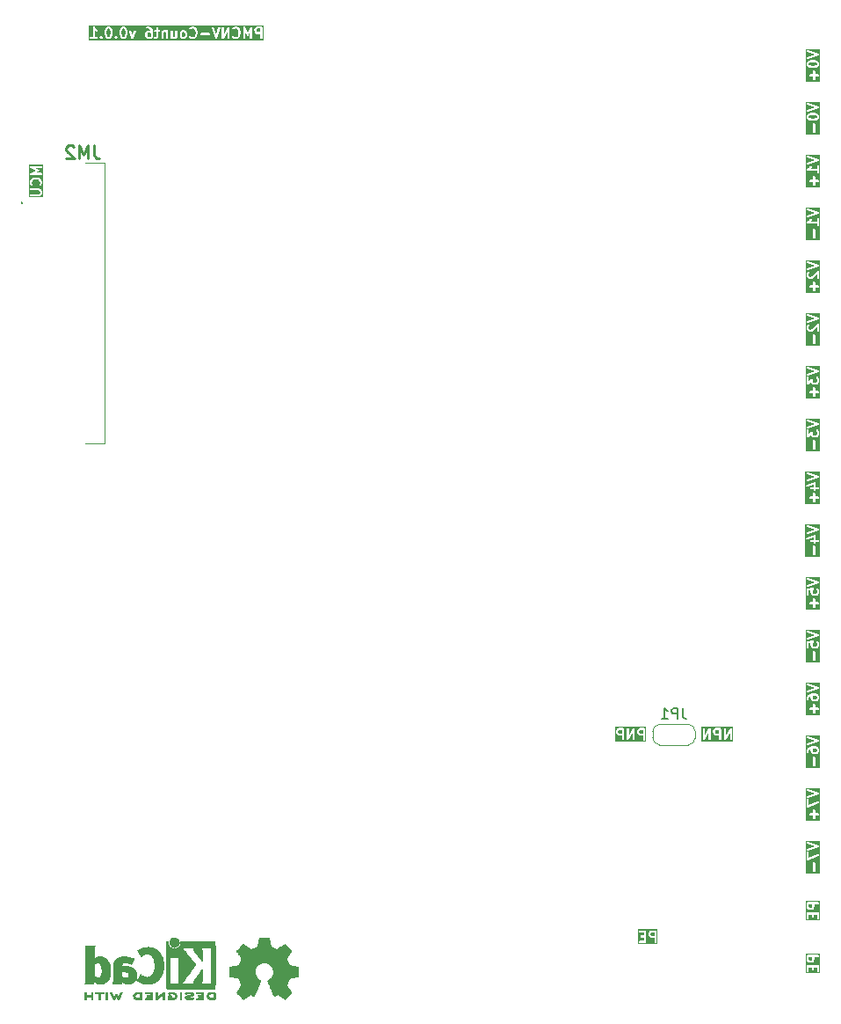
<source format=gbr>
%TF.GenerationSoftware,KiCad,Pcbnew,9.0.3*%
%TF.CreationDate,2025-08-16T08:56:31+03:00*%
%TF.ProjectId,PMCNV-Count6,504d434e-562d-4436-9f75-6e74362e6b69,rev?*%
%TF.SameCoordinates,PX3dfd240PY5f5e100*%
%TF.FileFunction,Legend,Bot*%
%TF.FilePolarity,Positive*%
%FSLAX46Y46*%
G04 Gerber Fmt 4.6, Leading zero omitted, Abs format (unit mm)*
G04 Created by KiCad (PCBNEW 9.0.3) date 2025-08-16 08:56:31*
%MOMM*%
%LPD*%
G01*
G04 APERTURE LIST*
%ADD10C,0.200000*%
%ADD11C,0.150000*%
%ADD12C,0.254000*%
%ADD13C,0.120000*%
%ADD14C,0.010000*%
%ADD15C,0.100000*%
G04 APERTURE END LIST*
D10*
G36*
X38603330Y31195095D02*
G01*
X37181108Y31195095D01*
X37181108Y31804747D01*
X37532235Y31804747D01*
X37532235Y31765729D01*
X37547167Y31729681D01*
X37574757Y31702091D01*
X37610805Y31687159D01*
X37630314Y31685238D01*
X37911266Y31685238D01*
X37911266Y31404285D01*
X37913187Y31384776D01*
X37928119Y31348728D01*
X37955709Y31321138D01*
X37991757Y31306206D01*
X38030775Y31306206D01*
X38066823Y31321138D01*
X38094413Y31348728D01*
X38109345Y31384776D01*
X38111266Y31404285D01*
X38111266Y31685238D01*
X38392219Y31685238D01*
X38411728Y31687159D01*
X38447776Y31702091D01*
X38475366Y31729681D01*
X38490298Y31765729D01*
X38490298Y31804747D01*
X38475366Y31840795D01*
X38447776Y31868385D01*
X38411728Y31883317D01*
X38392219Y31885238D01*
X38111266Y31885238D01*
X38111266Y32166190D01*
X38109345Y32185699D01*
X38094413Y32221747D01*
X38066823Y32249337D01*
X38030775Y32264269D01*
X37991757Y32264269D01*
X37955709Y32249337D01*
X37928119Y32221747D01*
X37913187Y32185699D01*
X37911266Y32166190D01*
X37911266Y31885238D01*
X37630314Y31885238D01*
X37610805Y31883317D01*
X37574757Y31868385D01*
X37547167Y31840795D01*
X37532235Y31804747D01*
X37181108Y31804747D01*
X37181108Y32880581D01*
X37292219Y32880581D01*
X37294140Y32870871D01*
X37294140Y32860967D01*
X37297889Y32851915D01*
X37299791Y32842304D01*
X37305283Y32834066D01*
X37309072Y32824919D01*
X37315998Y32817993D01*
X37321434Y32809839D01*
X37329662Y32804329D01*
X37336662Y32797329D01*
X37345713Y32793580D01*
X37353854Y32788128D01*
X37363561Y32786187D01*
X37372710Y32782397D01*
X37392012Y32780497D01*
X37392114Y32780476D01*
X37392148Y32780483D01*
X37392219Y32780476D01*
X38292219Y32780476D01*
X38292219Y32594762D01*
X38294140Y32575253D01*
X38309072Y32539205D01*
X38336662Y32511615D01*
X38372710Y32496683D01*
X38411728Y32496683D01*
X38447776Y32511615D01*
X38475366Y32539205D01*
X38490298Y32575253D01*
X38492219Y32594762D01*
X38492219Y33166190D01*
X38490298Y33185699D01*
X38475366Y33221747D01*
X38447776Y33249337D01*
X38411728Y33264269D01*
X38372710Y33264269D01*
X38336662Y33249337D01*
X38309072Y33221747D01*
X38294140Y33185699D01*
X38292219Y33166190D01*
X38292219Y32980476D01*
X37681260Y32980476D01*
X37701025Y33000241D01*
X37707316Y33007908D01*
X37709314Y33009640D01*
X37711209Y33012652D01*
X37713461Y33015395D01*
X37714470Y33017833D01*
X37719757Y33026231D01*
X37767376Y33121468D01*
X37774382Y33139777D01*
X37777148Y33178697D01*
X37764809Y33215713D01*
X37739244Y33245190D01*
X37704346Y33262639D01*
X37665426Y33265404D01*
X37628410Y33253066D01*
X37598933Y33227501D01*
X37588490Y33210911D01*
X37548129Y33130189D01*
X37471365Y33053425D01*
X37336749Y32963681D01*
X37336694Y32963637D01*
X37336662Y32963623D01*
X37336588Y32963550D01*
X37321582Y32951261D01*
X37316071Y32943033D01*
X37309072Y32936033D01*
X37305322Y32926982D01*
X37299871Y32918841D01*
X37297929Y32909134D01*
X37294140Y32899985D01*
X37294140Y32890186D01*
X37292219Y32880581D01*
X37181108Y32880581D01*
X37181108Y34131078D01*
X37293004Y34131078D01*
X37295770Y34092158D01*
X37313220Y34057259D01*
X37342696Y34031694D01*
X37360596Y34023703D01*
X38075991Y33785238D01*
X37360596Y33546773D01*
X37342696Y33538782D01*
X37313220Y33513217D01*
X37295770Y33478318D01*
X37293004Y33439398D01*
X37305342Y33402382D01*
X37330907Y33372906D01*
X37365806Y33355456D01*
X37404726Y33352690D01*
X37423842Y33357037D01*
X38423841Y33690370D01*
X38441742Y33698361D01*
X38447143Y33703046D01*
X38453530Y33706239D01*
X38461742Y33715708D01*
X38471218Y33723926D01*
X38474413Y33730318D01*
X38479095Y33735715D01*
X38483061Y33747613D01*
X38488667Y33758825D01*
X38489173Y33765950D01*
X38491434Y33772731D01*
X38490544Y33785238D01*
X38491434Y33797745D01*
X38489173Y33804527D01*
X38488667Y33811651D01*
X38483061Y33822864D01*
X38479095Y33834761D01*
X38474413Y33840159D01*
X38471218Y33846550D01*
X38461742Y33854769D01*
X38453530Y33864237D01*
X38447143Y33867431D01*
X38441742Y33872115D01*
X38423841Y33880106D01*
X37423842Y34213439D01*
X37404726Y34217786D01*
X37365806Y34215020D01*
X37330907Y34197570D01*
X37305342Y34168094D01*
X37293004Y34131078D01*
X37181108Y34131078D01*
X37181108Y34328897D01*
X38603330Y34328897D01*
X38603330Y31195095D01*
G37*
G36*
X38602545Y-34844905D02*
G01*
X37181108Y-34844905D01*
X37181108Y-33873810D01*
X37911266Y-33873810D01*
X37911266Y-34635715D01*
X37913187Y-34655224D01*
X37928119Y-34691272D01*
X37955709Y-34718862D01*
X37991757Y-34733794D01*
X38030775Y-34733794D01*
X38066823Y-34718862D01*
X38094413Y-34691272D01*
X38109345Y-34655224D01*
X38111266Y-34635715D01*
X38111266Y-33873810D01*
X38109345Y-33854301D01*
X38094413Y-33818253D01*
X38066823Y-33790663D01*
X38030775Y-33775731D01*
X37991757Y-33775731D01*
X37955709Y-33790663D01*
X37928119Y-33818253D01*
X37913187Y-33854301D01*
X37911266Y-33873810D01*
X37181108Y-33873810D01*
X37181108Y-32826191D01*
X37292219Y-32826191D01*
X37292219Y-33492857D01*
X37294140Y-33512366D01*
X37294377Y-33512939D01*
X37294385Y-33513561D01*
X37301851Y-33530982D01*
X37309072Y-33548414D01*
X37309509Y-33548851D01*
X37309755Y-33549424D01*
X37323303Y-33562645D01*
X37336662Y-33576004D01*
X37337236Y-33576241D01*
X37337680Y-33576675D01*
X37355212Y-33583688D01*
X37372710Y-33590936D01*
X37373332Y-33590936D01*
X37373907Y-33591166D01*
X37392799Y-33590936D01*
X37411728Y-33590936D01*
X37412301Y-33590698D01*
X37412923Y-33590691D01*
X37431611Y-33584772D01*
X38431611Y-33156201D01*
X38448785Y-33146750D01*
X38476037Y-33118825D01*
X38490528Y-33082598D01*
X38490052Y-33043583D01*
X38474682Y-33007719D01*
X38446758Y-32980468D01*
X38410530Y-32965977D01*
X38371515Y-32966452D01*
X38352827Y-32972372D01*
X37492219Y-33341202D01*
X37492219Y-32826191D01*
X37490298Y-32806682D01*
X37475366Y-32770634D01*
X37447776Y-32743044D01*
X37411728Y-32728112D01*
X37372710Y-32728112D01*
X37336662Y-32743044D01*
X37309072Y-32770634D01*
X37294140Y-32806682D01*
X37292219Y-32826191D01*
X37181108Y-32826191D01*
X37181108Y-31908922D01*
X37293004Y-31908922D01*
X37295770Y-31947842D01*
X37313220Y-31982741D01*
X37342696Y-32008306D01*
X37360596Y-32016297D01*
X38075991Y-32254762D01*
X37360596Y-32493227D01*
X37342696Y-32501218D01*
X37313220Y-32526783D01*
X37295770Y-32561682D01*
X37293004Y-32600602D01*
X37305342Y-32637618D01*
X37330907Y-32667094D01*
X37365806Y-32684544D01*
X37404726Y-32687310D01*
X37423842Y-32682963D01*
X38423841Y-32349630D01*
X38441742Y-32341639D01*
X38447143Y-32336954D01*
X38453530Y-32333761D01*
X38461742Y-32324292D01*
X38471218Y-32316074D01*
X38474413Y-32309682D01*
X38479095Y-32304285D01*
X38483061Y-32292387D01*
X38488667Y-32281175D01*
X38489173Y-32274050D01*
X38491434Y-32267269D01*
X38490544Y-32254762D01*
X38491434Y-32242255D01*
X38489173Y-32235473D01*
X38488667Y-32228349D01*
X38483061Y-32217136D01*
X38479095Y-32205239D01*
X38474413Y-32199841D01*
X38471218Y-32193450D01*
X38461742Y-32185231D01*
X38453530Y-32175763D01*
X38447143Y-32172569D01*
X38441742Y-32167885D01*
X38423841Y-32159894D01*
X37423842Y-31826561D01*
X37404726Y-31822214D01*
X37365806Y-31824980D01*
X37330907Y-31842430D01*
X37305342Y-31871906D01*
X37293004Y-31908922D01*
X37181108Y-31908922D01*
X37181108Y-31711103D01*
X38602545Y-31711103D01*
X38602545Y-34844905D01*
G37*
G36*
X38603330Y15955095D02*
G01*
X37181108Y15955095D01*
X37181108Y16926190D01*
X37911266Y16926190D01*
X37911266Y16164285D01*
X37913187Y16144776D01*
X37928119Y16108728D01*
X37955709Y16081138D01*
X37991757Y16066206D01*
X38030775Y16066206D01*
X38066823Y16081138D01*
X38094413Y16108728D01*
X38109345Y16144776D01*
X38111266Y16164285D01*
X38111266Y16926190D01*
X38109345Y16945699D01*
X38094413Y16981747D01*
X38066823Y17009337D01*
X38030775Y17024269D01*
X37991757Y17024269D01*
X37955709Y17009337D01*
X37928119Y16981747D01*
X37913187Y16945699D01*
X37911266Y16926190D01*
X37181108Y16926190D01*
X37181108Y17783333D01*
X37292219Y17783333D01*
X37292219Y17545238D01*
X37294140Y17525729D01*
X37295515Y17522409D01*
X37295770Y17518825D01*
X37302776Y17500517D01*
X37350395Y17405279D01*
X37355680Y17396883D01*
X37356691Y17394443D01*
X37358944Y17391697D01*
X37360838Y17388689D01*
X37362832Y17386960D01*
X37369127Y17379289D01*
X37416746Y17331671D01*
X37424412Y17325379D01*
X37426145Y17323381D01*
X37429153Y17321488D01*
X37431899Y17319234D01*
X37434339Y17318224D01*
X37442736Y17312938D01*
X37537973Y17265319D01*
X37556282Y17258313D01*
X37559865Y17258059D01*
X37563186Y17256683D01*
X37582695Y17254762D01*
X37677933Y17254762D01*
X37687806Y17255735D01*
X37690440Y17255547D01*
X37693903Y17256335D01*
X37697442Y17256683D01*
X37699884Y17257695D01*
X37709556Y17259894D01*
X37852412Y17307513D01*
X37870313Y17315504D01*
X37873028Y17317860D01*
X37876347Y17319234D01*
X37891501Y17331670D01*
X38292219Y17732388D01*
X38292219Y17354762D01*
X38294140Y17335253D01*
X38309072Y17299205D01*
X38336662Y17271615D01*
X38372710Y17256683D01*
X38411728Y17256683D01*
X38447776Y17271615D01*
X38475366Y17299205D01*
X38490298Y17335253D01*
X38492219Y17354762D01*
X38492219Y17973809D01*
X38490298Y17993318D01*
X38475366Y18029366D01*
X38447776Y18056956D01*
X38411728Y18071888D01*
X38372710Y18071888D01*
X38336662Y18056956D01*
X38321508Y18044520D01*
X37766770Y17489784D01*
X37661706Y17454762D01*
X37606302Y17454762D01*
X37546692Y17484567D01*
X37522024Y17509236D01*
X37492219Y17568846D01*
X37492219Y17759726D01*
X37522024Y17819336D01*
X37558167Y17855479D01*
X37570604Y17870632D01*
X37585535Y17906681D01*
X37585535Y17945699D01*
X37570604Y17981747D01*
X37543014Y18009337D01*
X37506966Y18024268D01*
X37467948Y18024268D01*
X37431899Y18009337D01*
X37416746Y17996900D01*
X37369127Y17949282D01*
X37362832Y17941612D01*
X37360838Y17939882D01*
X37358944Y17936875D01*
X37356691Y17934128D01*
X37355680Y17931689D01*
X37350395Y17923292D01*
X37302776Y17828054D01*
X37295770Y17809746D01*
X37295515Y17806163D01*
X37294140Y17802842D01*
X37292219Y17783333D01*
X37181108Y17783333D01*
X37181108Y18891078D01*
X37293004Y18891078D01*
X37295770Y18852158D01*
X37313220Y18817259D01*
X37342696Y18791694D01*
X37360596Y18783703D01*
X38075991Y18545238D01*
X37360596Y18306773D01*
X37342696Y18298782D01*
X37313220Y18273217D01*
X37295770Y18238318D01*
X37293004Y18199398D01*
X37305342Y18162382D01*
X37330907Y18132906D01*
X37365806Y18115456D01*
X37404726Y18112690D01*
X37423842Y18117037D01*
X38423841Y18450370D01*
X38441742Y18458361D01*
X38447143Y18463046D01*
X38453530Y18466239D01*
X38461742Y18475708D01*
X38471218Y18483926D01*
X38474413Y18490318D01*
X38479095Y18495715D01*
X38483061Y18507613D01*
X38488667Y18518825D01*
X38489173Y18525950D01*
X38491434Y18532731D01*
X38490544Y18545238D01*
X38491434Y18557745D01*
X38489173Y18564527D01*
X38488667Y18571651D01*
X38483061Y18582864D01*
X38479095Y18594761D01*
X38474413Y18600159D01*
X38471218Y18606550D01*
X38461742Y18614769D01*
X38453530Y18624237D01*
X38447143Y18627431D01*
X38441742Y18632115D01*
X38423841Y18640106D01*
X37423842Y18973439D01*
X37404726Y18977786D01*
X37365806Y18975020D01*
X37330907Y18957570D01*
X37305342Y18928094D01*
X37293004Y18891078D01*
X37181108Y18891078D01*
X37181108Y19088897D01*
X38603330Y19088897D01*
X38603330Y15955095D01*
G37*
G36*
X19482707Y-21376028D02*
G01*
X19225362Y-21376028D01*
X19165752Y-21346223D01*
X19141084Y-21321554D01*
X19111279Y-21261944D01*
X19111279Y-21166302D01*
X19141084Y-21106692D01*
X19165752Y-21082023D01*
X19225362Y-21052219D01*
X19482707Y-21052219D01*
X19482707Y-21376028D01*
G37*
G36*
X21530326Y-21376028D02*
G01*
X21272981Y-21376028D01*
X21213371Y-21346223D01*
X21188703Y-21321554D01*
X21158898Y-21261944D01*
X21158898Y-21166302D01*
X21188703Y-21106692D01*
X21213371Y-21082023D01*
X21272981Y-21052219D01*
X21530326Y-21052219D01*
X21530326Y-21376028D01*
G37*
G36*
X21841437Y-22163086D02*
G01*
X18800168Y-22163086D01*
X18800168Y-21142695D01*
X18911279Y-21142695D01*
X18911279Y-21285552D01*
X18913200Y-21305061D01*
X18914575Y-21308381D01*
X18914830Y-21311965D01*
X18921836Y-21330273D01*
X18969455Y-21425511D01*
X18974740Y-21433907D01*
X18975751Y-21436347D01*
X18978004Y-21439093D01*
X18979898Y-21442101D01*
X18981892Y-21443830D01*
X18988187Y-21451501D01*
X19035806Y-21499119D01*
X19043472Y-21505411D01*
X19045205Y-21507409D01*
X19048213Y-21509302D01*
X19050959Y-21511556D01*
X19053399Y-21512566D01*
X19061796Y-21517852D01*
X19157033Y-21565471D01*
X19175342Y-21572477D01*
X19178925Y-21572731D01*
X19182246Y-21574107D01*
X19201755Y-21576028D01*
X19482707Y-21576028D01*
X19482707Y-21952219D01*
X19484628Y-21971728D01*
X19499560Y-22007776D01*
X19527150Y-22035366D01*
X19563198Y-22050298D01*
X19602216Y-22050298D01*
X19638264Y-22035366D01*
X19665854Y-22007776D01*
X19680786Y-21971728D01*
X19682707Y-21952219D01*
X19682707Y-20952219D01*
X19958898Y-20952219D01*
X19958898Y-21952219D01*
X19959392Y-21957236D01*
X19959142Y-21959204D01*
X19959836Y-21961750D01*
X19960819Y-21971728D01*
X19965910Y-21984018D01*
X19969409Y-21996847D01*
X19973311Y-22001885D01*
X19975751Y-22007776D01*
X19985156Y-22017181D01*
X19993299Y-22027696D01*
X19998833Y-22030858D01*
X20003341Y-22035366D01*
X20015626Y-22040454D01*
X20027176Y-22047055D01*
X20033500Y-22047858D01*
X20039389Y-22050298D01*
X20052690Y-22050298D01*
X20065883Y-22051975D01*
X20072032Y-22050298D01*
X20078407Y-22050298D01*
X20090697Y-22045206D01*
X20103526Y-22041708D01*
X20108564Y-22037805D01*
X20114455Y-22035366D01*
X20123860Y-22025960D01*
X20134375Y-22017818D01*
X20140178Y-22009642D01*
X20142045Y-22007776D01*
X20142803Y-22005943D01*
X20145722Y-22001833D01*
X20530326Y-21328775D01*
X20530326Y-21952219D01*
X20532247Y-21971728D01*
X20547179Y-22007776D01*
X20574769Y-22035366D01*
X20610817Y-22050298D01*
X20649835Y-22050298D01*
X20685883Y-22035366D01*
X20713473Y-22007776D01*
X20728405Y-21971728D01*
X20730326Y-21952219D01*
X20730326Y-21142695D01*
X20958898Y-21142695D01*
X20958898Y-21285552D01*
X20960819Y-21305061D01*
X20962194Y-21308381D01*
X20962449Y-21311965D01*
X20969455Y-21330273D01*
X21017074Y-21425511D01*
X21022359Y-21433907D01*
X21023370Y-21436347D01*
X21025623Y-21439093D01*
X21027517Y-21442101D01*
X21029511Y-21443830D01*
X21035806Y-21451501D01*
X21083425Y-21499119D01*
X21091091Y-21505411D01*
X21092824Y-21507409D01*
X21095832Y-21509302D01*
X21098578Y-21511556D01*
X21101018Y-21512566D01*
X21109415Y-21517852D01*
X21204652Y-21565471D01*
X21222961Y-21572477D01*
X21226544Y-21572731D01*
X21229865Y-21574107D01*
X21249374Y-21576028D01*
X21530326Y-21576028D01*
X21530326Y-21952219D01*
X21532247Y-21971728D01*
X21547179Y-22007776D01*
X21574769Y-22035366D01*
X21610817Y-22050298D01*
X21649835Y-22050298D01*
X21685883Y-22035366D01*
X21713473Y-22007776D01*
X21728405Y-21971728D01*
X21730326Y-21952219D01*
X21730326Y-20952219D01*
X21728405Y-20932710D01*
X21713473Y-20896662D01*
X21685883Y-20869072D01*
X21649835Y-20854140D01*
X21630326Y-20852219D01*
X21249374Y-20852219D01*
X21229865Y-20854140D01*
X21226544Y-20855515D01*
X21222961Y-20855770D01*
X21204652Y-20862776D01*
X21109415Y-20910395D01*
X21101018Y-20915680D01*
X21098578Y-20916691D01*
X21095832Y-20918944D01*
X21092824Y-20920838D01*
X21091091Y-20922835D01*
X21083425Y-20929128D01*
X21035806Y-20976746D01*
X21029511Y-20984416D01*
X21027517Y-20986146D01*
X21025623Y-20989153D01*
X21023370Y-20991900D01*
X21022359Y-20994339D01*
X21017074Y-21002736D01*
X20969455Y-21097974D01*
X20962449Y-21116282D01*
X20962194Y-21119865D01*
X20960819Y-21123186D01*
X20958898Y-21142695D01*
X20730326Y-21142695D01*
X20730326Y-20952219D01*
X20729831Y-20947201D01*
X20730082Y-20945234D01*
X20729387Y-20942687D01*
X20728405Y-20932710D01*
X20723315Y-20920423D01*
X20719816Y-20907591D01*
X20715911Y-20902549D01*
X20713473Y-20896662D01*
X20704069Y-20887258D01*
X20695925Y-20876742D01*
X20690390Y-20873579D01*
X20685883Y-20869072D01*
X20673597Y-20863983D01*
X20662048Y-20857383D01*
X20655723Y-20856579D01*
X20649835Y-20854140D01*
X20636535Y-20854140D01*
X20623342Y-20852463D01*
X20617193Y-20854140D01*
X20610817Y-20854140D01*
X20598530Y-20859229D01*
X20585698Y-20862729D01*
X20580656Y-20866633D01*
X20574769Y-20869072D01*
X20565365Y-20878475D01*
X20554849Y-20886620D01*
X20549045Y-20894795D01*
X20547179Y-20896662D01*
X20546420Y-20898494D01*
X20543502Y-20902605D01*
X20158898Y-21575662D01*
X20158898Y-20952219D01*
X20156977Y-20932710D01*
X20142045Y-20896662D01*
X20114455Y-20869072D01*
X20078407Y-20854140D01*
X20039389Y-20854140D01*
X20003341Y-20869072D01*
X19975751Y-20896662D01*
X19960819Y-20932710D01*
X19958898Y-20952219D01*
X19682707Y-20952219D01*
X19680786Y-20932710D01*
X19665854Y-20896662D01*
X19638264Y-20869072D01*
X19602216Y-20854140D01*
X19582707Y-20852219D01*
X19201755Y-20852219D01*
X19182246Y-20854140D01*
X19178925Y-20855515D01*
X19175342Y-20855770D01*
X19157033Y-20862776D01*
X19061796Y-20910395D01*
X19053399Y-20915680D01*
X19050959Y-20916691D01*
X19048213Y-20918944D01*
X19045205Y-20920838D01*
X19043472Y-20922835D01*
X19035806Y-20929128D01*
X18988187Y-20976746D01*
X18981892Y-20984416D01*
X18979898Y-20986146D01*
X18978004Y-20989153D01*
X18975751Y-20991900D01*
X18974740Y-20994339D01*
X18969455Y-21002736D01*
X18921836Y-21097974D01*
X18914830Y-21116282D01*
X18914575Y-21119865D01*
X18913200Y-21123186D01*
X18911279Y-21142695D01*
X18800168Y-21142695D01*
X18800168Y-20741108D01*
X21841437Y-20741108D01*
X21841437Y-22163086D01*
G37*
G36*
X38603330Y-9444905D02*
G01*
X37181108Y-9444905D01*
X37181108Y-8835253D01*
X37532235Y-8835253D01*
X37532235Y-8874271D01*
X37547167Y-8910319D01*
X37574757Y-8937909D01*
X37610805Y-8952841D01*
X37630314Y-8954762D01*
X37911266Y-8954762D01*
X37911266Y-9235715D01*
X37913187Y-9255224D01*
X37928119Y-9291272D01*
X37955709Y-9318862D01*
X37991757Y-9333794D01*
X38030775Y-9333794D01*
X38066823Y-9318862D01*
X38094413Y-9291272D01*
X38109345Y-9255224D01*
X38111266Y-9235715D01*
X38111266Y-8954762D01*
X38392219Y-8954762D01*
X38411728Y-8952841D01*
X38447776Y-8937909D01*
X38475366Y-8910319D01*
X38490298Y-8874271D01*
X38490298Y-8835253D01*
X38475366Y-8799205D01*
X38447776Y-8771615D01*
X38411728Y-8756683D01*
X38392219Y-8754762D01*
X38111266Y-8754762D01*
X38111266Y-8473810D01*
X38109345Y-8454301D01*
X38094413Y-8418253D01*
X38066823Y-8390663D01*
X38030775Y-8375731D01*
X37991757Y-8375731D01*
X37955709Y-8390663D01*
X37928119Y-8418253D01*
X37913187Y-8454301D01*
X37911266Y-8473810D01*
X37911266Y-8754762D01*
X37630314Y-8754762D01*
X37610805Y-8756683D01*
X37574757Y-8771615D01*
X37547167Y-8799205D01*
X37532235Y-8835253D01*
X37181108Y-8835253D01*
X37181108Y-7521429D01*
X37292219Y-7521429D01*
X37292219Y-7997619D01*
X37294140Y-8017128D01*
X37309072Y-8053176D01*
X37336662Y-8080766D01*
X37372710Y-8095698D01*
X37411728Y-8095698D01*
X37447776Y-8080766D01*
X37475366Y-8053176D01*
X37490298Y-8017128D01*
X37492219Y-7997619D01*
X37492219Y-7611928D01*
X37676491Y-7593500D01*
X37676467Y-7593837D01*
X37675092Y-7597158D01*
X37673171Y-7616667D01*
X37673171Y-7854762D01*
X37675092Y-7874271D01*
X37676467Y-7877591D01*
X37676722Y-7881175D01*
X37683728Y-7899483D01*
X37731347Y-7994721D01*
X37736632Y-8003117D01*
X37737643Y-8005557D01*
X37739896Y-8008303D01*
X37741790Y-8011311D01*
X37743784Y-8013040D01*
X37750079Y-8020711D01*
X37797698Y-8068329D01*
X37805364Y-8074621D01*
X37807097Y-8076619D01*
X37810105Y-8078512D01*
X37812851Y-8080766D01*
X37815291Y-8081776D01*
X37823688Y-8087062D01*
X37918925Y-8134681D01*
X37937234Y-8141687D01*
X37940817Y-8141941D01*
X37944138Y-8143317D01*
X37963647Y-8145238D01*
X38201742Y-8145238D01*
X38221251Y-8143317D01*
X38224571Y-8141941D01*
X38228155Y-8141687D01*
X38246463Y-8134681D01*
X38341701Y-8087062D01*
X38350093Y-8081778D01*
X38352537Y-8080767D01*
X38355286Y-8078510D01*
X38358291Y-8076619D01*
X38360020Y-8074624D01*
X38367690Y-8068330D01*
X38415310Y-8020712D01*
X38421603Y-8013043D01*
X38423600Y-8011312D01*
X38425493Y-8008303D01*
X38427747Y-8005558D01*
X38428757Y-8003117D01*
X38434043Y-7994721D01*
X38481662Y-7899484D01*
X38488668Y-7881175D01*
X38488922Y-7877591D01*
X38490298Y-7874271D01*
X38492219Y-7854762D01*
X38492219Y-7616667D01*
X38490298Y-7597158D01*
X38488922Y-7593837D01*
X38488668Y-7590254D01*
X38481662Y-7571945D01*
X38434043Y-7476708D01*
X38428757Y-7468311D01*
X38427747Y-7465871D01*
X38425493Y-7463125D01*
X38423600Y-7460117D01*
X38421603Y-7458385D01*
X38415310Y-7450717D01*
X38367690Y-7403099D01*
X38352537Y-7390662D01*
X38316488Y-7375731D01*
X38277470Y-7375732D01*
X38241422Y-7390663D01*
X38213832Y-7418253D01*
X38198901Y-7454302D01*
X38198902Y-7493320D01*
X38213833Y-7529368D01*
X38226270Y-7544521D01*
X38262414Y-7580664D01*
X38292219Y-7640274D01*
X38292219Y-7831155D01*
X38262414Y-7890764D01*
X38237746Y-7915431D01*
X38178135Y-7945238D01*
X37987254Y-7945238D01*
X37927644Y-7915433D01*
X37902976Y-7890764D01*
X37873171Y-7831154D01*
X37873171Y-7640274D01*
X37902976Y-7580664D01*
X37939119Y-7544521D01*
X37951556Y-7529368D01*
X37953483Y-7524713D01*
X37956671Y-7520818D01*
X37960893Y-7506824D01*
X37966487Y-7493319D01*
X37966487Y-7488285D01*
X37967942Y-7483463D01*
X37966487Y-7468911D01*
X37966487Y-7454301D01*
X37964561Y-7449651D01*
X37964060Y-7444639D01*
X37957148Y-7431755D01*
X37951556Y-7418253D01*
X37947995Y-7414692D01*
X37945615Y-7410255D01*
X37934302Y-7400999D01*
X37923966Y-7390663D01*
X37919313Y-7388735D01*
X37915417Y-7385548D01*
X37901422Y-7381325D01*
X37887918Y-7375732D01*
X37882884Y-7375732D01*
X37878062Y-7374277D01*
X37858459Y-7374306D01*
X37382269Y-7421925D01*
X37375160Y-7423350D01*
X37372710Y-7423350D01*
X37370412Y-7424301D01*
X37363048Y-7425778D01*
X37350167Y-7432687D01*
X37336662Y-7438282D01*
X37333101Y-7441842D01*
X37328664Y-7444223D01*
X37319408Y-7455535D01*
X37309072Y-7465872D01*
X37307144Y-7470524D01*
X37303957Y-7474421D01*
X37299736Y-7488410D01*
X37294140Y-7501920D01*
X37293403Y-7509397D01*
X37292686Y-7511776D01*
X37292929Y-7514212D01*
X37292219Y-7521429D01*
X37181108Y-7521429D01*
X37181108Y-6508922D01*
X37293004Y-6508922D01*
X37295770Y-6547842D01*
X37313220Y-6582741D01*
X37342696Y-6608306D01*
X37360596Y-6616297D01*
X38075991Y-6854762D01*
X37360596Y-7093227D01*
X37342696Y-7101218D01*
X37313220Y-7126783D01*
X37295770Y-7161682D01*
X37293004Y-7200602D01*
X37305342Y-7237618D01*
X37330907Y-7267094D01*
X37365806Y-7284544D01*
X37404726Y-7287310D01*
X37423842Y-7282963D01*
X38423841Y-6949630D01*
X38441742Y-6941639D01*
X38447143Y-6936954D01*
X38453530Y-6933761D01*
X38461742Y-6924292D01*
X38471218Y-6916074D01*
X38474413Y-6909682D01*
X38479095Y-6904285D01*
X38483061Y-6892387D01*
X38488667Y-6881175D01*
X38489173Y-6874050D01*
X38491434Y-6867269D01*
X38490544Y-6854762D01*
X38491434Y-6842255D01*
X38489173Y-6835473D01*
X38488667Y-6828349D01*
X38483061Y-6817136D01*
X38479095Y-6805239D01*
X38474413Y-6799841D01*
X38471218Y-6793450D01*
X38461742Y-6785231D01*
X38453530Y-6775763D01*
X38447143Y-6772569D01*
X38441742Y-6767885D01*
X38423841Y-6759894D01*
X37423842Y-6426561D01*
X37404726Y-6422214D01*
X37365806Y-6424980D01*
X37330907Y-6442430D01*
X37305342Y-6471906D01*
X37293004Y-6508922D01*
X37181108Y-6508922D01*
X37181108Y-6311103D01*
X38603330Y-6311103D01*
X38603330Y-9444905D01*
G37*
G36*
X-36251670Y30204931D02*
G01*
X-37673892Y30204931D01*
X-37673892Y31006979D01*
X-37560860Y31006979D01*
X-37560860Y30967961D01*
X-37545928Y30931913D01*
X-37518338Y30904323D01*
X-37482290Y30889391D01*
X-37462781Y30887470D01*
X-36676865Y30887470D01*
X-36617254Y30857664D01*
X-36592586Y30832997D01*
X-36562781Y30773387D01*
X-36562781Y30630125D01*
X-36592586Y30570516D01*
X-36617254Y30545849D01*
X-36676865Y30516042D01*
X-37462781Y30516042D01*
X-37482290Y30514121D01*
X-37518338Y30499189D01*
X-37545928Y30471599D01*
X-37560860Y30435551D01*
X-37560860Y30396533D01*
X-37545928Y30360485D01*
X-37518338Y30332895D01*
X-37482290Y30317963D01*
X-37462781Y30316042D01*
X-36653258Y30316042D01*
X-36633749Y30317963D01*
X-36630429Y30319339D01*
X-36626845Y30319593D01*
X-36608537Y30326599D01*
X-36513299Y30374218D01*
X-36504907Y30379502D01*
X-36502463Y30380513D01*
X-36499714Y30382770D01*
X-36496709Y30384661D01*
X-36494980Y30386656D01*
X-36487310Y30392950D01*
X-36439690Y30440568D01*
X-36433397Y30448237D01*
X-36431400Y30449968D01*
X-36429507Y30452977D01*
X-36427253Y30455722D01*
X-36426243Y30458163D01*
X-36420957Y30466559D01*
X-36373338Y30561796D01*
X-36366332Y30580105D01*
X-36366078Y30583689D01*
X-36364702Y30587009D01*
X-36362781Y30606518D01*
X-36362781Y30796994D01*
X-36364702Y30816503D01*
X-36366078Y30819824D01*
X-36366332Y30823407D01*
X-36373338Y30841716D01*
X-36420957Y30936953D01*
X-36426243Y30945350D01*
X-36427253Y30947790D01*
X-36429507Y30950536D01*
X-36431400Y30953544D01*
X-36433397Y30955276D01*
X-36439690Y30962944D01*
X-36487310Y31010562D01*
X-36494980Y31016857D01*
X-36496709Y31018851D01*
X-36499714Y31020743D01*
X-36502463Y31022999D01*
X-36504907Y31024011D01*
X-36513299Y31029294D01*
X-36608537Y31076913D01*
X-36626845Y31083919D01*
X-36630429Y31084174D01*
X-36633749Y31085549D01*
X-36653258Y31087470D01*
X-37462781Y31087470D01*
X-37482290Y31085549D01*
X-37518338Y31070617D01*
X-37545928Y31043027D01*
X-37560860Y31006979D01*
X-37673892Y31006979D01*
X-37673892Y31701756D01*
X-37562781Y31701756D01*
X-37562781Y31606518D01*
X-37561809Y31596645D01*
X-37561996Y31594011D01*
X-37561209Y31590548D01*
X-37560860Y31587009D01*
X-37559849Y31584567D01*
X-37557649Y31574895D01*
X-37510030Y31432039D01*
X-37502039Y31414138D01*
X-37499684Y31411423D01*
X-37498309Y31408104D01*
X-37485873Y31392950D01*
X-37438254Y31345332D01*
X-37423101Y31332895D01*
X-37387052Y31317964D01*
X-37348034Y31317964D01*
X-37311986Y31332895D01*
X-37284396Y31360485D01*
X-37269465Y31396533D01*
X-37269465Y31435551D01*
X-37284396Y31471600D01*
X-37296833Y31486753D01*
X-37327760Y31517680D01*
X-37362781Y31622745D01*
X-37362781Y31685529D01*
X-37327760Y31790594D01*
X-37260687Y31857666D01*
X-37189782Y31893119D01*
X-37021901Y31935089D01*
X-36903663Y31935089D01*
X-36735782Y31893119D01*
X-36664873Y31857665D01*
X-36597803Y31790595D01*
X-36562781Y31685530D01*
X-36562781Y31622745D01*
X-36597803Y31517680D01*
X-36628730Y31486753D01*
X-36641167Y31471600D01*
X-36656098Y31435552D01*
X-36656099Y31396534D01*
X-36641168Y31360485D01*
X-36613578Y31332895D01*
X-36577530Y31317964D01*
X-36538512Y31317963D01*
X-36502463Y31332894D01*
X-36487310Y31345331D01*
X-36439690Y31392949D01*
X-36427253Y31408103D01*
X-36425878Y31411423D01*
X-36423523Y31414138D01*
X-36415532Y31432038D01*
X-36367913Y31574895D01*
X-36365714Y31584568D01*
X-36364702Y31587009D01*
X-36364354Y31590547D01*
X-36363566Y31594010D01*
X-36363754Y31596645D01*
X-36362781Y31606518D01*
X-36362781Y31701756D01*
X-36363754Y31711630D01*
X-36363566Y31714264D01*
X-36364354Y31717728D01*
X-36364702Y31721265D01*
X-36365714Y31723707D01*
X-36367913Y31733379D01*
X-36415532Y31876236D01*
X-36423523Y31894136D01*
X-36425878Y31896852D01*
X-36427253Y31900171D01*
X-36439689Y31915324D01*
X-36534929Y32010562D01*
X-36542599Y32016857D01*
X-36544328Y32018851D01*
X-36547333Y32020743D01*
X-36550082Y32022999D01*
X-36552526Y32024012D01*
X-36560918Y32029294D01*
X-36656156Y32076913D01*
X-36657583Y32077459D01*
X-36658163Y32077889D01*
X-36666340Y32080811D01*
X-36674464Y32083919D01*
X-36675187Y32083971D01*
X-36676624Y32084484D01*
X-36867099Y32132103D01*
X-36870481Y32132604D01*
X-36871844Y32133168D01*
X-36879195Y32133892D01*
X-36886492Y32134971D01*
X-36887951Y32134754D01*
X-36891353Y32135089D01*
X-37034210Y32135089D01*
X-37037613Y32134754D01*
X-37039071Y32134971D01*
X-37046369Y32133892D01*
X-37053719Y32133168D01*
X-37055083Y32132604D01*
X-37058464Y32132103D01*
X-37248940Y32084484D01*
X-37250379Y32083971D01*
X-37251099Y32083919D01*
X-37259224Y32080811D01*
X-37267400Y32077889D01*
X-37267980Y32077460D01*
X-37269408Y32076913D01*
X-37364645Y32029294D01*
X-37373044Y32024008D01*
X-37375481Y32022998D01*
X-37378225Y32020747D01*
X-37381236Y32018851D01*
X-37382969Y32016854D01*
X-37390635Y32010562D01*
X-37485873Y31915324D01*
X-37498309Y31900170D01*
X-37499684Y31896852D01*
X-37502039Y31894136D01*
X-37510030Y31876235D01*
X-37557649Y31733379D01*
X-37559849Y31723708D01*
X-37560860Y31721265D01*
X-37561209Y31717727D01*
X-37561996Y31714263D01*
X-37561809Y31711630D01*
X-37562781Y31701756D01*
X-37673892Y31701756D01*
X-37673892Y33115144D01*
X-37561622Y33115144D01*
X-37560860Y33113049D01*
X-37560860Y33110818D01*
X-37554216Y33094777D01*
X-37548287Y33078475D01*
X-37546782Y33076832D01*
X-37545928Y33074770D01*
X-37533655Y33062497D01*
X-37521936Y33049700D01*
X-37519292Y33048134D01*
X-37518338Y33047180D01*
X-37516157Y33046277D01*
X-37505070Y33039709D01*
X-36984966Y32796994D01*
X-37505070Y32554279D01*
X-37516157Y32547712D01*
X-37518338Y32546808D01*
X-37519292Y32545855D01*
X-37521936Y32544288D01*
X-37533655Y32531492D01*
X-37545928Y32519218D01*
X-37546782Y32517157D01*
X-37548287Y32515513D01*
X-37554216Y32499212D01*
X-37560860Y32483170D01*
X-37560860Y32480940D01*
X-37561622Y32478844D01*
X-37560860Y32461505D01*
X-37560860Y32444152D01*
X-37560007Y32442093D01*
X-37559909Y32439864D01*
X-37552568Y32424134D01*
X-37545928Y32408104D01*
X-37544352Y32406528D01*
X-37543408Y32404506D01*
X-37530612Y32392788D01*
X-37518338Y32380514D01*
X-37516277Y32379661D01*
X-37514633Y32378155D01*
X-37498332Y32372227D01*
X-37482290Y32365582D01*
X-37479232Y32365281D01*
X-37477964Y32364820D01*
X-37475605Y32364924D01*
X-37462781Y32363661D01*
X-36462781Y32363661D01*
X-36443272Y32365582D01*
X-36407224Y32380514D01*
X-36379634Y32408104D01*
X-36364702Y32444152D01*
X-36364702Y32483170D01*
X-36379634Y32519218D01*
X-36407224Y32546808D01*
X-36443272Y32561740D01*
X-36462781Y32563661D01*
X-37012025Y32563661D01*
X-36706207Y32706376D01*
X-36699066Y32710607D01*
X-36696644Y32711487D01*
X-36694932Y32713056D01*
X-36689341Y32716367D01*
X-36679081Y32727572D01*
X-36667868Y32737839D01*
X-36665989Y32741867D01*
X-36662989Y32745142D01*
X-36657798Y32759418D01*
X-36651368Y32773196D01*
X-36651173Y32777637D01*
X-36649655Y32781811D01*
X-36650323Y32796994D01*
X-36649655Y32812177D01*
X-36651173Y32816352D01*
X-36651368Y32820792D01*
X-36657798Y32834571D01*
X-36662989Y32848846D01*
X-36665989Y32852122D01*
X-36667868Y32856149D01*
X-36679081Y32866417D01*
X-36689341Y32877621D01*
X-36694932Y32880933D01*
X-36696644Y32882501D01*
X-36699066Y32883382D01*
X-36706207Y32887612D01*
X-37012025Y33030327D01*
X-36462781Y33030327D01*
X-36443272Y33032248D01*
X-36407224Y33047180D01*
X-36379634Y33074770D01*
X-36364702Y33110818D01*
X-36364702Y33149836D01*
X-36379634Y33185884D01*
X-36407224Y33213474D01*
X-36443272Y33228406D01*
X-36462781Y33230327D01*
X-37462781Y33230327D01*
X-37475605Y33229065D01*
X-37477964Y33229168D01*
X-37479232Y33228708D01*
X-37482290Y33228406D01*
X-37498332Y33221762D01*
X-37514633Y33215833D01*
X-37516277Y33214328D01*
X-37518338Y33213474D01*
X-37530612Y33201201D01*
X-37543408Y33189482D01*
X-37544352Y33187461D01*
X-37545928Y33185884D01*
X-37552568Y33169855D01*
X-37559909Y33154124D01*
X-37560007Y33151896D01*
X-37560860Y33149836D01*
X-37560860Y33132484D01*
X-37561622Y33115144D01*
X-37673892Y33115144D01*
X-37673892Y33341438D01*
X-36251670Y33341438D01*
X-36251670Y30204931D01*
G37*
G36*
X38603330Y26115095D02*
G01*
X37181108Y26115095D01*
X37181108Y27086190D01*
X37911266Y27086190D01*
X37911266Y26324285D01*
X37913187Y26304776D01*
X37928119Y26268728D01*
X37955709Y26241138D01*
X37991757Y26226206D01*
X38030775Y26226206D01*
X38066823Y26241138D01*
X38094413Y26268728D01*
X38109345Y26304776D01*
X38111266Y26324285D01*
X38111266Y27086190D01*
X38109345Y27105699D01*
X38094413Y27141747D01*
X38066823Y27169337D01*
X38030775Y27184269D01*
X37991757Y27184269D01*
X37955709Y27169337D01*
X37928119Y27141747D01*
X37913187Y27105699D01*
X37911266Y27086190D01*
X37181108Y27086190D01*
X37181108Y27800581D01*
X37292219Y27800581D01*
X37294140Y27790871D01*
X37294140Y27780967D01*
X37297889Y27771915D01*
X37299791Y27762304D01*
X37305283Y27754066D01*
X37309072Y27744919D01*
X37315998Y27737993D01*
X37321434Y27729839D01*
X37329662Y27724329D01*
X37336662Y27717329D01*
X37345713Y27713580D01*
X37353854Y27708128D01*
X37363561Y27706187D01*
X37372710Y27702397D01*
X37392012Y27700497D01*
X37392114Y27700476D01*
X37392148Y27700483D01*
X37392219Y27700476D01*
X38292219Y27700476D01*
X38292219Y27514762D01*
X38294140Y27495253D01*
X38309072Y27459205D01*
X38336662Y27431615D01*
X38372710Y27416683D01*
X38411728Y27416683D01*
X38447776Y27431615D01*
X38475366Y27459205D01*
X38490298Y27495253D01*
X38492219Y27514762D01*
X38492219Y28086190D01*
X38490298Y28105699D01*
X38475366Y28141747D01*
X38447776Y28169337D01*
X38411728Y28184269D01*
X38372710Y28184269D01*
X38336662Y28169337D01*
X38309072Y28141747D01*
X38294140Y28105699D01*
X38292219Y28086190D01*
X38292219Y27900476D01*
X37681260Y27900476D01*
X37701025Y27920241D01*
X37707316Y27927908D01*
X37709314Y27929640D01*
X37711209Y27932652D01*
X37713461Y27935395D01*
X37714470Y27937833D01*
X37719757Y27946231D01*
X37767376Y28041468D01*
X37774382Y28059777D01*
X37777148Y28098697D01*
X37764809Y28135713D01*
X37739244Y28165190D01*
X37704346Y28182639D01*
X37665426Y28185404D01*
X37628410Y28173066D01*
X37598933Y28147501D01*
X37588490Y28130911D01*
X37548129Y28050189D01*
X37471365Y27973425D01*
X37336749Y27883681D01*
X37336694Y27883637D01*
X37336662Y27883623D01*
X37336588Y27883550D01*
X37321582Y27871261D01*
X37316071Y27863033D01*
X37309072Y27856033D01*
X37305322Y27846982D01*
X37299871Y27838841D01*
X37297929Y27829134D01*
X37294140Y27819985D01*
X37294140Y27810186D01*
X37292219Y27800581D01*
X37181108Y27800581D01*
X37181108Y29051078D01*
X37293004Y29051078D01*
X37295770Y29012158D01*
X37313220Y28977259D01*
X37342696Y28951694D01*
X37360596Y28943703D01*
X38075991Y28705238D01*
X37360596Y28466773D01*
X37342696Y28458782D01*
X37313220Y28433217D01*
X37295770Y28398318D01*
X37293004Y28359398D01*
X37305342Y28322382D01*
X37330907Y28292906D01*
X37365806Y28275456D01*
X37404726Y28272690D01*
X37423842Y28277037D01*
X38423841Y28610370D01*
X38441742Y28618361D01*
X38447143Y28623046D01*
X38453530Y28626239D01*
X38461742Y28635708D01*
X38471218Y28643926D01*
X38474413Y28650318D01*
X38479095Y28655715D01*
X38483061Y28667613D01*
X38488667Y28678825D01*
X38489173Y28685950D01*
X38491434Y28692731D01*
X38490544Y28705238D01*
X38491434Y28717745D01*
X38489173Y28724527D01*
X38488667Y28731651D01*
X38483061Y28742864D01*
X38479095Y28754761D01*
X38474413Y28760159D01*
X38471218Y28766550D01*
X38461742Y28774769D01*
X38453530Y28784237D01*
X38447143Y28787431D01*
X38441742Y28792115D01*
X38423841Y28800106D01*
X37423842Y29133439D01*
X37404726Y29137786D01*
X37365806Y29135020D01*
X37330907Y29117570D01*
X37305342Y29088094D01*
X37293004Y29051078D01*
X37181108Y29051078D01*
X37181108Y29248897D01*
X38603330Y29248897D01*
X38603330Y26115095D01*
G37*
G36*
X28841101Y-21376028D02*
G01*
X28583756Y-21376028D01*
X28524146Y-21346223D01*
X28499478Y-21321554D01*
X28469673Y-21261944D01*
X28469673Y-21166302D01*
X28499478Y-21106692D01*
X28524146Y-21082023D01*
X28583756Y-21052219D01*
X28841101Y-21052219D01*
X28841101Y-21376028D01*
G37*
G36*
X30199831Y-22163086D02*
G01*
X27158562Y-22163086D01*
X27158562Y-20952219D01*
X27269673Y-20952219D01*
X27269673Y-21952219D01*
X27270167Y-21957236D01*
X27269917Y-21959204D01*
X27270611Y-21961750D01*
X27271594Y-21971728D01*
X27276685Y-21984018D01*
X27280184Y-21996847D01*
X27284086Y-22001885D01*
X27286526Y-22007776D01*
X27295931Y-22017181D01*
X27304074Y-22027696D01*
X27309608Y-22030858D01*
X27314116Y-22035366D01*
X27326401Y-22040454D01*
X27337951Y-22047055D01*
X27344275Y-22047858D01*
X27350164Y-22050298D01*
X27363465Y-22050298D01*
X27376658Y-22051975D01*
X27382807Y-22050298D01*
X27389182Y-22050298D01*
X27401472Y-22045206D01*
X27414301Y-22041708D01*
X27419339Y-22037805D01*
X27425230Y-22035366D01*
X27434635Y-22025960D01*
X27445150Y-22017818D01*
X27450953Y-22009642D01*
X27452820Y-22007776D01*
X27453578Y-22005943D01*
X27456497Y-22001833D01*
X27841101Y-21328775D01*
X27841101Y-21952219D01*
X27843022Y-21971728D01*
X27857954Y-22007776D01*
X27885544Y-22035366D01*
X27921592Y-22050298D01*
X27960610Y-22050298D01*
X27996658Y-22035366D01*
X28024248Y-22007776D01*
X28039180Y-21971728D01*
X28041101Y-21952219D01*
X28041101Y-21142695D01*
X28269673Y-21142695D01*
X28269673Y-21285552D01*
X28271594Y-21305061D01*
X28272969Y-21308381D01*
X28273224Y-21311965D01*
X28280230Y-21330273D01*
X28327849Y-21425511D01*
X28333134Y-21433907D01*
X28334145Y-21436347D01*
X28336398Y-21439093D01*
X28338292Y-21442101D01*
X28340286Y-21443830D01*
X28346581Y-21451501D01*
X28394200Y-21499119D01*
X28401866Y-21505411D01*
X28403599Y-21507409D01*
X28406607Y-21509302D01*
X28409353Y-21511556D01*
X28411793Y-21512566D01*
X28420190Y-21517852D01*
X28515427Y-21565471D01*
X28533736Y-21572477D01*
X28537319Y-21572731D01*
X28540640Y-21574107D01*
X28560149Y-21576028D01*
X28841101Y-21576028D01*
X28841101Y-21952219D01*
X28843022Y-21971728D01*
X28857954Y-22007776D01*
X28885544Y-22035366D01*
X28921592Y-22050298D01*
X28960610Y-22050298D01*
X28996658Y-22035366D01*
X29024248Y-22007776D01*
X29039180Y-21971728D01*
X29041101Y-21952219D01*
X29041101Y-20952219D01*
X29317292Y-20952219D01*
X29317292Y-21952219D01*
X29317786Y-21957236D01*
X29317536Y-21959204D01*
X29318230Y-21961750D01*
X29319213Y-21971728D01*
X29324304Y-21984018D01*
X29327803Y-21996847D01*
X29331705Y-22001885D01*
X29334145Y-22007776D01*
X29343550Y-22017181D01*
X29351693Y-22027696D01*
X29357227Y-22030858D01*
X29361735Y-22035366D01*
X29374020Y-22040454D01*
X29385570Y-22047055D01*
X29391894Y-22047858D01*
X29397783Y-22050298D01*
X29411084Y-22050298D01*
X29424277Y-22051975D01*
X29430426Y-22050298D01*
X29436801Y-22050298D01*
X29449091Y-22045206D01*
X29461920Y-22041708D01*
X29466958Y-22037805D01*
X29472849Y-22035366D01*
X29482254Y-22025960D01*
X29492769Y-22017818D01*
X29498572Y-22009642D01*
X29500439Y-22007776D01*
X29501197Y-22005943D01*
X29504116Y-22001833D01*
X29888720Y-21328775D01*
X29888720Y-21952219D01*
X29890641Y-21971728D01*
X29905573Y-22007776D01*
X29933163Y-22035366D01*
X29969211Y-22050298D01*
X30008229Y-22050298D01*
X30044277Y-22035366D01*
X30071867Y-22007776D01*
X30086799Y-21971728D01*
X30088720Y-21952219D01*
X30088720Y-20952219D01*
X30088225Y-20947201D01*
X30088476Y-20945234D01*
X30087781Y-20942687D01*
X30086799Y-20932710D01*
X30081709Y-20920423D01*
X30078210Y-20907591D01*
X30074305Y-20902549D01*
X30071867Y-20896662D01*
X30062463Y-20887258D01*
X30054319Y-20876742D01*
X30048784Y-20873579D01*
X30044277Y-20869072D01*
X30031991Y-20863983D01*
X30020442Y-20857383D01*
X30014117Y-20856579D01*
X30008229Y-20854140D01*
X29994929Y-20854140D01*
X29981736Y-20852463D01*
X29975587Y-20854140D01*
X29969211Y-20854140D01*
X29956924Y-20859229D01*
X29944092Y-20862729D01*
X29939050Y-20866633D01*
X29933163Y-20869072D01*
X29923759Y-20878475D01*
X29913243Y-20886620D01*
X29907439Y-20894795D01*
X29905573Y-20896662D01*
X29904814Y-20898494D01*
X29901896Y-20902605D01*
X29517292Y-21575662D01*
X29517292Y-20952219D01*
X29515371Y-20932710D01*
X29500439Y-20896662D01*
X29472849Y-20869072D01*
X29436801Y-20854140D01*
X29397783Y-20854140D01*
X29361735Y-20869072D01*
X29334145Y-20896662D01*
X29319213Y-20932710D01*
X29317292Y-20952219D01*
X29041101Y-20952219D01*
X29039180Y-20932710D01*
X29024248Y-20896662D01*
X28996658Y-20869072D01*
X28960610Y-20854140D01*
X28941101Y-20852219D01*
X28560149Y-20852219D01*
X28540640Y-20854140D01*
X28537319Y-20855515D01*
X28533736Y-20855770D01*
X28515427Y-20862776D01*
X28420190Y-20910395D01*
X28411793Y-20915680D01*
X28409353Y-20916691D01*
X28406607Y-20918944D01*
X28403599Y-20920838D01*
X28401866Y-20922835D01*
X28394200Y-20929128D01*
X28346581Y-20976746D01*
X28340286Y-20984416D01*
X28338292Y-20986146D01*
X28336398Y-20989153D01*
X28334145Y-20991900D01*
X28333134Y-20994339D01*
X28327849Y-21002736D01*
X28280230Y-21097974D01*
X28273224Y-21116282D01*
X28272969Y-21119865D01*
X28271594Y-21123186D01*
X28269673Y-21142695D01*
X28041101Y-21142695D01*
X28041101Y-20952219D01*
X28040606Y-20947201D01*
X28040857Y-20945234D01*
X28040162Y-20942687D01*
X28039180Y-20932710D01*
X28034090Y-20920423D01*
X28030591Y-20907591D01*
X28026686Y-20902549D01*
X28024248Y-20896662D01*
X28014844Y-20887258D01*
X28006700Y-20876742D01*
X28001165Y-20873579D01*
X27996658Y-20869072D01*
X27984372Y-20863983D01*
X27972823Y-20857383D01*
X27966498Y-20856579D01*
X27960610Y-20854140D01*
X27947310Y-20854140D01*
X27934117Y-20852463D01*
X27927968Y-20854140D01*
X27921592Y-20854140D01*
X27909305Y-20859229D01*
X27896473Y-20862729D01*
X27891431Y-20866633D01*
X27885544Y-20869072D01*
X27876140Y-20878475D01*
X27865624Y-20886620D01*
X27859820Y-20894795D01*
X27857954Y-20896662D01*
X27857195Y-20898494D01*
X27854277Y-20902605D01*
X27469673Y-21575662D01*
X27469673Y-20952219D01*
X27467752Y-20932710D01*
X27452820Y-20896662D01*
X27425230Y-20869072D01*
X27389182Y-20854140D01*
X27350164Y-20854140D01*
X27314116Y-20869072D01*
X27286526Y-20896662D01*
X27271594Y-20932710D01*
X27269673Y-20952219D01*
X27158562Y-20952219D01*
X27158562Y-20741108D01*
X30199831Y-20741108D01*
X30199831Y-22163086D01*
G37*
G36*
X37816028Y-38073059D02*
G01*
X37786223Y-38132668D01*
X37761554Y-38157336D01*
X37701945Y-38187142D01*
X37606302Y-38187142D01*
X37546692Y-38157337D01*
X37522024Y-38132668D01*
X37492219Y-38073058D01*
X37492219Y-37815714D01*
X37816028Y-37815714D01*
X37816028Y-38073059D01*
G37*
G36*
X38603330Y-39401094D02*
G01*
X37181108Y-39401094D01*
X37181108Y-38715714D01*
X37292219Y-38715714D01*
X37292219Y-39191904D01*
X37294140Y-39211413D01*
X37309072Y-39247461D01*
X37336662Y-39275051D01*
X37372710Y-39289983D01*
X37411728Y-39289983D01*
X37447776Y-39275051D01*
X37475366Y-39247461D01*
X37490298Y-39211413D01*
X37492219Y-39191904D01*
X37492219Y-38815714D01*
X37768409Y-38815714D01*
X37768409Y-39049047D01*
X37770330Y-39068556D01*
X37785262Y-39104604D01*
X37812852Y-39132194D01*
X37848900Y-39147126D01*
X37887918Y-39147126D01*
X37923966Y-39132194D01*
X37951556Y-39104604D01*
X37966488Y-39068556D01*
X37968409Y-39049047D01*
X37968409Y-38815714D01*
X38292219Y-38815714D01*
X38292219Y-39191904D01*
X38294140Y-39211413D01*
X38309072Y-39247461D01*
X38336662Y-39275051D01*
X38372710Y-39289983D01*
X38411728Y-39289983D01*
X38447776Y-39275051D01*
X38475366Y-39247461D01*
X38490298Y-39211413D01*
X38492219Y-39191904D01*
X38492219Y-38715714D01*
X38490298Y-38696205D01*
X38475366Y-38660157D01*
X38447776Y-38632567D01*
X38411728Y-38617635D01*
X38392219Y-38615714D01*
X37392219Y-38615714D01*
X37372710Y-38617635D01*
X37336662Y-38632567D01*
X37309072Y-38660157D01*
X37294140Y-38696205D01*
X37292219Y-38715714D01*
X37181108Y-38715714D01*
X37181108Y-37715714D01*
X37292219Y-37715714D01*
X37292219Y-38096666D01*
X37294140Y-38116175D01*
X37295515Y-38119495D01*
X37295770Y-38123079D01*
X37302776Y-38141387D01*
X37350395Y-38236625D01*
X37355680Y-38245021D01*
X37356691Y-38247461D01*
X37358944Y-38250207D01*
X37360838Y-38253215D01*
X37362832Y-38254944D01*
X37369127Y-38262615D01*
X37416746Y-38310233D01*
X37424412Y-38316525D01*
X37426145Y-38318523D01*
X37429153Y-38320416D01*
X37431899Y-38322670D01*
X37434339Y-38323680D01*
X37442736Y-38328966D01*
X37537973Y-38376585D01*
X37556282Y-38383591D01*
X37559865Y-38383845D01*
X37563186Y-38385221D01*
X37582695Y-38387142D01*
X37725552Y-38387142D01*
X37745061Y-38385221D01*
X37748381Y-38383845D01*
X37751965Y-38383591D01*
X37770273Y-38376585D01*
X37865511Y-38328966D01*
X37873907Y-38323680D01*
X37876347Y-38322670D01*
X37879093Y-38320416D01*
X37882101Y-38318523D01*
X37883830Y-38316528D01*
X37891501Y-38310234D01*
X37939119Y-38262615D01*
X37945411Y-38254948D01*
X37947409Y-38253216D01*
X37949302Y-38250207D01*
X37951556Y-38247462D01*
X37952566Y-38245021D01*
X37957852Y-38236625D01*
X38005471Y-38141388D01*
X38012477Y-38123079D01*
X38012731Y-38119495D01*
X38014107Y-38116175D01*
X38016028Y-38096666D01*
X38016028Y-37815714D01*
X38392219Y-37815714D01*
X38411728Y-37813793D01*
X38447776Y-37798861D01*
X38475366Y-37771271D01*
X38490298Y-37735223D01*
X38490298Y-37696205D01*
X38475366Y-37660157D01*
X38447776Y-37632567D01*
X38411728Y-37617635D01*
X38392219Y-37615714D01*
X37392219Y-37615714D01*
X37372710Y-37617635D01*
X37336662Y-37632567D01*
X37309072Y-37660157D01*
X37294140Y-37696205D01*
X37292219Y-37715714D01*
X37181108Y-37715714D01*
X37181108Y-37504603D01*
X38603330Y-37504603D01*
X38603330Y-39401094D01*
G37*
G36*
X38602545Y715095D02*
G01*
X37134274Y715095D01*
X37134274Y1324747D01*
X37532235Y1324747D01*
X37532235Y1285729D01*
X37547167Y1249681D01*
X37574757Y1222091D01*
X37610805Y1207159D01*
X37630314Y1205238D01*
X37911266Y1205238D01*
X37911266Y924285D01*
X37913187Y904776D01*
X37928119Y868728D01*
X37955709Y841138D01*
X37991757Y826206D01*
X38030775Y826206D01*
X38066823Y841138D01*
X38094413Y868728D01*
X38109345Y904776D01*
X38111266Y924285D01*
X38111266Y1205238D01*
X38392219Y1205238D01*
X38411728Y1207159D01*
X38447776Y1222091D01*
X38475366Y1249681D01*
X38490298Y1285729D01*
X38490298Y1324747D01*
X38475366Y1360795D01*
X38447776Y1388385D01*
X38411728Y1403317D01*
X38392219Y1405238D01*
X38111266Y1405238D01*
X38111266Y1686190D01*
X38109345Y1705699D01*
X38094413Y1741747D01*
X38066823Y1769337D01*
X38030775Y1784269D01*
X37991757Y1784269D01*
X37955709Y1769337D01*
X37928119Y1741747D01*
X37913187Y1705699D01*
X37911266Y1686190D01*
X37911266Y1405238D01*
X37630314Y1405238D01*
X37610805Y1403317D01*
X37574757Y1388385D01*
X37547167Y1360795D01*
X37532235Y1324747D01*
X37134274Y1324747D01*
X37134274Y2435588D01*
X37245385Y2435588D01*
X37257723Y2398572D01*
X37283288Y2369096D01*
X37318187Y2351646D01*
X37357107Y2348880D01*
X37376223Y2353227D01*
X37958885Y2547448D01*
X37958885Y2310000D01*
X37725552Y2310000D01*
X37706043Y2308079D01*
X37669995Y2293147D01*
X37642405Y2265557D01*
X37627473Y2229509D01*
X37627473Y2190491D01*
X37642405Y2154443D01*
X37669995Y2126853D01*
X37706043Y2111921D01*
X37725552Y2110000D01*
X37958885Y2110000D01*
X37958885Y2067143D01*
X37960806Y2047634D01*
X37975738Y2011586D01*
X38003328Y1983996D01*
X38039376Y1969064D01*
X38078394Y1969064D01*
X38114442Y1983996D01*
X38142032Y2011586D01*
X38156964Y2047634D01*
X38158885Y2067143D01*
X38158885Y2110000D01*
X38392219Y2110000D01*
X38411728Y2111921D01*
X38447776Y2126853D01*
X38475366Y2154443D01*
X38490298Y2190491D01*
X38490298Y2229509D01*
X38475366Y2265557D01*
X38447776Y2293147D01*
X38411728Y2308079D01*
X38392219Y2310000D01*
X38158885Y2310000D01*
X38158885Y2686190D01*
X38157912Y2696064D01*
X38158100Y2698697D01*
X38157466Y2700599D01*
X38156964Y2705699D01*
X38150828Y2720512D01*
X38145761Y2735713D01*
X38143407Y2738427D01*
X38142032Y2741747D01*
X38130693Y2753086D01*
X38120196Y2765189D01*
X38116983Y2766796D01*
X38114442Y2769337D01*
X38099627Y2775474D01*
X38085297Y2782639D01*
X38081714Y2782894D01*
X38078394Y2784269D01*
X38062361Y2784269D01*
X38046377Y2785405D01*
X38041382Y2784269D01*
X38039376Y2784269D01*
X38036934Y2783258D01*
X38027262Y2781058D01*
X37312977Y2542963D01*
X37295077Y2534972D01*
X37265601Y2509407D01*
X37248151Y2474508D01*
X37245385Y2435588D01*
X37134274Y2435588D01*
X37134274Y3651078D01*
X37293004Y3651078D01*
X37295770Y3612158D01*
X37313220Y3577259D01*
X37342696Y3551694D01*
X37360596Y3543703D01*
X38075991Y3305238D01*
X37360596Y3066773D01*
X37342696Y3058782D01*
X37313220Y3033217D01*
X37295770Y2998318D01*
X37293004Y2959398D01*
X37305342Y2922382D01*
X37330907Y2892906D01*
X37365806Y2875456D01*
X37404726Y2872690D01*
X37423842Y2877037D01*
X38423841Y3210370D01*
X38441742Y3218361D01*
X38447143Y3223046D01*
X38453530Y3226239D01*
X38461742Y3235708D01*
X38471218Y3243926D01*
X38474413Y3250318D01*
X38479095Y3255715D01*
X38483061Y3267613D01*
X38488667Y3278825D01*
X38489173Y3285950D01*
X38491434Y3292731D01*
X38490544Y3305238D01*
X38491434Y3317745D01*
X38489173Y3324527D01*
X38488667Y3331651D01*
X38483061Y3342864D01*
X38479095Y3354761D01*
X38474413Y3360159D01*
X38471218Y3366550D01*
X38461742Y3374769D01*
X38453530Y3384237D01*
X38447143Y3387431D01*
X38441742Y3392115D01*
X38423841Y3400106D01*
X37423842Y3733439D01*
X37404726Y3737786D01*
X37365806Y3735020D01*
X37330907Y3717570D01*
X37305342Y3688094D01*
X37293004Y3651078D01*
X37134274Y3651078D01*
X37134274Y3848897D01*
X38602545Y3848897D01*
X38602545Y715095D01*
G37*
G36*
X38602545Y-29764905D02*
G01*
X37181108Y-29764905D01*
X37181108Y-29155253D01*
X37532235Y-29155253D01*
X37532235Y-29194271D01*
X37547167Y-29230319D01*
X37574757Y-29257909D01*
X37610805Y-29272841D01*
X37630314Y-29274762D01*
X37911266Y-29274762D01*
X37911266Y-29555715D01*
X37913187Y-29575224D01*
X37928119Y-29611272D01*
X37955709Y-29638862D01*
X37991757Y-29653794D01*
X38030775Y-29653794D01*
X38066823Y-29638862D01*
X38094413Y-29611272D01*
X38109345Y-29575224D01*
X38111266Y-29555715D01*
X38111266Y-29274762D01*
X38392219Y-29274762D01*
X38411728Y-29272841D01*
X38447776Y-29257909D01*
X38475366Y-29230319D01*
X38490298Y-29194271D01*
X38490298Y-29155253D01*
X38475366Y-29119205D01*
X38447776Y-29091615D01*
X38411728Y-29076683D01*
X38392219Y-29074762D01*
X38111266Y-29074762D01*
X38111266Y-28793810D01*
X38109345Y-28774301D01*
X38094413Y-28738253D01*
X38066823Y-28710663D01*
X38030775Y-28695731D01*
X37991757Y-28695731D01*
X37955709Y-28710663D01*
X37928119Y-28738253D01*
X37913187Y-28774301D01*
X37911266Y-28793810D01*
X37911266Y-29074762D01*
X37630314Y-29074762D01*
X37610805Y-29076683D01*
X37574757Y-29091615D01*
X37547167Y-29119205D01*
X37532235Y-29155253D01*
X37181108Y-29155253D01*
X37181108Y-27746191D01*
X37292219Y-27746191D01*
X37292219Y-28412857D01*
X37294140Y-28432366D01*
X37294377Y-28432939D01*
X37294385Y-28433561D01*
X37301851Y-28450982D01*
X37309072Y-28468414D01*
X37309509Y-28468851D01*
X37309755Y-28469424D01*
X37323303Y-28482645D01*
X37336662Y-28496004D01*
X37337236Y-28496241D01*
X37337680Y-28496675D01*
X37355212Y-28503688D01*
X37372710Y-28510936D01*
X37373332Y-28510936D01*
X37373907Y-28511166D01*
X37392799Y-28510936D01*
X37411728Y-28510936D01*
X37412301Y-28510698D01*
X37412923Y-28510691D01*
X37431611Y-28504772D01*
X38431611Y-28076201D01*
X38448785Y-28066750D01*
X38476037Y-28038825D01*
X38490528Y-28002598D01*
X38490052Y-27963583D01*
X38474682Y-27927719D01*
X38446758Y-27900468D01*
X38410530Y-27885977D01*
X38371515Y-27886452D01*
X38352827Y-27892372D01*
X37492219Y-28261202D01*
X37492219Y-27746191D01*
X37490298Y-27726682D01*
X37475366Y-27690634D01*
X37447776Y-27663044D01*
X37411728Y-27648112D01*
X37372710Y-27648112D01*
X37336662Y-27663044D01*
X37309072Y-27690634D01*
X37294140Y-27726682D01*
X37292219Y-27746191D01*
X37181108Y-27746191D01*
X37181108Y-26828922D01*
X37293004Y-26828922D01*
X37295770Y-26867842D01*
X37313220Y-26902741D01*
X37342696Y-26928306D01*
X37360596Y-26936297D01*
X38075991Y-27174762D01*
X37360596Y-27413227D01*
X37342696Y-27421218D01*
X37313220Y-27446783D01*
X37295770Y-27481682D01*
X37293004Y-27520602D01*
X37305342Y-27557618D01*
X37330907Y-27587094D01*
X37365806Y-27604544D01*
X37404726Y-27607310D01*
X37423842Y-27602963D01*
X38423841Y-27269630D01*
X38441742Y-27261639D01*
X38447143Y-27256954D01*
X38453530Y-27253761D01*
X38461742Y-27244292D01*
X38471218Y-27236074D01*
X38474413Y-27229682D01*
X38479095Y-27224285D01*
X38483061Y-27212387D01*
X38488667Y-27201175D01*
X38489173Y-27194050D01*
X38491434Y-27187269D01*
X38490544Y-27174762D01*
X38491434Y-27162255D01*
X38489173Y-27155473D01*
X38488667Y-27148349D01*
X38483061Y-27137136D01*
X38479095Y-27125239D01*
X38474413Y-27119841D01*
X38471218Y-27113450D01*
X38461742Y-27105231D01*
X38453530Y-27095763D01*
X38447143Y-27092569D01*
X38441742Y-27087885D01*
X38423841Y-27079894D01*
X37423842Y-26746561D01*
X37404726Y-26742214D01*
X37365806Y-26744980D01*
X37330907Y-26762430D01*
X37305342Y-26791906D01*
X37293004Y-26828922D01*
X37181108Y-26828922D01*
X37181108Y-26631103D01*
X38602545Y-26631103D01*
X38602545Y-29764905D01*
G37*
G36*
X38603330Y5795095D02*
G01*
X37181108Y5795095D01*
X37181108Y6766190D01*
X37911266Y6766190D01*
X37911266Y6004285D01*
X37913187Y5984776D01*
X37928119Y5948728D01*
X37955709Y5921138D01*
X37991757Y5906206D01*
X38030775Y5906206D01*
X38066823Y5921138D01*
X38094413Y5948728D01*
X38109345Y5984776D01*
X38111266Y6004285D01*
X38111266Y6766190D01*
X38109345Y6785699D01*
X38094413Y6821747D01*
X38066823Y6849337D01*
X38030775Y6864269D01*
X37991757Y6864269D01*
X37955709Y6849337D01*
X37928119Y6821747D01*
X37913187Y6785699D01*
X37911266Y6766190D01*
X37181108Y6766190D01*
X37181108Y7813809D01*
X37292219Y7813809D01*
X37292219Y7194762D01*
X37293234Y7184445D01*
X37293060Y7181820D01*
X37293671Y7180013D01*
X37294140Y7175253D01*
X37300355Y7160248D01*
X37305560Y7144859D01*
X37307781Y7142320D01*
X37309072Y7139205D01*
X37320556Y7127721D01*
X37331254Y7115495D01*
X37334277Y7114000D01*
X37336662Y7111615D01*
X37351668Y7105399D01*
X37366229Y7098198D01*
X37369594Y7097974D01*
X37372710Y7096683D01*
X37388958Y7096683D01*
X37405161Y7095603D01*
X37408354Y7096683D01*
X37411728Y7096683D01*
X37426733Y7102899D01*
X37442122Y7108103D01*
X37446012Y7110885D01*
X37447776Y7111615D01*
X37449635Y7113475D01*
X37458069Y7119504D01*
X37691923Y7324127D01*
X37731347Y7245279D01*
X37736632Y7236883D01*
X37737643Y7234443D01*
X37739896Y7231697D01*
X37741790Y7228689D01*
X37743784Y7226960D01*
X37750079Y7219289D01*
X37797698Y7171671D01*
X37805364Y7165379D01*
X37807097Y7163381D01*
X37810105Y7161488D01*
X37812851Y7159234D01*
X37815291Y7158224D01*
X37823688Y7152938D01*
X37918925Y7105319D01*
X37937234Y7098313D01*
X37940817Y7098059D01*
X37944138Y7096683D01*
X37963647Y7094762D01*
X38201742Y7094762D01*
X38221251Y7096683D01*
X38224571Y7098059D01*
X38228155Y7098313D01*
X38246463Y7105319D01*
X38341701Y7152938D01*
X38350093Y7158222D01*
X38352537Y7159233D01*
X38355286Y7161490D01*
X38358291Y7163381D01*
X38360020Y7165376D01*
X38367690Y7171670D01*
X38415310Y7219288D01*
X38421603Y7226957D01*
X38423600Y7228688D01*
X38425493Y7231697D01*
X38427747Y7234442D01*
X38428757Y7236883D01*
X38434043Y7245279D01*
X38481662Y7340516D01*
X38488668Y7358825D01*
X38488922Y7362409D01*
X38490298Y7365729D01*
X38492219Y7385238D01*
X38492219Y7670952D01*
X38490298Y7690461D01*
X38488922Y7693782D01*
X38488668Y7697365D01*
X38481662Y7715674D01*
X38434043Y7810911D01*
X38428757Y7819308D01*
X38427747Y7821748D01*
X38425493Y7824494D01*
X38423600Y7827502D01*
X38421603Y7829234D01*
X38415310Y7836902D01*
X38367690Y7884520D01*
X38352537Y7896957D01*
X38316488Y7911888D01*
X38277470Y7911887D01*
X38241422Y7896956D01*
X38213832Y7869366D01*
X38198901Y7833317D01*
X38198902Y7794299D01*
X38213833Y7758251D01*
X38226270Y7743098D01*
X38262414Y7706955D01*
X38292219Y7647345D01*
X38292219Y7408845D01*
X38262414Y7349236D01*
X38237746Y7324569D01*
X38178135Y7294762D01*
X37987254Y7294762D01*
X37927644Y7324567D01*
X37902976Y7349236D01*
X37873171Y7408846D01*
X37873171Y7528095D01*
X37872155Y7538413D01*
X37872330Y7541037D01*
X37871718Y7542845D01*
X37871250Y7547604D01*
X37865035Y7562608D01*
X37859830Y7577999D01*
X37857607Y7580539D01*
X37856318Y7583652D01*
X37844840Y7595130D01*
X37834136Y7607363D01*
X37831111Y7608859D01*
X37828728Y7611242D01*
X37813726Y7617457D01*
X37799161Y7624659D01*
X37795795Y7624884D01*
X37792680Y7626174D01*
X37776432Y7626174D01*
X37760229Y7627254D01*
X37757036Y7626174D01*
X37753662Y7626174D01*
X37738656Y7619959D01*
X37723268Y7614754D01*
X37719377Y7611973D01*
X37717614Y7611242D01*
X37715754Y7609383D01*
X37707321Y7603353D01*
X37492219Y7415139D01*
X37492219Y7813809D01*
X37490298Y7833318D01*
X37475366Y7869366D01*
X37447776Y7896956D01*
X37411728Y7911888D01*
X37372710Y7911888D01*
X37336662Y7896956D01*
X37309072Y7869366D01*
X37294140Y7833318D01*
X37292219Y7813809D01*
X37181108Y7813809D01*
X37181108Y8731078D01*
X37293004Y8731078D01*
X37295770Y8692158D01*
X37313220Y8657259D01*
X37342696Y8631694D01*
X37360596Y8623703D01*
X38075991Y8385238D01*
X37360596Y8146773D01*
X37342696Y8138782D01*
X37313220Y8113217D01*
X37295770Y8078318D01*
X37293004Y8039398D01*
X37305342Y8002382D01*
X37330907Y7972906D01*
X37365806Y7955456D01*
X37404726Y7952690D01*
X37423842Y7957037D01*
X38423841Y8290370D01*
X38441742Y8298361D01*
X38447143Y8303046D01*
X38453530Y8306239D01*
X38461742Y8315708D01*
X38471218Y8323926D01*
X38474413Y8330318D01*
X38479095Y8335715D01*
X38483061Y8347613D01*
X38488667Y8358825D01*
X38489173Y8365950D01*
X38491434Y8372731D01*
X38490544Y8385238D01*
X38491434Y8397745D01*
X38489173Y8404527D01*
X38488667Y8411651D01*
X38483061Y8422864D01*
X38479095Y8434761D01*
X38474413Y8440159D01*
X38471218Y8446550D01*
X38461742Y8454769D01*
X38453530Y8464237D01*
X38447143Y8467431D01*
X38441742Y8472115D01*
X38423841Y8480106D01*
X37423842Y8813439D01*
X37404726Y8817786D01*
X37365806Y8815020D01*
X37330907Y8797570D01*
X37305342Y8768094D01*
X37293004Y8731078D01*
X37181108Y8731078D01*
X37181108Y8928897D01*
X38603330Y8928897D01*
X38603330Y5795095D01*
G37*
G36*
X38237746Y-22843616D02*
G01*
X38262414Y-22868283D01*
X38292219Y-22927893D01*
X38292219Y-23071155D01*
X38262414Y-23130764D01*
X38237746Y-23155431D01*
X38178135Y-23185238D01*
X37987254Y-23185238D01*
X37927644Y-23155433D01*
X37902976Y-23130764D01*
X37873171Y-23071154D01*
X37873171Y-22927893D01*
X37902976Y-22868283D01*
X37927644Y-22843614D01*
X37987254Y-22813810D01*
X38178135Y-22813810D01*
X38237746Y-22843616D01*
G37*
G36*
X38603330Y-24684905D02*
G01*
X37181108Y-24684905D01*
X37181108Y-23713810D01*
X37911266Y-23713810D01*
X37911266Y-24475715D01*
X37913187Y-24495224D01*
X37928119Y-24531272D01*
X37955709Y-24558862D01*
X37991757Y-24573794D01*
X38030775Y-24573794D01*
X38066823Y-24558862D01*
X38094413Y-24531272D01*
X38109345Y-24495224D01*
X38111266Y-24475715D01*
X38111266Y-23713810D01*
X38109345Y-23694301D01*
X38094413Y-23658253D01*
X38066823Y-23630663D01*
X38030775Y-23615731D01*
X37991757Y-23615731D01*
X37955709Y-23630663D01*
X37928119Y-23658253D01*
X37913187Y-23694301D01*
X37911266Y-23713810D01*
X37181108Y-23713810D01*
X37181108Y-22999524D01*
X37292219Y-22999524D01*
X37292219Y-23190000D01*
X37294140Y-23209509D01*
X37309072Y-23245557D01*
X37336662Y-23273147D01*
X37372710Y-23288079D01*
X37411728Y-23288079D01*
X37447776Y-23273147D01*
X37475366Y-23245557D01*
X37490298Y-23209509D01*
X37492219Y-23190000D01*
X37492219Y-23023131D01*
X37522024Y-22963521D01*
X37551165Y-22934379D01*
X37671372Y-22854241D01*
X37688534Y-22849951D01*
X37683728Y-22859565D01*
X37676722Y-22877873D01*
X37676467Y-22881456D01*
X37675092Y-22884777D01*
X37673171Y-22904286D01*
X37673171Y-23094762D01*
X37675092Y-23114271D01*
X37676467Y-23117591D01*
X37676722Y-23121175D01*
X37683728Y-23139483D01*
X37731347Y-23234721D01*
X37736632Y-23243117D01*
X37737643Y-23245557D01*
X37739896Y-23248303D01*
X37741790Y-23251311D01*
X37743784Y-23253040D01*
X37750079Y-23260711D01*
X37797698Y-23308329D01*
X37805364Y-23314621D01*
X37807097Y-23316619D01*
X37810105Y-23318512D01*
X37812851Y-23320766D01*
X37815291Y-23321776D01*
X37823688Y-23327062D01*
X37918925Y-23374681D01*
X37937234Y-23381687D01*
X37940817Y-23381941D01*
X37944138Y-23383317D01*
X37963647Y-23385238D01*
X38201742Y-23385238D01*
X38221251Y-23383317D01*
X38224571Y-23381941D01*
X38228155Y-23381687D01*
X38246463Y-23374681D01*
X38341701Y-23327062D01*
X38350093Y-23321778D01*
X38352537Y-23320767D01*
X38355286Y-23318510D01*
X38358291Y-23316619D01*
X38360020Y-23314624D01*
X38367690Y-23308330D01*
X38415310Y-23260712D01*
X38421603Y-23253043D01*
X38423600Y-23251312D01*
X38425493Y-23248303D01*
X38427747Y-23245558D01*
X38428757Y-23243117D01*
X38434043Y-23234721D01*
X38481662Y-23139484D01*
X38488668Y-23121175D01*
X38488922Y-23117591D01*
X38490298Y-23114271D01*
X38492219Y-23094762D01*
X38492219Y-22904286D01*
X38490298Y-22884777D01*
X38488922Y-22881456D01*
X38488668Y-22877873D01*
X38481662Y-22859564D01*
X38434043Y-22764327D01*
X38428757Y-22755930D01*
X38427747Y-22753490D01*
X38425493Y-22750744D01*
X38423600Y-22747736D01*
X38421603Y-22746004D01*
X38415310Y-22738336D01*
X38367690Y-22690718D01*
X38360020Y-22684423D01*
X38358291Y-22682429D01*
X38355286Y-22680537D01*
X38352537Y-22678281D01*
X38350093Y-22677269D01*
X38341701Y-22671986D01*
X38246463Y-22624367D01*
X38228155Y-22617361D01*
X38224571Y-22617106D01*
X38221251Y-22615731D01*
X38201742Y-22613810D01*
X37820790Y-22613810D01*
X37817387Y-22614145D01*
X37815929Y-22613928D01*
X37808631Y-22615007D01*
X37801281Y-22615731D01*
X37799917Y-22616295D01*
X37796536Y-22616796D01*
X37606060Y-22664415D01*
X37594565Y-22668521D01*
X37592142Y-22669001D01*
X37589945Y-22670171D01*
X37587600Y-22671010D01*
X37585613Y-22672481D01*
X37574844Y-22678224D01*
X37431987Y-22773462D01*
X37431933Y-22773505D01*
X37431899Y-22773520D01*
X37424413Y-22779664D01*
X37416820Y-22785882D01*
X37416798Y-22785913D01*
X37416746Y-22785957D01*
X37369127Y-22833575D01*
X37362832Y-22841245D01*
X37360838Y-22842975D01*
X37358944Y-22845982D01*
X37356691Y-22848729D01*
X37355680Y-22851168D01*
X37350395Y-22859565D01*
X37302776Y-22954803D01*
X37295770Y-22973111D01*
X37295515Y-22976694D01*
X37294140Y-22980015D01*
X37292219Y-22999524D01*
X37181108Y-22999524D01*
X37181108Y-21748922D01*
X37293004Y-21748922D01*
X37295770Y-21787842D01*
X37313220Y-21822741D01*
X37342696Y-21848306D01*
X37360596Y-21856297D01*
X38075991Y-22094762D01*
X37360596Y-22333227D01*
X37342696Y-22341218D01*
X37313220Y-22366783D01*
X37295770Y-22401682D01*
X37293004Y-22440602D01*
X37305342Y-22477618D01*
X37330907Y-22507094D01*
X37365806Y-22524544D01*
X37404726Y-22527310D01*
X37423842Y-22522963D01*
X38423841Y-22189630D01*
X38441742Y-22181639D01*
X38447143Y-22176954D01*
X38453530Y-22173761D01*
X38461742Y-22164292D01*
X38471218Y-22156074D01*
X38474413Y-22149682D01*
X38479095Y-22144285D01*
X38483061Y-22132387D01*
X38488667Y-22121175D01*
X38489173Y-22114050D01*
X38491434Y-22107269D01*
X38490544Y-22094762D01*
X38491434Y-22082255D01*
X38489173Y-22075473D01*
X38488667Y-22068349D01*
X38483061Y-22057136D01*
X38479095Y-22045239D01*
X38474413Y-22039841D01*
X38471218Y-22033450D01*
X38461742Y-22025231D01*
X38453530Y-22015763D01*
X38447143Y-22012569D01*
X38441742Y-22007885D01*
X38423841Y-21999894D01*
X37423842Y-21666561D01*
X37404726Y-21662214D01*
X37365806Y-21664980D01*
X37330907Y-21682430D01*
X37305342Y-21711906D01*
X37293004Y-21748922D01*
X37181108Y-21748922D01*
X37181108Y-21551103D01*
X38603330Y-21551103D01*
X38603330Y-24684905D01*
G37*
G36*
X38603330Y10875095D02*
G01*
X37181108Y10875095D01*
X37181108Y11484747D01*
X37532235Y11484747D01*
X37532235Y11445729D01*
X37547167Y11409681D01*
X37574757Y11382091D01*
X37610805Y11367159D01*
X37630314Y11365238D01*
X37911266Y11365238D01*
X37911266Y11084285D01*
X37913187Y11064776D01*
X37928119Y11028728D01*
X37955709Y11001138D01*
X37991757Y10986206D01*
X38030775Y10986206D01*
X38066823Y11001138D01*
X38094413Y11028728D01*
X38109345Y11064776D01*
X38111266Y11084285D01*
X38111266Y11365238D01*
X38392219Y11365238D01*
X38411728Y11367159D01*
X38447776Y11382091D01*
X38475366Y11409681D01*
X38490298Y11445729D01*
X38490298Y11484747D01*
X38475366Y11520795D01*
X38447776Y11548385D01*
X38411728Y11563317D01*
X38392219Y11565238D01*
X38111266Y11565238D01*
X38111266Y11846190D01*
X38109345Y11865699D01*
X38094413Y11901747D01*
X38066823Y11929337D01*
X38030775Y11944269D01*
X37991757Y11944269D01*
X37955709Y11929337D01*
X37928119Y11901747D01*
X37913187Y11865699D01*
X37911266Y11846190D01*
X37911266Y11565238D01*
X37630314Y11565238D01*
X37610805Y11563317D01*
X37574757Y11548385D01*
X37547167Y11520795D01*
X37532235Y11484747D01*
X37181108Y11484747D01*
X37181108Y12893809D01*
X37292219Y12893809D01*
X37292219Y12274762D01*
X37293234Y12264445D01*
X37293060Y12261820D01*
X37293671Y12260013D01*
X37294140Y12255253D01*
X37300355Y12240248D01*
X37305560Y12224859D01*
X37307781Y12222320D01*
X37309072Y12219205D01*
X37320556Y12207721D01*
X37331254Y12195495D01*
X37334277Y12194000D01*
X37336662Y12191615D01*
X37351668Y12185399D01*
X37366229Y12178198D01*
X37369594Y12177974D01*
X37372710Y12176683D01*
X37388958Y12176683D01*
X37405161Y12175603D01*
X37408354Y12176683D01*
X37411728Y12176683D01*
X37426733Y12182899D01*
X37442122Y12188103D01*
X37446012Y12190885D01*
X37447776Y12191615D01*
X37449635Y12193475D01*
X37458069Y12199504D01*
X37691923Y12404127D01*
X37731347Y12325279D01*
X37736632Y12316883D01*
X37737643Y12314443D01*
X37739896Y12311697D01*
X37741790Y12308689D01*
X37743784Y12306960D01*
X37750079Y12299289D01*
X37797698Y12251671D01*
X37805364Y12245379D01*
X37807097Y12243381D01*
X37810105Y12241488D01*
X37812851Y12239234D01*
X37815291Y12238224D01*
X37823688Y12232938D01*
X37918925Y12185319D01*
X37937234Y12178313D01*
X37940817Y12178059D01*
X37944138Y12176683D01*
X37963647Y12174762D01*
X38201742Y12174762D01*
X38221251Y12176683D01*
X38224571Y12178059D01*
X38228155Y12178313D01*
X38246463Y12185319D01*
X38341701Y12232938D01*
X38350093Y12238222D01*
X38352537Y12239233D01*
X38355286Y12241490D01*
X38358291Y12243381D01*
X38360020Y12245376D01*
X38367690Y12251670D01*
X38415310Y12299288D01*
X38421603Y12306957D01*
X38423600Y12308688D01*
X38425493Y12311697D01*
X38427747Y12314442D01*
X38428757Y12316883D01*
X38434043Y12325279D01*
X38481662Y12420516D01*
X38488668Y12438825D01*
X38488922Y12442409D01*
X38490298Y12445729D01*
X38492219Y12465238D01*
X38492219Y12750952D01*
X38490298Y12770461D01*
X38488922Y12773782D01*
X38488668Y12777365D01*
X38481662Y12795674D01*
X38434043Y12890911D01*
X38428757Y12899308D01*
X38427747Y12901748D01*
X38425493Y12904494D01*
X38423600Y12907502D01*
X38421603Y12909234D01*
X38415310Y12916902D01*
X38367690Y12964520D01*
X38352537Y12976957D01*
X38316488Y12991888D01*
X38277470Y12991887D01*
X38241422Y12976956D01*
X38213832Y12949366D01*
X38198901Y12913317D01*
X38198902Y12874299D01*
X38213833Y12838251D01*
X38226270Y12823098D01*
X38262414Y12786955D01*
X38292219Y12727345D01*
X38292219Y12488845D01*
X38262414Y12429236D01*
X38237746Y12404569D01*
X38178135Y12374762D01*
X37987254Y12374762D01*
X37927644Y12404567D01*
X37902976Y12429236D01*
X37873171Y12488846D01*
X37873171Y12608095D01*
X37872155Y12618413D01*
X37872330Y12621037D01*
X37871718Y12622845D01*
X37871250Y12627604D01*
X37865035Y12642608D01*
X37859830Y12657999D01*
X37857607Y12660539D01*
X37856318Y12663652D01*
X37844840Y12675130D01*
X37834136Y12687363D01*
X37831111Y12688859D01*
X37828728Y12691242D01*
X37813726Y12697457D01*
X37799161Y12704659D01*
X37795795Y12704884D01*
X37792680Y12706174D01*
X37776432Y12706174D01*
X37760229Y12707254D01*
X37757036Y12706174D01*
X37753662Y12706174D01*
X37738656Y12699959D01*
X37723268Y12694754D01*
X37719377Y12691973D01*
X37717614Y12691242D01*
X37715754Y12689383D01*
X37707321Y12683353D01*
X37492219Y12495139D01*
X37492219Y12893809D01*
X37490298Y12913318D01*
X37475366Y12949366D01*
X37447776Y12976956D01*
X37411728Y12991888D01*
X37372710Y12991888D01*
X37336662Y12976956D01*
X37309072Y12949366D01*
X37294140Y12913318D01*
X37292219Y12893809D01*
X37181108Y12893809D01*
X37181108Y13811078D01*
X37293004Y13811078D01*
X37295770Y13772158D01*
X37313220Y13737259D01*
X37342696Y13711694D01*
X37360596Y13703703D01*
X38075991Y13465238D01*
X37360596Y13226773D01*
X37342696Y13218782D01*
X37313220Y13193217D01*
X37295770Y13158318D01*
X37293004Y13119398D01*
X37305342Y13082382D01*
X37330907Y13052906D01*
X37365806Y13035456D01*
X37404726Y13032690D01*
X37423842Y13037037D01*
X38423841Y13370370D01*
X38441742Y13378361D01*
X38447143Y13383046D01*
X38453530Y13386239D01*
X38461742Y13395708D01*
X38471218Y13403926D01*
X38474413Y13410318D01*
X38479095Y13415715D01*
X38483061Y13427613D01*
X38488667Y13438825D01*
X38489173Y13445950D01*
X38491434Y13452731D01*
X38490544Y13465238D01*
X38491434Y13477745D01*
X38489173Y13484527D01*
X38488667Y13491651D01*
X38483061Y13502864D01*
X38479095Y13514761D01*
X38474413Y13520159D01*
X38471218Y13526550D01*
X38461742Y13534769D01*
X38453530Y13544237D01*
X38447143Y13547431D01*
X38441742Y13552115D01*
X38423841Y13560106D01*
X37423842Y13893439D01*
X37404726Y13897786D01*
X37365806Y13895020D01*
X37330907Y13877570D01*
X37305342Y13848094D01*
X37293004Y13811078D01*
X37181108Y13811078D01*
X37181108Y14008897D01*
X38603330Y14008897D01*
X38603330Y10875095D01*
G37*
G36*
X38166837Y38104220D02*
G01*
X38237746Y38068765D01*
X38262414Y38044098D01*
X38292219Y37984488D01*
X38292219Y37936464D01*
X38262414Y37876855D01*
X38237746Y37852188D01*
X38166837Y37816733D01*
X37998956Y37774762D01*
X37785480Y37774762D01*
X37617599Y37816733D01*
X37546692Y37852186D01*
X37522024Y37876855D01*
X37492219Y37936465D01*
X37492219Y37984488D01*
X37522024Y38044098D01*
X37546692Y38068767D01*
X37617599Y38104220D01*
X37785480Y38146190D01*
X37998956Y38146190D01*
X38166837Y38104220D01*
G37*
G36*
X38603330Y36275095D02*
G01*
X37181108Y36275095D01*
X37181108Y37246190D01*
X37911266Y37246190D01*
X37911266Y36484285D01*
X37913187Y36464776D01*
X37928119Y36428728D01*
X37955709Y36401138D01*
X37991757Y36386206D01*
X38030775Y36386206D01*
X38066823Y36401138D01*
X38094413Y36428728D01*
X38109345Y36464776D01*
X38111266Y36484285D01*
X38111266Y37246190D01*
X38109345Y37265699D01*
X38094413Y37301747D01*
X38066823Y37329337D01*
X38030775Y37344269D01*
X37991757Y37344269D01*
X37955709Y37329337D01*
X37928119Y37301747D01*
X37913187Y37265699D01*
X37911266Y37246190D01*
X37181108Y37246190D01*
X37181108Y38008095D01*
X37292219Y38008095D01*
X37292219Y37912857D01*
X37294140Y37893348D01*
X37295515Y37890028D01*
X37295770Y37886444D01*
X37302776Y37868136D01*
X37350395Y37772898D01*
X37355680Y37764502D01*
X37356691Y37762062D01*
X37358944Y37759316D01*
X37360838Y37756308D01*
X37362832Y37754579D01*
X37369127Y37746908D01*
X37416746Y37699290D01*
X37424412Y37692998D01*
X37426145Y37691000D01*
X37429153Y37689107D01*
X37431899Y37686853D01*
X37434339Y37685843D01*
X37442736Y37680557D01*
X37537973Y37632938D01*
X37539401Y37632392D01*
X37539981Y37631962D01*
X37548157Y37629041D01*
X37556282Y37625932D01*
X37557002Y37625881D01*
X37558441Y37625367D01*
X37748917Y37577748D01*
X37752298Y37577248D01*
X37753662Y37576683D01*
X37761012Y37575960D01*
X37768310Y37574880D01*
X37769768Y37575098D01*
X37773171Y37574762D01*
X38011266Y37574762D01*
X38014668Y37575098D01*
X38016127Y37574880D01*
X38023424Y37575960D01*
X38030775Y37576683D01*
X38032138Y37577248D01*
X38035520Y37577748D01*
X38225995Y37625367D01*
X38227432Y37625881D01*
X38228155Y37625932D01*
X38236279Y37629041D01*
X38244456Y37631962D01*
X38245036Y37632393D01*
X38246463Y37632938D01*
X38341701Y37680557D01*
X38350093Y37685841D01*
X38352537Y37686852D01*
X38355286Y37689109D01*
X38358291Y37691000D01*
X38360020Y37692995D01*
X38367690Y37699289D01*
X38415310Y37746907D01*
X38421603Y37754576D01*
X38423600Y37756307D01*
X38425493Y37759316D01*
X38427747Y37762061D01*
X38428757Y37764502D01*
X38434043Y37772898D01*
X38481662Y37868135D01*
X38488668Y37886444D01*
X38488922Y37890028D01*
X38490298Y37893348D01*
X38492219Y37912857D01*
X38492219Y38008095D01*
X38490298Y38027604D01*
X38488922Y38030925D01*
X38488668Y38034508D01*
X38481662Y38052817D01*
X38434043Y38148054D01*
X38428757Y38156451D01*
X38427747Y38158891D01*
X38425493Y38161637D01*
X38423600Y38164645D01*
X38421603Y38166377D01*
X38415310Y38174045D01*
X38367690Y38221663D01*
X38360020Y38227958D01*
X38358291Y38229952D01*
X38355286Y38231844D01*
X38352537Y38234100D01*
X38350093Y38235112D01*
X38341701Y38240395D01*
X38246463Y38288014D01*
X38245036Y38288560D01*
X38244456Y38288990D01*
X38236279Y38291912D01*
X38228155Y38295020D01*
X38227432Y38295072D01*
X38225995Y38295585D01*
X38035520Y38343204D01*
X38032138Y38343705D01*
X38030775Y38344269D01*
X38023424Y38344993D01*
X38016127Y38346072D01*
X38014668Y38345855D01*
X38011266Y38346190D01*
X37773171Y38346190D01*
X37769768Y38345855D01*
X37768310Y38346072D01*
X37761012Y38344993D01*
X37753662Y38344269D01*
X37752298Y38343705D01*
X37748917Y38343204D01*
X37558441Y38295585D01*
X37557002Y38295072D01*
X37556282Y38295020D01*
X37548157Y38291912D01*
X37539981Y38288990D01*
X37539401Y38288561D01*
X37537973Y38288014D01*
X37442736Y38240395D01*
X37434339Y38235110D01*
X37431899Y38234099D01*
X37429153Y38231846D01*
X37426145Y38229952D01*
X37424412Y38227955D01*
X37416746Y38221662D01*
X37369127Y38174044D01*
X37362832Y38166374D01*
X37360838Y38164644D01*
X37358944Y38161637D01*
X37356691Y38158890D01*
X37355680Y38156451D01*
X37350395Y38148054D01*
X37302776Y38052816D01*
X37295770Y38034508D01*
X37295515Y38030925D01*
X37294140Y38027604D01*
X37292219Y38008095D01*
X37181108Y38008095D01*
X37181108Y39211078D01*
X37293004Y39211078D01*
X37295770Y39172158D01*
X37313220Y39137259D01*
X37342696Y39111694D01*
X37360596Y39103703D01*
X38075991Y38865238D01*
X37360596Y38626773D01*
X37342696Y38618782D01*
X37313220Y38593217D01*
X37295770Y38558318D01*
X37293004Y38519398D01*
X37305342Y38482382D01*
X37330907Y38452906D01*
X37365806Y38435456D01*
X37404726Y38432690D01*
X37423842Y38437037D01*
X38423841Y38770370D01*
X38441742Y38778361D01*
X38447143Y38783046D01*
X38453530Y38786239D01*
X38461742Y38795708D01*
X38471218Y38803926D01*
X38474413Y38810318D01*
X38479095Y38815715D01*
X38483061Y38827613D01*
X38488667Y38838825D01*
X38489173Y38845950D01*
X38491434Y38852731D01*
X38490544Y38865238D01*
X38491434Y38877745D01*
X38489173Y38884527D01*
X38488667Y38891651D01*
X38483061Y38902864D01*
X38479095Y38914761D01*
X38474413Y38920159D01*
X38471218Y38926550D01*
X38461742Y38934769D01*
X38453530Y38944237D01*
X38447143Y38947431D01*
X38441742Y38952115D01*
X38423841Y38960106D01*
X37423842Y39293439D01*
X37404726Y39297786D01*
X37365806Y39295020D01*
X37330907Y39277570D01*
X37305342Y39248094D01*
X37293004Y39211078D01*
X37181108Y39211078D01*
X37181108Y39408897D01*
X38603330Y39408897D01*
X38603330Y36275095D01*
G37*
G36*
X38166837Y43184220D02*
G01*
X38237746Y43148765D01*
X38262414Y43124098D01*
X38292219Y43064488D01*
X38292219Y43016464D01*
X38262414Y42956855D01*
X38237746Y42932188D01*
X38166837Y42896733D01*
X37998956Y42854762D01*
X37785480Y42854762D01*
X37617599Y42896733D01*
X37546692Y42932186D01*
X37522024Y42956855D01*
X37492219Y43016465D01*
X37492219Y43064488D01*
X37522024Y43124098D01*
X37546692Y43148767D01*
X37617599Y43184220D01*
X37785480Y43226190D01*
X37998956Y43226190D01*
X38166837Y43184220D01*
G37*
G36*
X38603330Y41355095D02*
G01*
X37181108Y41355095D01*
X37181108Y41964747D01*
X37532235Y41964747D01*
X37532235Y41925729D01*
X37547167Y41889681D01*
X37574757Y41862091D01*
X37610805Y41847159D01*
X37630314Y41845238D01*
X37911266Y41845238D01*
X37911266Y41564285D01*
X37913187Y41544776D01*
X37928119Y41508728D01*
X37955709Y41481138D01*
X37991757Y41466206D01*
X38030775Y41466206D01*
X38066823Y41481138D01*
X38094413Y41508728D01*
X38109345Y41544776D01*
X38111266Y41564285D01*
X38111266Y41845238D01*
X38392219Y41845238D01*
X38411728Y41847159D01*
X38447776Y41862091D01*
X38475366Y41889681D01*
X38490298Y41925729D01*
X38490298Y41964747D01*
X38475366Y42000795D01*
X38447776Y42028385D01*
X38411728Y42043317D01*
X38392219Y42045238D01*
X38111266Y42045238D01*
X38111266Y42326190D01*
X38109345Y42345699D01*
X38094413Y42381747D01*
X38066823Y42409337D01*
X38030775Y42424269D01*
X37991757Y42424269D01*
X37955709Y42409337D01*
X37928119Y42381747D01*
X37913187Y42345699D01*
X37911266Y42326190D01*
X37911266Y42045238D01*
X37630314Y42045238D01*
X37610805Y42043317D01*
X37574757Y42028385D01*
X37547167Y42000795D01*
X37532235Y41964747D01*
X37181108Y41964747D01*
X37181108Y43088095D01*
X37292219Y43088095D01*
X37292219Y42992857D01*
X37294140Y42973348D01*
X37295515Y42970028D01*
X37295770Y42966444D01*
X37302776Y42948136D01*
X37350395Y42852898D01*
X37355680Y42844502D01*
X37356691Y42842062D01*
X37358944Y42839316D01*
X37360838Y42836308D01*
X37362832Y42834579D01*
X37369127Y42826908D01*
X37416746Y42779290D01*
X37424412Y42772998D01*
X37426145Y42771000D01*
X37429153Y42769107D01*
X37431899Y42766853D01*
X37434339Y42765843D01*
X37442736Y42760557D01*
X37537973Y42712938D01*
X37539401Y42712392D01*
X37539981Y42711962D01*
X37548157Y42709041D01*
X37556282Y42705932D01*
X37557002Y42705881D01*
X37558441Y42705367D01*
X37748917Y42657748D01*
X37752298Y42657248D01*
X37753662Y42656683D01*
X37761012Y42655960D01*
X37768310Y42654880D01*
X37769768Y42655098D01*
X37773171Y42654762D01*
X38011266Y42654762D01*
X38014668Y42655098D01*
X38016127Y42654880D01*
X38023424Y42655960D01*
X38030775Y42656683D01*
X38032138Y42657248D01*
X38035520Y42657748D01*
X38225995Y42705367D01*
X38227432Y42705881D01*
X38228155Y42705932D01*
X38236279Y42709041D01*
X38244456Y42711962D01*
X38245036Y42712393D01*
X38246463Y42712938D01*
X38341701Y42760557D01*
X38350093Y42765841D01*
X38352537Y42766852D01*
X38355286Y42769109D01*
X38358291Y42771000D01*
X38360020Y42772995D01*
X38367690Y42779289D01*
X38415310Y42826907D01*
X38421603Y42834576D01*
X38423600Y42836307D01*
X38425493Y42839316D01*
X38427747Y42842061D01*
X38428757Y42844502D01*
X38434043Y42852898D01*
X38481662Y42948135D01*
X38488668Y42966444D01*
X38488922Y42970028D01*
X38490298Y42973348D01*
X38492219Y42992857D01*
X38492219Y43088095D01*
X38490298Y43107604D01*
X38488922Y43110925D01*
X38488668Y43114508D01*
X38481662Y43132817D01*
X38434043Y43228054D01*
X38428757Y43236451D01*
X38427747Y43238891D01*
X38425493Y43241637D01*
X38423600Y43244645D01*
X38421603Y43246377D01*
X38415310Y43254045D01*
X38367690Y43301663D01*
X38360020Y43307958D01*
X38358291Y43309952D01*
X38355286Y43311844D01*
X38352537Y43314100D01*
X38350093Y43315112D01*
X38341701Y43320395D01*
X38246463Y43368014D01*
X38245036Y43368560D01*
X38244456Y43368990D01*
X38236279Y43371912D01*
X38228155Y43375020D01*
X38227432Y43375072D01*
X38225995Y43375585D01*
X38035520Y43423204D01*
X38032138Y43423705D01*
X38030775Y43424269D01*
X38023424Y43424993D01*
X38016127Y43426072D01*
X38014668Y43425855D01*
X38011266Y43426190D01*
X37773171Y43426190D01*
X37769768Y43425855D01*
X37768310Y43426072D01*
X37761012Y43424993D01*
X37753662Y43424269D01*
X37752298Y43423705D01*
X37748917Y43423204D01*
X37558441Y43375585D01*
X37557002Y43375072D01*
X37556282Y43375020D01*
X37548157Y43371912D01*
X37539981Y43368990D01*
X37539401Y43368561D01*
X37537973Y43368014D01*
X37442736Y43320395D01*
X37434339Y43315110D01*
X37431899Y43314099D01*
X37429153Y43311846D01*
X37426145Y43309952D01*
X37424412Y43307955D01*
X37416746Y43301662D01*
X37369127Y43254044D01*
X37362832Y43246374D01*
X37360838Y43244644D01*
X37358944Y43241637D01*
X37356691Y43238890D01*
X37355680Y43236451D01*
X37350395Y43228054D01*
X37302776Y43132816D01*
X37295770Y43114508D01*
X37295515Y43110925D01*
X37294140Y43107604D01*
X37292219Y43088095D01*
X37181108Y43088095D01*
X37181108Y44291078D01*
X37293004Y44291078D01*
X37295770Y44252158D01*
X37313220Y44217259D01*
X37342696Y44191694D01*
X37360596Y44183703D01*
X38075991Y43945238D01*
X37360596Y43706773D01*
X37342696Y43698782D01*
X37313220Y43673217D01*
X37295770Y43638318D01*
X37293004Y43599398D01*
X37305342Y43562382D01*
X37330907Y43532906D01*
X37365806Y43515456D01*
X37404726Y43512690D01*
X37423842Y43517037D01*
X38423841Y43850370D01*
X38441742Y43858361D01*
X38447143Y43863046D01*
X38453530Y43866239D01*
X38461742Y43875708D01*
X38471218Y43883926D01*
X38474413Y43890318D01*
X38479095Y43895715D01*
X38483061Y43907613D01*
X38488667Y43918825D01*
X38489173Y43925950D01*
X38491434Y43932731D01*
X38490544Y43945238D01*
X38491434Y43957745D01*
X38489173Y43964527D01*
X38488667Y43971651D01*
X38483061Y43982864D01*
X38479095Y43994761D01*
X38474413Y44000159D01*
X38471218Y44006550D01*
X38461742Y44014769D01*
X38453530Y44024237D01*
X38447143Y44027431D01*
X38441742Y44032115D01*
X38423841Y44040106D01*
X37423842Y44373439D01*
X37404726Y44377786D01*
X37365806Y44375020D01*
X37330907Y44357570D01*
X37305342Y44328094D01*
X37293004Y44291078D01*
X37181108Y44291078D01*
X37181108Y44488897D01*
X38603330Y44488897D01*
X38603330Y41355095D01*
G37*
G36*
X37816028Y-43153059D02*
G01*
X37786223Y-43212668D01*
X37761554Y-43237336D01*
X37701945Y-43267142D01*
X37606302Y-43267142D01*
X37546692Y-43237337D01*
X37522024Y-43212668D01*
X37492219Y-43153058D01*
X37492219Y-42895714D01*
X37816028Y-42895714D01*
X37816028Y-43153059D01*
G37*
G36*
X38603330Y-44481094D02*
G01*
X37181108Y-44481094D01*
X37181108Y-43795714D01*
X37292219Y-43795714D01*
X37292219Y-44271904D01*
X37294140Y-44291413D01*
X37309072Y-44327461D01*
X37336662Y-44355051D01*
X37372710Y-44369983D01*
X37411728Y-44369983D01*
X37447776Y-44355051D01*
X37475366Y-44327461D01*
X37490298Y-44291413D01*
X37492219Y-44271904D01*
X37492219Y-43895714D01*
X37768409Y-43895714D01*
X37768409Y-44129047D01*
X37770330Y-44148556D01*
X37785262Y-44184604D01*
X37812852Y-44212194D01*
X37848900Y-44227126D01*
X37887918Y-44227126D01*
X37923966Y-44212194D01*
X37951556Y-44184604D01*
X37966488Y-44148556D01*
X37968409Y-44129047D01*
X37968409Y-43895714D01*
X38292219Y-43895714D01*
X38292219Y-44271904D01*
X38294140Y-44291413D01*
X38309072Y-44327461D01*
X38336662Y-44355051D01*
X38372710Y-44369983D01*
X38411728Y-44369983D01*
X38447776Y-44355051D01*
X38475366Y-44327461D01*
X38490298Y-44291413D01*
X38492219Y-44271904D01*
X38492219Y-43795714D01*
X38490298Y-43776205D01*
X38475366Y-43740157D01*
X38447776Y-43712567D01*
X38411728Y-43697635D01*
X38392219Y-43695714D01*
X37392219Y-43695714D01*
X37372710Y-43697635D01*
X37336662Y-43712567D01*
X37309072Y-43740157D01*
X37294140Y-43776205D01*
X37292219Y-43795714D01*
X37181108Y-43795714D01*
X37181108Y-42795714D01*
X37292219Y-42795714D01*
X37292219Y-43176666D01*
X37294140Y-43196175D01*
X37295515Y-43199495D01*
X37295770Y-43203079D01*
X37302776Y-43221387D01*
X37350395Y-43316625D01*
X37355680Y-43325021D01*
X37356691Y-43327461D01*
X37358944Y-43330207D01*
X37360838Y-43333215D01*
X37362832Y-43334944D01*
X37369127Y-43342615D01*
X37416746Y-43390233D01*
X37424412Y-43396525D01*
X37426145Y-43398523D01*
X37429153Y-43400416D01*
X37431899Y-43402670D01*
X37434339Y-43403680D01*
X37442736Y-43408966D01*
X37537973Y-43456585D01*
X37556282Y-43463591D01*
X37559865Y-43463845D01*
X37563186Y-43465221D01*
X37582695Y-43467142D01*
X37725552Y-43467142D01*
X37745061Y-43465221D01*
X37748381Y-43463845D01*
X37751965Y-43463591D01*
X37770273Y-43456585D01*
X37865511Y-43408966D01*
X37873907Y-43403680D01*
X37876347Y-43402670D01*
X37879093Y-43400416D01*
X37882101Y-43398523D01*
X37883830Y-43396528D01*
X37891501Y-43390234D01*
X37939119Y-43342615D01*
X37945411Y-43334948D01*
X37947409Y-43333216D01*
X37949302Y-43330207D01*
X37951556Y-43327462D01*
X37952566Y-43325021D01*
X37957852Y-43316625D01*
X38005471Y-43221388D01*
X38012477Y-43203079D01*
X38012731Y-43199495D01*
X38014107Y-43196175D01*
X38016028Y-43176666D01*
X38016028Y-42895714D01*
X38392219Y-42895714D01*
X38411728Y-42893793D01*
X38447776Y-42878861D01*
X38475366Y-42851271D01*
X38490298Y-42815223D01*
X38490298Y-42776205D01*
X38475366Y-42740157D01*
X38447776Y-42712567D01*
X38411728Y-42697635D01*
X38392219Y-42695714D01*
X37392219Y-42695714D01*
X37372710Y-42697635D01*
X37336662Y-42712567D01*
X37309072Y-42740157D01*
X37294140Y-42776205D01*
X37292219Y-42795714D01*
X37181108Y-42795714D01*
X37181108Y-42584603D01*
X38603330Y-42584603D01*
X38603330Y-44481094D01*
G37*
G36*
X38237746Y-17763616D02*
G01*
X38262414Y-17788283D01*
X38292219Y-17847893D01*
X38292219Y-17991155D01*
X38262414Y-18050764D01*
X38237746Y-18075431D01*
X38178135Y-18105238D01*
X37987254Y-18105238D01*
X37927644Y-18075433D01*
X37902976Y-18050764D01*
X37873171Y-17991154D01*
X37873171Y-17847893D01*
X37902976Y-17788283D01*
X37927644Y-17763614D01*
X37987254Y-17733810D01*
X38178135Y-17733810D01*
X38237746Y-17763616D01*
G37*
G36*
X38603330Y-19604905D02*
G01*
X37181108Y-19604905D01*
X37181108Y-18995253D01*
X37532235Y-18995253D01*
X37532235Y-19034271D01*
X37547167Y-19070319D01*
X37574757Y-19097909D01*
X37610805Y-19112841D01*
X37630314Y-19114762D01*
X37911266Y-19114762D01*
X37911266Y-19395715D01*
X37913187Y-19415224D01*
X37928119Y-19451272D01*
X37955709Y-19478862D01*
X37991757Y-19493794D01*
X38030775Y-19493794D01*
X38066823Y-19478862D01*
X38094413Y-19451272D01*
X38109345Y-19415224D01*
X38111266Y-19395715D01*
X38111266Y-19114762D01*
X38392219Y-19114762D01*
X38411728Y-19112841D01*
X38447776Y-19097909D01*
X38475366Y-19070319D01*
X38490298Y-19034271D01*
X38490298Y-18995253D01*
X38475366Y-18959205D01*
X38447776Y-18931615D01*
X38411728Y-18916683D01*
X38392219Y-18914762D01*
X38111266Y-18914762D01*
X38111266Y-18633810D01*
X38109345Y-18614301D01*
X38094413Y-18578253D01*
X38066823Y-18550663D01*
X38030775Y-18535731D01*
X37991757Y-18535731D01*
X37955709Y-18550663D01*
X37928119Y-18578253D01*
X37913187Y-18614301D01*
X37911266Y-18633810D01*
X37911266Y-18914762D01*
X37630314Y-18914762D01*
X37610805Y-18916683D01*
X37574757Y-18931615D01*
X37547167Y-18959205D01*
X37532235Y-18995253D01*
X37181108Y-18995253D01*
X37181108Y-17919524D01*
X37292219Y-17919524D01*
X37292219Y-18110000D01*
X37294140Y-18129509D01*
X37309072Y-18165557D01*
X37336662Y-18193147D01*
X37372710Y-18208079D01*
X37411728Y-18208079D01*
X37447776Y-18193147D01*
X37475366Y-18165557D01*
X37490298Y-18129509D01*
X37492219Y-18110000D01*
X37492219Y-17943131D01*
X37522024Y-17883521D01*
X37551165Y-17854379D01*
X37671372Y-17774241D01*
X37688534Y-17769951D01*
X37683728Y-17779565D01*
X37676722Y-17797873D01*
X37676467Y-17801456D01*
X37675092Y-17804777D01*
X37673171Y-17824286D01*
X37673171Y-18014762D01*
X37675092Y-18034271D01*
X37676467Y-18037591D01*
X37676722Y-18041175D01*
X37683728Y-18059483D01*
X37731347Y-18154721D01*
X37736632Y-18163117D01*
X37737643Y-18165557D01*
X37739896Y-18168303D01*
X37741790Y-18171311D01*
X37743784Y-18173040D01*
X37750079Y-18180711D01*
X37797698Y-18228329D01*
X37805364Y-18234621D01*
X37807097Y-18236619D01*
X37810105Y-18238512D01*
X37812851Y-18240766D01*
X37815291Y-18241776D01*
X37823688Y-18247062D01*
X37918925Y-18294681D01*
X37937234Y-18301687D01*
X37940817Y-18301941D01*
X37944138Y-18303317D01*
X37963647Y-18305238D01*
X38201742Y-18305238D01*
X38221251Y-18303317D01*
X38224571Y-18301941D01*
X38228155Y-18301687D01*
X38246463Y-18294681D01*
X38341701Y-18247062D01*
X38350093Y-18241778D01*
X38352537Y-18240767D01*
X38355286Y-18238510D01*
X38358291Y-18236619D01*
X38360020Y-18234624D01*
X38367690Y-18228330D01*
X38415310Y-18180712D01*
X38421603Y-18173043D01*
X38423600Y-18171312D01*
X38425493Y-18168303D01*
X38427747Y-18165558D01*
X38428757Y-18163117D01*
X38434043Y-18154721D01*
X38481662Y-18059484D01*
X38488668Y-18041175D01*
X38488922Y-18037591D01*
X38490298Y-18034271D01*
X38492219Y-18014762D01*
X38492219Y-17824286D01*
X38490298Y-17804777D01*
X38488922Y-17801456D01*
X38488668Y-17797873D01*
X38481662Y-17779564D01*
X38434043Y-17684327D01*
X38428757Y-17675930D01*
X38427747Y-17673490D01*
X38425493Y-17670744D01*
X38423600Y-17667736D01*
X38421603Y-17666004D01*
X38415310Y-17658336D01*
X38367690Y-17610718D01*
X38360020Y-17604423D01*
X38358291Y-17602429D01*
X38355286Y-17600537D01*
X38352537Y-17598281D01*
X38350093Y-17597269D01*
X38341701Y-17591986D01*
X38246463Y-17544367D01*
X38228155Y-17537361D01*
X38224571Y-17537106D01*
X38221251Y-17535731D01*
X38201742Y-17533810D01*
X37820790Y-17533810D01*
X37817387Y-17534145D01*
X37815929Y-17533928D01*
X37808631Y-17535007D01*
X37801281Y-17535731D01*
X37799917Y-17536295D01*
X37796536Y-17536796D01*
X37606060Y-17584415D01*
X37594565Y-17588521D01*
X37592142Y-17589001D01*
X37589945Y-17590171D01*
X37587600Y-17591010D01*
X37585613Y-17592481D01*
X37574844Y-17598224D01*
X37431987Y-17693462D01*
X37431933Y-17693505D01*
X37431899Y-17693520D01*
X37424413Y-17699664D01*
X37416820Y-17705882D01*
X37416798Y-17705913D01*
X37416746Y-17705957D01*
X37369127Y-17753575D01*
X37362832Y-17761245D01*
X37360838Y-17762975D01*
X37358944Y-17765982D01*
X37356691Y-17768729D01*
X37355680Y-17771168D01*
X37350395Y-17779565D01*
X37302776Y-17874803D01*
X37295770Y-17893111D01*
X37295515Y-17896694D01*
X37294140Y-17900015D01*
X37292219Y-17919524D01*
X37181108Y-17919524D01*
X37181108Y-16668922D01*
X37293004Y-16668922D01*
X37295770Y-16707842D01*
X37313220Y-16742741D01*
X37342696Y-16768306D01*
X37360596Y-16776297D01*
X38075991Y-17014762D01*
X37360596Y-17253227D01*
X37342696Y-17261218D01*
X37313220Y-17286783D01*
X37295770Y-17321682D01*
X37293004Y-17360602D01*
X37305342Y-17397618D01*
X37330907Y-17427094D01*
X37365806Y-17444544D01*
X37404726Y-17447310D01*
X37423842Y-17442963D01*
X38423841Y-17109630D01*
X38441742Y-17101639D01*
X38447143Y-17096954D01*
X38453530Y-17093761D01*
X38461742Y-17084292D01*
X38471218Y-17076074D01*
X38474413Y-17069682D01*
X38479095Y-17064285D01*
X38483061Y-17052387D01*
X38488667Y-17041175D01*
X38489173Y-17034050D01*
X38491434Y-17027269D01*
X38490544Y-17014762D01*
X38491434Y-17002255D01*
X38489173Y-16995473D01*
X38488667Y-16988349D01*
X38483061Y-16977136D01*
X38479095Y-16965239D01*
X38474413Y-16959841D01*
X38471218Y-16953450D01*
X38461742Y-16945231D01*
X38453530Y-16935763D01*
X38447143Y-16932569D01*
X38441742Y-16927885D01*
X38423841Y-16919894D01*
X37423842Y-16586561D01*
X37404726Y-16582214D01*
X37365806Y-16584980D01*
X37330907Y-16602430D01*
X37305342Y-16631906D01*
X37293004Y-16668922D01*
X37181108Y-16668922D01*
X37181108Y-16471103D01*
X38603330Y-16471103D01*
X38603330Y-19604905D01*
G37*
G36*
X38602545Y-4364905D02*
G01*
X37134274Y-4364905D01*
X37134274Y-3393810D01*
X37911266Y-3393810D01*
X37911266Y-4155715D01*
X37913187Y-4175224D01*
X37928119Y-4211272D01*
X37955709Y-4238862D01*
X37991757Y-4253794D01*
X38030775Y-4253794D01*
X38066823Y-4238862D01*
X38094413Y-4211272D01*
X38109345Y-4175224D01*
X38111266Y-4155715D01*
X38111266Y-3393810D01*
X38109345Y-3374301D01*
X38094413Y-3338253D01*
X38066823Y-3310663D01*
X38030775Y-3295731D01*
X37991757Y-3295731D01*
X37955709Y-3310663D01*
X37928119Y-3338253D01*
X37913187Y-3374301D01*
X37911266Y-3393810D01*
X37134274Y-3393810D01*
X37134274Y-2644412D01*
X37245385Y-2644412D01*
X37257723Y-2681428D01*
X37283288Y-2710904D01*
X37318187Y-2728354D01*
X37357107Y-2731120D01*
X37376223Y-2726773D01*
X37958885Y-2532552D01*
X37958885Y-2770000D01*
X37725552Y-2770000D01*
X37706043Y-2771921D01*
X37669995Y-2786853D01*
X37642405Y-2814443D01*
X37627473Y-2850491D01*
X37627473Y-2889509D01*
X37642405Y-2925557D01*
X37669995Y-2953147D01*
X37706043Y-2968079D01*
X37725552Y-2970000D01*
X37958885Y-2970000D01*
X37958885Y-3012857D01*
X37960806Y-3032366D01*
X37975738Y-3068414D01*
X38003328Y-3096004D01*
X38039376Y-3110936D01*
X38078394Y-3110936D01*
X38114442Y-3096004D01*
X38142032Y-3068414D01*
X38156964Y-3032366D01*
X38158885Y-3012857D01*
X38158885Y-2970000D01*
X38392219Y-2970000D01*
X38411728Y-2968079D01*
X38447776Y-2953147D01*
X38475366Y-2925557D01*
X38490298Y-2889509D01*
X38490298Y-2850491D01*
X38475366Y-2814443D01*
X38447776Y-2786853D01*
X38411728Y-2771921D01*
X38392219Y-2770000D01*
X38158885Y-2770000D01*
X38158885Y-2393810D01*
X38157912Y-2383936D01*
X38158100Y-2381303D01*
X38157466Y-2379401D01*
X38156964Y-2374301D01*
X38150828Y-2359488D01*
X38145761Y-2344287D01*
X38143407Y-2341573D01*
X38142032Y-2338253D01*
X38130693Y-2326914D01*
X38120196Y-2314811D01*
X38116983Y-2313204D01*
X38114442Y-2310663D01*
X38099627Y-2304526D01*
X38085297Y-2297361D01*
X38081714Y-2297106D01*
X38078394Y-2295731D01*
X38062361Y-2295731D01*
X38046377Y-2294595D01*
X38041382Y-2295731D01*
X38039376Y-2295731D01*
X38036934Y-2296742D01*
X38027262Y-2298942D01*
X37312977Y-2537037D01*
X37295077Y-2545028D01*
X37265601Y-2570593D01*
X37248151Y-2605492D01*
X37245385Y-2644412D01*
X37134274Y-2644412D01*
X37134274Y-1428922D01*
X37293004Y-1428922D01*
X37295770Y-1467842D01*
X37313220Y-1502741D01*
X37342696Y-1528306D01*
X37360596Y-1536297D01*
X38075991Y-1774762D01*
X37360596Y-2013227D01*
X37342696Y-2021218D01*
X37313220Y-2046783D01*
X37295770Y-2081682D01*
X37293004Y-2120602D01*
X37305342Y-2157618D01*
X37330907Y-2187094D01*
X37365806Y-2204544D01*
X37404726Y-2207310D01*
X37423842Y-2202963D01*
X38423841Y-1869630D01*
X38441742Y-1861639D01*
X38447143Y-1856954D01*
X38453530Y-1853761D01*
X38461742Y-1844292D01*
X38471218Y-1836074D01*
X38474413Y-1829682D01*
X38479095Y-1824285D01*
X38483061Y-1812387D01*
X38488667Y-1801175D01*
X38489173Y-1794050D01*
X38491434Y-1787269D01*
X38490544Y-1774762D01*
X38491434Y-1762255D01*
X38489173Y-1755473D01*
X38488667Y-1748349D01*
X38483061Y-1737136D01*
X38479095Y-1725239D01*
X38474413Y-1719841D01*
X38471218Y-1713450D01*
X38461742Y-1705231D01*
X38453530Y-1695763D01*
X38447143Y-1692569D01*
X38441742Y-1687885D01*
X38423841Y-1679894D01*
X37423842Y-1346561D01*
X37404726Y-1342214D01*
X37365806Y-1344980D01*
X37330907Y-1362430D01*
X37305342Y-1391906D01*
X37293004Y-1428922D01*
X37134274Y-1428922D01*
X37134274Y-1231103D01*
X38602545Y-1231103D01*
X38602545Y-4364905D01*
G37*
G36*
X-29880040Y46417976D02*
G01*
X-29855371Y46393308D01*
X-29819918Y46322401D01*
X-29777947Y46154520D01*
X-29777947Y45941044D01*
X-29819918Y45773163D01*
X-29855371Y45702257D01*
X-29880040Y45677587D01*
X-29939649Y45647781D01*
X-29987673Y45647781D01*
X-30047283Y45677586D01*
X-30071950Y45702254D01*
X-30107405Y45773163D01*
X-30149375Y45941044D01*
X-30149375Y46154519D01*
X-30107405Y46322401D01*
X-30071951Y46393308D01*
X-30047283Y46417977D01*
X-29987673Y46447781D01*
X-29939649Y46447781D01*
X-29880040Y46417976D01*
G37*
G36*
X-28451469Y46417976D02*
G01*
X-28426800Y46393308D01*
X-28391347Y46322401D01*
X-28349376Y46154520D01*
X-28349376Y45941044D01*
X-28391347Y45773163D01*
X-28426800Y45702257D01*
X-28451469Y45677587D01*
X-28511078Y45647781D01*
X-28559102Y45647781D01*
X-28618712Y45677586D01*
X-28643379Y45702254D01*
X-28678834Y45773163D01*
X-28720804Y45941044D01*
X-28720804Y46154519D01*
X-28678834Y46322401D01*
X-28643380Y46393308D01*
X-28618712Y46417977D01*
X-28559102Y46447781D01*
X-28511078Y46447781D01*
X-28451469Y46417976D01*
G37*
G36*
X-25927659Y46037024D02*
G01*
X-25902990Y46012356D01*
X-25873185Y45952746D01*
X-25873185Y45761865D01*
X-25902990Y45702257D01*
X-25927659Y45677587D01*
X-25987268Y45647781D01*
X-26130530Y45647781D01*
X-26190140Y45677586D01*
X-26214807Y45702254D01*
X-26244613Y45761866D01*
X-26244613Y45952746D01*
X-26214808Y46012356D01*
X-26190140Y46037025D01*
X-26130530Y46066829D01*
X-25987268Y46066829D01*
X-25927659Y46037024D01*
G37*
G36*
X-22641944Y46084643D02*
G01*
X-22617275Y46059975D01*
X-22587470Y46000365D01*
X-22587470Y45761865D01*
X-22617275Y45702257D01*
X-22641944Y45677587D01*
X-22701553Y45647781D01*
X-22797196Y45647781D01*
X-22856806Y45677586D01*
X-22881473Y45702254D01*
X-22911279Y45761866D01*
X-22911279Y46000365D01*
X-22881474Y46059975D01*
X-22856806Y46084644D01*
X-22797196Y46114448D01*
X-22701553Y46114448D01*
X-22641944Y46084643D01*
G37*
G36*
X-15349375Y46123972D02*
G01*
X-15606720Y46123972D01*
X-15666330Y46153777D01*
X-15690998Y46178446D01*
X-15720803Y46238056D01*
X-15720803Y46333698D01*
X-15690998Y46393308D01*
X-15666330Y46417977D01*
X-15606720Y46447781D01*
X-15349375Y46447781D01*
X-15349375Y46123972D01*
G37*
G36*
X-15038264Y45336670D02*
G01*
X-31887136Y45336670D01*
X-31887136Y45567290D01*
X-31776025Y45567290D01*
X-31776025Y45528272D01*
X-31761093Y45492224D01*
X-31733503Y45464634D01*
X-31697455Y45449702D01*
X-31677946Y45447781D01*
X-31106518Y45447781D01*
X-31087009Y45449702D01*
X-31050961Y45464634D01*
X-31023371Y45492224D01*
X-31008439Y45528272D01*
X-31008439Y45567290D01*
X-31023371Y45603338D01*
X-31034942Y45614909D01*
X-30823645Y45614909D01*
X-30823645Y45575891D01*
X-30818055Y45562396D01*
X-30808713Y45539842D01*
X-30808709Y45539838D01*
X-30796277Y45524689D01*
X-30748658Y45477071D01*
X-30733505Y45464634D01*
X-30727092Y45461978D01*
X-30697456Y45449702D01*
X-30658438Y45449702D01*
X-30622390Y45464634D01*
X-30607236Y45477070D01*
X-30559618Y45524689D01*
X-30547181Y45539842D01*
X-30540429Y45556144D01*
X-30532250Y45575890D01*
X-30532249Y45614908D01*
X-30547180Y45650957D01*
X-30559617Y45666110D01*
X-30607236Y45713730D01*
X-30622389Y45726167D01*
X-30642881Y45734655D01*
X-30647017Y45736368D01*
X-30658438Y45741099D01*
X-30697456Y45741099D01*
X-30708014Y45736726D01*
X-30733504Y45726168D01*
X-30733505Y45726167D01*
X-30748659Y45713730D01*
X-30796277Y45666110D01*
X-30808714Y45650957D01*
X-30817673Y45629327D01*
X-30823645Y45614909D01*
X-31034942Y45614909D01*
X-31050961Y45630928D01*
X-31087009Y45645860D01*
X-31106518Y45647781D01*
X-31292232Y45647781D01*
X-31292232Y46258740D01*
X-31272467Y46238975D01*
X-31264801Y46232684D01*
X-31263068Y46230686D01*
X-31260057Y46228791D01*
X-31257313Y46226539D01*
X-31254876Y46225530D01*
X-31246477Y46220243D01*
X-31151240Y46172624D01*
X-31132931Y46165618D01*
X-31094011Y46162852D01*
X-31082080Y46166829D01*
X-30349375Y46166829D01*
X-30349375Y45928734D01*
X-30349040Y45925332D01*
X-30349257Y45923873D01*
X-30348178Y45916576D01*
X-30347454Y45909225D01*
X-30346890Y45907862D01*
X-30346389Y45904480D01*
X-30298770Y45714005D01*
X-30298257Y45712568D01*
X-30298205Y45711845D01*
X-30295097Y45703721D01*
X-30292175Y45695544D01*
X-30291745Y45694964D01*
X-30291199Y45693537D01*
X-30243580Y45598299D01*
X-30238297Y45589907D01*
X-30237285Y45587463D01*
X-30235029Y45584714D01*
X-30233137Y45581709D01*
X-30231143Y45579980D01*
X-30224848Y45572310D01*
X-30177230Y45524690D01*
X-30169562Y45518397D01*
X-30167830Y45516400D01*
X-30164822Y45514507D01*
X-30162076Y45512253D01*
X-30159636Y45511243D01*
X-30151239Y45505957D01*
X-30056002Y45458338D01*
X-30037693Y45451332D01*
X-30034110Y45451078D01*
X-30030789Y45449702D01*
X-30011280Y45447781D01*
X-29916042Y45447781D01*
X-29896533Y45449702D01*
X-29893213Y45451078D01*
X-29889629Y45451332D01*
X-29871321Y45458338D01*
X-29776083Y45505957D01*
X-29767688Y45511242D01*
X-29765246Y45512253D01*
X-29762499Y45514509D01*
X-29759493Y45516400D01*
X-29757763Y45518395D01*
X-29750093Y45524690D01*
X-29702474Y45572310D01*
X-29696182Y45579977D01*
X-29694185Y45581708D01*
X-29692292Y45584716D01*
X-29690037Y45587463D01*
X-29689026Y45589905D01*
X-29683742Y45598299D01*
X-29675437Y45614909D01*
X-29395074Y45614909D01*
X-29395074Y45575891D01*
X-29389484Y45562396D01*
X-29380142Y45539842D01*
X-29380138Y45539838D01*
X-29367706Y45524689D01*
X-29320087Y45477071D01*
X-29304934Y45464634D01*
X-29298521Y45461978D01*
X-29268885Y45449702D01*
X-29229867Y45449702D01*
X-29193819Y45464634D01*
X-29178665Y45477070D01*
X-29131047Y45524689D01*
X-29118610Y45539842D01*
X-29111858Y45556144D01*
X-29103679Y45575890D01*
X-29103678Y45614908D01*
X-29118609Y45650957D01*
X-29131046Y45666110D01*
X-29178665Y45713730D01*
X-29193818Y45726167D01*
X-29214310Y45734655D01*
X-29218446Y45736368D01*
X-29229867Y45741099D01*
X-29268885Y45741099D01*
X-29279443Y45736726D01*
X-29304933Y45726168D01*
X-29304934Y45726167D01*
X-29320088Y45713730D01*
X-29367706Y45666110D01*
X-29380143Y45650957D01*
X-29389102Y45629327D01*
X-29395074Y45614909D01*
X-29675437Y45614909D01*
X-29636123Y45693536D01*
X-29635577Y45694965D01*
X-29635147Y45695544D01*
X-29632226Y45703721D01*
X-29629117Y45711845D01*
X-29629066Y45712566D01*
X-29628552Y45714004D01*
X-29580933Y45904480D01*
X-29580433Y45907862D01*
X-29579868Y45909225D01*
X-29579145Y45916576D01*
X-29578065Y45923873D01*
X-29578283Y45925332D01*
X-29577947Y45928734D01*
X-29577947Y46166829D01*
X-28920804Y46166829D01*
X-28920804Y45928734D01*
X-28920469Y45925332D01*
X-28920686Y45923873D01*
X-28919607Y45916576D01*
X-28918883Y45909225D01*
X-28918319Y45907862D01*
X-28917818Y45904480D01*
X-28870199Y45714005D01*
X-28869686Y45712568D01*
X-28869634Y45711845D01*
X-28866526Y45703721D01*
X-28863604Y45695544D01*
X-28863174Y45694964D01*
X-28862628Y45693537D01*
X-28815009Y45598299D01*
X-28809726Y45589907D01*
X-28808714Y45587463D01*
X-28806458Y45584714D01*
X-28804566Y45581709D01*
X-28802572Y45579980D01*
X-28796277Y45572310D01*
X-28748659Y45524690D01*
X-28740991Y45518397D01*
X-28739259Y45516400D01*
X-28736251Y45514507D01*
X-28733505Y45512253D01*
X-28731065Y45511243D01*
X-28722668Y45505957D01*
X-28627431Y45458338D01*
X-28609122Y45451332D01*
X-28605539Y45451078D01*
X-28602218Y45449702D01*
X-28582709Y45447781D01*
X-28487471Y45447781D01*
X-28467962Y45449702D01*
X-28464642Y45451078D01*
X-28461058Y45451332D01*
X-28442750Y45458338D01*
X-28347512Y45505957D01*
X-28339117Y45511242D01*
X-28336675Y45512253D01*
X-28333928Y45514509D01*
X-28330922Y45516400D01*
X-28329192Y45518395D01*
X-28321522Y45524690D01*
X-28273903Y45572310D01*
X-28267611Y45579977D01*
X-28265614Y45581708D01*
X-28263721Y45584716D01*
X-28261466Y45587463D01*
X-28260455Y45589905D01*
X-28255171Y45598299D01*
X-28207552Y45693536D01*
X-28207006Y45694965D01*
X-28206576Y45695544D01*
X-28203655Y45703721D01*
X-28200546Y45711845D01*
X-28200495Y45712566D01*
X-28199981Y45714004D01*
X-28152362Y45904480D01*
X-28151862Y45907862D01*
X-28151297Y45909225D01*
X-28150574Y45916576D01*
X-28149494Y45923873D01*
X-28149712Y45925332D01*
X-28149376Y45928734D01*
X-28149376Y46166829D01*
X-28149712Y46170232D01*
X-28149494Y46171690D01*
X-28150574Y46178988D01*
X-28151297Y46186338D01*
X-28151862Y46187702D01*
X-28152362Y46191083D01*
X-28154550Y46199833D01*
X-28014969Y46199833D01*
X-28010216Y46180814D01*
X-27772121Y45514148D01*
X-27763751Y45496421D01*
X-27760381Y45492699D01*
X-27758233Y45488164D01*
X-27747382Y45478341D01*
X-27737564Y45467496D01*
X-27733032Y45465349D01*
X-27729307Y45461977D01*
X-27715517Y45457053D01*
X-27702302Y45450792D01*
X-27697292Y45450543D01*
X-27692562Y45448854D01*
X-27677941Y45449582D01*
X-27663332Y45448855D01*
X-27658607Y45450543D01*
X-27653592Y45450792D01*
X-27640366Y45457058D01*
X-27626587Y45461978D01*
X-27622867Y45465347D01*
X-27618330Y45467495D01*
X-27608508Y45478346D01*
X-27597661Y45488164D01*
X-27595514Y45492699D01*
X-27592143Y45496421D01*
X-27583773Y45514147D01*
X-27418700Y45976353D01*
X-26444613Y45976353D01*
X-26444613Y45738258D01*
X-26442692Y45718749D01*
X-26441317Y45715429D01*
X-26441062Y45711845D01*
X-26434056Y45693537D01*
X-26386437Y45598299D01*
X-26381154Y45589907D01*
X-26380142Y45587463D01*
X-26377886Y45584714D01*
X-26375994Y45581709D01*
X-26374000Y45579980D01*
X-26367705Y45572310D01*
X-26320087Y45524690D01*
X-26312419Y45518397D01*
X-26310687Y45516400D01*
X-26307679Y45514507D01*
X-26304933Y45512253D01*
X-26302493Y45511243D01*
X-26294096Y45505957D01*
X-26198859Y45458338D01*
X-26180550Y45451332D01*
X-26176967Y45451078D01*
X-26173646Y45449702D01*
X-26154137Y45447781D01*
X-25963661Y45447781D01*
X-25944152Y45449702D01*
X-25940832Y45451078D01*
X-25937248Y45451332D01*
X-25918940Y45458338D01*
X-25823702Y45505957D01*
X-25815307Y45511242D01*
X-25812865Y45512253D01*
X-25810118Y45514509D01*
X-25807112Y45516400D01*
X-25805382Y45518395D01*
X-25797712Y45524690D01*
X-25750093Y45572310D01*
X-25743801Y45579977D01*
X-25741804Y45581708D01*
X-25739911Y45584716D01*
X-25737656Y45587463D01*
X-25736645Y45589905D01*
X-25731361Y45598299D01*
X-25683742Y45693536D01*
X-25676736Y45711845D01*
X-25676482Y45715429D01*
X-25675106Y45718749D01*
X-25673185Y45738258D01*
X-25673185Y46119210D01*
X-25673521Y46122613D01*
X-25673303Y46124071D01*
X-25674383Y46131369D01*
X-25675106Y46138719D01*
X-25675671Y46140083D01*
X-25676171Y46143464D01*
X-25698794Y46233957D01*
X-25585549Y46233957D01*
X-25585549Y46194939D01*
X-25570617Y46158891D01*
X-25543027Y46131301D01*
X-25506979Y46116369D01*
X-25487470Y46114448D01*
X-25349375Y46114448D01*
X-25349375Y45714246D01*
X-25371530Y45669937D01*
X-25415839Y45647781D01*
X-25487470Y45647781D01*
X-25506979Y45645860D01*
X-25543027Y45630928D01*
X-25570617Y45603338D01*
X-25585549Y45567290D01*
X-25585549Y45528272D01*
X-25570617Y45492224D01*
X-25543027Y45464634D01*
X-25506979Y45449702D01*
X-25487470Y45447781D01*
X-25392232Y45447781D01*
X-25372723Y45449702D01*
X-25369403Y45451078D01*
X-25365819Y45451332D01*
X-25347511Y45458338D01*
X-25252273Y45505957D01*
X-25249011Y45508011D01*
X-25247471Y45508524D01*
X-25245555Y45510187D01*
X-25235683Y45516400D01*
X-25227468Y45525874D01*
X-25217994Y45534089D01*
X-25211781Y45543961D01*
X-25210118Y45545877D01*
X-25209606Y45547416D01*
X-25207551Y45550679D01*
X-25159932Y45645918D01*
X-25152926Y45664226D01*
X-25152672Y45667810D01*
X-25151296Y45671130D01*
X-25149375Y45690639D01*
X-25149375Y46071591D01*
X-24873184Y46071591D01*
X-24873184Y45547781D01*
X-24871263Y45528272D01*
X-24856331Y45492224D01*
X-24828741Y45464634D01*
X-24792693Y45449702D01*
X-24753675Y45449702D01*
X-24717627Y45464634D01*
X-24690037Y45492224D01*
X-24675105Y45528272D01*
X-24673184Y45547781D01*
X-24673184Y46047984D01*
X-24651029Y46092294D01*
X-24606720Y46114448D01*
X-24511077Y46114448D01*
X-24451468Y46084643D01*
X-24444613Y46077789D01*
X-24444613Y45547781D01*
X-24442692Y45528272D01*
X-24427760Y45492224D01*
X-24400170Y45464634D01*
X-24364122Y45449702D01*
X-24325104Y45449702D01*
X-24289056Y45464634D01*
X-24261466Y45492224D01*
X-24246534Y45528272D01*
X-24244613Y45547781D01*
X-24244613Y46214448D01*
X-23968422Y46214448D01*
X-23968422Y45547781D01*
X-23966501Y45528272D01*
X-23951569Y45492224D01*
X-23923979Y45464634D01*
X-23887931Y45449702D01*
X-23848913Y45449702D01*
X-23812865Y45464634D01*
X-23802870Y45474630D01*
X-23770287Y45458338D01*
X-23751978Y45451332D01*
X-23748395Y45451078D01*
X-23745074Y45449702D01*
X-23725565Y45447781D01*
X-23582708Y45447781D01*
X-23563199Y45449702D01*
X-23559879Y45451078D01*
X-23556295Y45451332D01*
X-23537987Y45458338D01*
X-23442749Y45505957D01*
X-23439487Y45508011D01*
X-23437947Y45508524D01*
X-23436031Y45510187D01*
X-23426159Y45516400D01*
X-23417944Y45525874D01*
X-23408470Y45534089D01*
X-23402257Y45543961D01*
X-23400594Y45545877D01*
X-23400082Y45547416D01*
X-23398027Y45550679D01*
X-23350408Y45645918D01*
X-23343402Y45664226D01*
X-23343148Y45667810D01*
X-23341772Y45671130D01*
X-23339851Y45690639D01*
X-23339851Y46023972D01*
X-23111279Y46023972D01*
X-23111279Y45738258D01*
X-23109358Y45718749D01*
X-23107983Y45715429D01*
X-23107728Y45711845D01*
X-23100722Y45693537D01*
X-23053103Y45598299D01*
X-23047820Y45589907D01*
X-23046808Y45587463D01*
X-23044552Y45584714D01*
X-23042660Y45581709D01*
X-23040666Y45579980D01*
X-23034371Y45572310D01*
X-22986753Y45524690D01*
X-22979085Y45518397D01*
X-22977353Y45516400D01*
X-22974345Y45514507D01*
X-22971599Y45512253D01*
X-22969159Y45511243D01*
X-22960762Y45505957D01*
X-22865525Y45458338D01*
X-22847216Y45451332D01*
X-22843633Y45451078D01*
X-22840312Y45449702D01*
X-22820803Y45447781D01*
X-22677946Y45447781D01*
X-22658437Y45449702D01*
X-22655117Y45451078D01*
X-22651533Y45451332D01*
X-22633225Y45458338D01*
X-22537987Y45505957D01*
X-22529592Y45511242D01*
X-22527150Y45512253D01*
X-22524403Y45514509D01*
X-22521397Y45516400D01*
X-22519667Y45518395D01*
X-22511997Y45524690D01*
X-22464378Y45572310D01*
X-22458086Y45579977D01*
X-22456089Y45581708D01*
X-22454196Y45584716D01*
X-22451941Y45587463D01*
X-22450930Y45589905D01*
X-22445646Y45598299D01*
X-22398027Y45693536D01*
X-22391021Y45711845D01*
X-22390767Y45715429D01*
X-22389391Y45718749D01*
X-22387470Y45738258D01*
X-22387470Y46023972D01*
X-22389391Y46043481D01*
X-22390767Y46046802D01*
X-22391021Y46050385D01*
X-22398027Y46068694D01*
X-22445646Y46163931D01*
X-22450932Y46172328D01*
X-22451942Y46174768D01*
X-22454196Y46177514D01*
X-22456089Y46180522D01*
X-22458087Y46182255D01*
X-22464379Y46189921D01*
X-22511997Y46237540D01*
X-22519668Y46243835D01*
X-22521397Y46245829D01*
X-22524405Y46247723D01*
X-22527151Y46249976D01*
X-22529591Y46250987D01*
X-22537987Y46256272D01*
X-22633225Y46303891D01*
X-22651533Y46310897D01*
X-22655117Y46311152D01*
X-22658437Y46312527D01*
X-22677946Y46314448D01*
X-22820803Y46314448D01*
X-22840312Y46312527D01*
X-22843633Y46311152D01*
X-22847216Y46310897D01*
X-22865525Y46303891D01*
X-22960762Y46256272D01*
X-22969159Y46250987D01*
X-22971599Y46249976D01*
X-22974345Y46247723D01*
X-22977353Y46245829D01*
X-22979086Y46243832D01*
X-22986752Y46237539D01*
X-23034371Y46189921D01*
X-23040666Y46182251D01*
X-23042660Y46180521D01*
X-23044554Y46177514D01*
X-23046807Y46174767D01*
X-23047818Y46172328D01*
X-23053103Y46163931D01*
X-23100722Y46068693D01*
X-23107728Y46050385D01*
X-23107983Y46046802D01*
X-23109358Y46043481D01*
X-23111279Y46023972D01*
X-23339851Y46023972D01*
X-23339851Y46214448D01*
X-23341772Y46233957D01*
X-23356704Y46270005D01*
X-23384294Y46297595D01*
X-23420342Y46312527D01*
X-23459360Y46312527D01*
X-23495408Y46297595D01*
X-23522998Y46270005D01*
X-23537930Y46233957D01*
X-23539851Y46214448D01*
X-23539851Y45714246D01*
X-23562006Y45669937D01*
X-23606315Y45647781D01*
X-23701958Y45647781D01*
X-23761568Y45677586D01*
X-23768422Y45684441D01*
X-23768422Y46214448D01*
X-23770343Y46233957D01*
X-23785275Y46270005D01*
X-23812865Y46297595D01*
X-23848913Y46312527D01*
X-23887931Y46312527D01*
X-23923979Y46297595D01*
X-23951569Y46270005D01*
X-23966501Y46233957D01*
X-23968422Y46214448D01*
X-24244613Y46214448D01*
X-24246534Y46233957D01*
X-24261466Y46270005D01*
X-24289056Y46297595D01*
X-24325104Y46312527D01*
X-24364122Y46312527D01*
X-24400170Y46297595D01*
X-24410166Y46287600D01*
X-24442749Y46303891D01*
X-24461057Y46310897D01*
X-24464641Y46311152D01*
X-24467961Y46312527D01*
X-24487470Y46314448D01*
X-24630327Y46314448D01*
X-24649836Y46312527D01*
X-24653157Y46311152D01*
X-24656740Y46310897D01*
X-24675049Y46303891D01*
X-24770286Y46256272D01*
X-24773550Y46254218D01*
X-24775088Y46253705D01*
X-24777004Y46252044D01*
X-24786877Y46245829D01*
X-24795095Y46236354D01*
X-24804565Y46228140D01*
X-24810779Y46218269D01*
X-24812441Y46216352D01*
X-24812955Y46214814D01*
X-24815008Y46211550D01*
X-24862627Y46116312D01*
X-24869633Y46098004D01*
X-24869888Y46094421D01*
X-24871263Y46091100D01*
X-24873184Y46071591D01*
X-25149375Y46071591D01*
X-25149375Y46114448D01*
X-25106518Y46114448D01*
X-25087009Y46116369D01*
X-25050961Y46131301D01*
X-25023371Y46158891D01*
X-25008439Y46194939D01*
X-25008439Y46233957D01*
X-25023371Y46270005D01*
X-25050961Y46297595D01*
X-25087009Y46312527D01*
X-25106518Y46314448D01*
X-25149375Y46314448D01*
X-25149375Y46472052D01*
X-22204596Y46472052D01*
X-22204596Y46433034D01*
X-22189664Y46396986D01*
X-22162074Y46369396D01*
X-22126026Y46354464D01*
X-22087008Y46354464D01*
X-22050960Y46369396D01*
X-22035806Y46381832D01*
X-22004880Y46412760D01*
X-21899815Y46447781D01*
X-21837030Y46447781D01*
X-21731966Y46412760D01*
X-21664893Y46345687D01*
X-21629441Y46274782D01*
X-21587470Y46106901D01*
X-21587470Y45988663D01*
X-21629441Y45820782D01*
X-21664894Y45749876D01*
X-21731965Y45682803D01*
X-21837030Y45647781D01*
X-21899815Y45647781D01*
X-22004880Y45682803D01*
X-22035806Y45713730D01*
X-22050959Y45726167D01*
X-22087007Y45741098D01*
X-22126025Y45741099D01*
X-22162074Y45726168D01*
X-22189664Y45698578D01*
X-22204595Y45662530D01*
X-22204596Y45623512D01*
X-22189665Y45587463D01*
X-22177228Y45572310D01*
X-22129610Y45524690D01*
X-22114456Y45512253D01*
X-22111137Y45510878D01*
X-22108421Y45508523D01*
X-22090521Y45500532D01*
X-21947664Y45452913D01*
X-21937992Y45450714D01*
X-21935550Y45449702D01*
X-21932013Y45449354D01*
X-21928549Y45448566D01*
X-21925915Y45448754D01*
X-21916041Y45447781D01*
X-21820803Y45447781D01*
X-21810930Y45448754D01*
X-21808296Y45448566D01*
X-21804833Y45449354D01*
X-21801294Y45449702D01*
X-21798852Y45450714D01*
X-21789180Y45452913D01*
X-21646324Y45500532D01*
X-21628423Y45508523D01*
X-21625708Y45510878D01*
X-21622388Y45512253D01*
X-21607235Y45524690D01*
X-21511997Y45619929D01*
X-21505705Y45627596D01*
X-21503708Y45629327D01*
X-21501815Y45632335D01*
X-21499560Y45635082D01*
X-21498549Y45637524D01*
X-21493265Y45645918D01*
X-21445646Y45741155D01*
X-21445100Y45742584D01*
X-21444670Y45743163D01*
X-21441749Y45751340D01*
X-21438640Y45759464D01*
X-21438589Y45760185D01*
X-21438075Y45761623D01*
X-21391420Y45948243D01*
X-21156977Y45948243D01*
X-21156977Y45909225D01*
X-21142045Y45873177D01*
X-21114455Y45845587D01*
X-21078407Y45830655D01*
X-21058898Y45828734D01*
X-20296994Y45828734D01*
X-20277485Y45830655D01*
X-20241437Y45845587D01*
X-20213847Y45873177D01*
X-20198915Y45909225D01*
X-20198915Y45948243D01*
X-20213847Y45984291D01*
X-20241437Y46011881D01*
X-20277485Y46026813D01*
X-20296994Y46028734D01*
X-21058898Y46028734D01*
X-21078407Y46026813D01*
X-21114455Y46011881D01*
X-21142045Y45984291D01*
X-21156977Y45948243D01*
X-21391420Y45948243D01*
X-21390456Y45952099D01*
X-21389956Y45955481D01*
X-21389391Y45956844D01*
X-21388668Y45964195D01*
X-21387588Y45971492D01*
X-21387806Y45972951D01*
X-21387470Y45976353D01*
X-21387470Y46119210D01*
X-21387806Y46122613D01*
X-21387588Y46124071D01*
X-21388668Y46131369D01*
X-21389391Y46138719D01*
X-21389956Y46140083D01*
X-21390456Y46143464D01*
X-21438075Y46333940D01*
X-21438589Y46335379D01*
X-21438640Y46336099D01*
X-21441749Y46344224D01*
X-21444670Y46352400D01*
X-21445100Y46352980D01*
X-21445646Y46354408D01*
X-21493265Y46449645D01*
X-21498552Y46458044D01*
X-21499561Y46460481D01*
X-21501813Y46463225D01*
X-21503708Y46466236D01*
X-21505706Y46467969D01*
X-21511997Y46475635D01*
X-21571636Y46535274D01*
X-20062875Y46535274D01*
X-20058528Y46516158D01*
X-19725195Y45516159D01*
X-19717204Y45498258D01*
X-19712521Y45492859D01*
X-19709326Y45486469D01*
X-19699855Y45478254D01*
X-19691639Y45468782D01*
X-19685251Y45465588D01*
X-19679850Y45460904D01*
X-19667949Y45456937D01*
X-19656740Y45451333D01*
X-19649616Y45450827D01*
X-19642834Y45448566D01*
X-19630325Y45449456D01*
X-19617820Y45448566D01*
X-19611042Y45450826D01*
X-19603914Y45451332D01*
X-19592698Y45456941D01*
X-19580804Y45460905D01*
X-19575407Y45465586D01*
X-19569015Y45468782D01*
X-19560797Y45478258D01*
X-19551328Y45486470D01*
X-19548135Y45492857D01*
X-19543450Y45498258D01*
X-19535459Y45516158D01*
X-19202126Y46516158D01*
X-19197779Y46535273D01*
X-19198668Y46547781D01*
X-19063660Y46547781D01*
X-19063660Y45547781D01*
X-19063166Y45542764D01*
X-19063416Y45540796D01*
X-19062722Y45538250D01*
X-19061739Y45528272D01*
X-19056648Y45515982D01*
X-19053149Y45503153D01*
X-19049247Y45498115D01*
X-19046807Y45492224D01*
X-19037402Y45482819D01*
X-19029259Y45472304D01*
X-19023725Y45469142D01*
X-19019217Y45464634D01*
X-19006932Y45459546D01*
X-18995382Y45452945D01*
X-18989058Y45452142D01*
X-18983169Y45449702D01*
X-18969868Y45449702D01*
X-18956675Y45448025D01*
X-18950526Y45449702D01*
X-18944151Y45449702D01*
X-18931861Y45454794D01*
X-18919032Y45458292D01*
X-18913994Y45462195D01*
X-18908103Y45464634D01*
X-18898698Y45474040D01*
X-18888183Y45482182D01*
X-18882380Y45490358D01*
X-18880513Y45492224D01*
X-18879755Y45494057D01*
X-18876836Y45498167D01*
X-18492232Y46171225D01*
X-18492232Y45547781D01*
X-18490311Y45528272D01*
X-18475379Y45492224D01*
X-18447789Y45464634D01*
X-18411741Y45449702D01*
X-18372723Y45449702D01*
X-18336675Y45464634D01*
X-18309085Y45492224D01*
X-18294153Y45528272D01*
X-18292232Y45547781D01*
X-18292232Y46472052D01*
X-18061739Y46472052D01*
X-18061739Y46433034D01*
X-18046807Y46396986D01*
X-18019217Y46369396D01*
X-17983169Y46354464D01*
X-17944151Y46354464D01*
X-17908103Y46369396D01*
X-17892949Y46381832D01*
X-17862023Y46412760D01*
X-17756958Y46447781D01*
X-17694173Y46447781D01*
X-17589109Y46412760D01*
X-17522036Y46345687D01*
X-17486584Y46274782D01*
X-17444613Y46106901D01*
X-17444613Y45988663D01*
X-17486584Y45820782D01*
X-17522037Y45749876D01*
X-17589108Y45682803D01*
X-17694173Y45647781D01*
X-17756958Y45647781D01*
X-17862023Y45682803D01*
X-17892949Y45713730D01*
X-17908102Y45726167D01*
X-17944150Y45741098D01*
X-17983168Y45741099D01*
X-18019217Y45726168D01*
X-18046807Y45698578D01*
X-18061738Y45662530D01*
X-18061739Y45623512D01*
X-18046808Y45587463D01*
X-18034371Y45572310D01*
X-17986753Y45524690D01*
X-17971599Y45512253D01*
X-17968280Y45510878D01*
X-17965564Y45508523D01*
X-17947664Y45500532D01*
X-17804807Y45452913D01*
X-17795135Y45450714D01*
X-17792693Y45449702D01*
X-17789156Y45449354D01*
X-17785692Y45448566D01*
X-17783058Y45448754D01*
X-17773184Y45447781D01*
X-17677946Y45447781D01*
X-17668073Y45448754D01*
X-17665439Y45448566D01*
X-17661976Y45449354D01*
X-17658437Y45449702D01*
X-17655995Y45450714D01*
X-17646323Y45452913D01*
X-17503467Y45500532D01*
X-17485566Y45508523D01*
X-17482851Y45510878D01*
X-17479531Y45512253D01*
X-17464378Y45524690D01*
X-17369140Y45619929D01*
X-17362848Y45627596D01*
X-17360851Y45629327D01*
X-17358958Y45632335D01*
X-17356703Y45635082D01*
X-17355692Y45637524D01*
X-17350408Y45645918D01*
X-17302789Y45741155D01*
X-17302243Y45742584D01*
X-17301813Y45743163D01*
X-17298892Y45751340D01*
X-17295783Y45759464D01*
X-17295732Y45760185D01*
X-17295218Y45761623D01*
X-17247599Y45952099D01*
X-17247099Y45955481D01*
X-17246534Y45956844D01*
X-17245811Y45964195D01*
X-17244731Y45971492D01*
X-17244949Y45972951D01*
X-17244613Y45976353D01*
X-17244613Y46119210D01*
X-17244949Y46122613D01*
X-17244731Y46124071D01*
X-17245811Y46131369D01*
X-17246534Y46138719D01*
X-17247099Y46140083D01*
X-17247599Y46143464D01*
X-17295218Y46333940D01*
X-17295732Y46335379D01*
X-17295783Y46336099D01*
X-17298892Y46344224D01*
X-17301813Y46352400D01*
X-17302243Y46352980D01*
X-17302789Y46354408D01*
X-17350408Y46449645D01*
X-17355695Y46458044D01*
X-17356704Y46460481D01*
X-17358956Y46463225D01*
X-17360851Y46466236D01*
X-17362849Y46467969D01*
X-17369140Y46475635D01*
X-17441286Y46547781D01*
X-17016041Y46547781D01*
X-17016041Y45547781D01*
X-17014120Y45528272D01*
X-16999188Y45492224D01*
X-16971598Y45464634D01*
X-16935550Y45449702D01*
X-16896532Y45449702D01*
X-16860484Y45464634D01*
X-16832894Y45492224D01*
X-16817962Y45528272D01*
X-16816041Y45547781D01*
X-16816041Y46097025D01*
X-16673326Y45791207D01*
X-16669094Y45784062D01*
X-16668214Y45781644D01*
X-16666649Y45779935D01*
X-16663335Y45774341D01*
X-16652125Y45764075D01*
X-16641863Y45752869D01*
X-16637838Y45750991D01*
X-16634560Y45747989D01*
X-16620278Y45742796D01*
X-16606505Y45736368D01*
X-16602066Y45736173D01*
X-16597891Y45734655D01*
X-16582708Y45735323D01*
X-16567525Y45734655D01*
X-16563352Y45736173D01*
X-16558910Y45736368D01*
X-16545126Y45742801D01*
X-16530856Y45747990D01*
X-16527583Y45750988D01*
X-16523553Y45752868D01*
X-16513284Y45764083D01*
X-16502081Y45774341D01*
X-16498770Y45779932D01*
X-16497201Y45781644D01*
X-16496321Y45784066D01*
X-16492090Y45791207D01*
X-16349375Y46097026D01*
X-16349375Y45547781D01*
X-16347454Y45528272D01*
X-16332522Y45492224D01*
X-16304932Y45464634D01*
X-16268884Y45449702D01*
X-16229866Y45449702D01*
X-16193818Y45464634D01*
X-16166228Y45492224D01*
X-16151296Y45528272D01*
X-16149375Y45547781D01*
X-16149375Y46357305D01*
X-15920803Y46357305D01*
X-15920803Y46214448D01*
X-15918882Y46194939D01*
X-15917507Y46191619D01*
X-15917252Y46188035D01*
X-15910246Y46169727D01*
X-15862627Y46074489D01*
X-15857342Y46066093D01*
X-15856331Y46063653D01*
X-15854078Y46060907D01*
X-15852184Y46057899D01*
X-15850190Y46056170D01*
X-15843895Y46048499D01*
X-15796276Y46000881D01*
X-15788610Y45994589D01*
X-15786877Y45992591D01*
X-15783869Y45990698D01*
X-15781123Y45988444D01*
X-15778683Y45987434D01*
X-15770286Y45982148D01*
X-15675049Y45934529D01*
X-15656740Y45927523D01*
X-15653157Y45927269D01*
X-15649836Y45925893D01*
X-15630327Y45923972D01*
X-15349375Y45923972D01*
X-15349375Y45547781D01*
X-15347454Y45528272D01*
X-15332522Y45492224D01*
X-15304932Y45464634D01*
X-15268884Y45449702D01*
X-15229866Y45449702D01*
X-15193818Y45464634D01*
X-15166228Y45492224D01*
X-15151296Y45528272D01*
X-15149375Y45547781D01*
X-15149375Y46547781D01*
X-15151296Y46567290D01*
X-15166228Y46603338D01*
X-15193818Y46630928D01*
X-15229866Y46645860D01*
X-15249375Y46647781D01*
X-15630327Y46647781D01*
X-15649836Y46645860D01*
X-15653157Y46644485D01*
X-15656740Y46644230D01*
X-15675049Y46637224D01*
X-15770286Y46589605D01*
X-15778683Y46584320D01*
X-15781123Y46583309D01*
X-15783869Y46581056D01*
X-15786877Y46579162D01*
X-15788610Y46577165D01*
X-15796276Y46570872D01*
X-15843895Y46523254D01*
X-15850190Y46515584D01*
X-15852184Y46513854D01*
X-15854078Y46510847D01*
X-15856331Y46508100D01*
X-15857342Y46505661D01*
X-15862627Y46497264D01*
X-15910246Y46402026D01*
X-15917252Y46383718D01*
X-15917507Y46380135D01*
X-15918882Y46376814D01*
X-15920803Y46357305D01*
X-16149375Y46357305D01*
X-16149375Y46547781D01*
X-16150638Y46560605D01*
X-16150534Y46562964D01*
X-16150995Y46564232D01*
X-16151296Y46567290D01*
X-16157937Y46583321D01*
X-16163868Y46599633D01*
X-16165375Y46601279D01*
X-16166228Y46603338D01*
X-16178490Y46615600D01*
X-16190220Y46628409D01*
X-16192244Y46629354D01*
X-16193818Y46630928D01*
X-16209834Y46637563D01*
X-16225577Y46644909D01*
X-16227807Y46645007D01*
X-16229866Y46645860D01*
X-16247218Y46645860D01*
X-16264558Y46646622D01*
X-16266654Y46645860D01*
X-16268884Y46645860D01*
X-16284915Y46639220D01*
X-16301227Y46633288D01*
X-16302873Y46631782D01*
X-16304932Y46630928D01*
X-16317200Y46618661D01*
X-16330002Y46606936D01*
X-16331569Y46604292D01*
X-16332522Y46603338D01*
X-16333426Y46601157D01*
X-16339993Y46590070D01*
X-16582709Y46069967D01*
X-16825423Y46590070D01*
X-16831991Y46601157D01*
X-16832894Y46603338D01*
X-16833848Y46604292D01*
X-16835414Y46606936D01*
X-16848211Y46618655D01*
X-16860484Y46630928D01*
X-16862546Y46631782D01*
X-16864189Y46633287D01*
X-16880491Y46639216D01*
X-16896532Y46645860D01*
X-16898763Y46645860D01*
X-16900858Y46646622D01*
X-16918198Y46645860D01*
X-16935550Y46645860D01*
X-16937610Y46645007D01*
X-16939838Y46644909D01*
X-16955569Y46637568D01*
X-16971598Y46630928D01*
X-16973175Y46629352D01*
X-16975196Y46628408D01*
X-16986915Y46615612D01*
X-16999188Y46603338D01*
X-17000042Y46601277D01*
X-17001547Y46599633D01*
X-17007476Y46583332D01*
X-17014120Y46567290D01*
X-17014422Y46564232D01*
X-17014882Y46562964D01*
X-17014779Y46560605D01*
X-17016041Y46547781D01*
X-17441286Y46547781D01*
X-17464378Y46570873D01*
X-17479532Y46583309D01*
X-17482851Y46584684D01*
X-17485566Y46587039D01*
X-17503467Y46595030D01*
X-17646323Y46642649D01*
X-17655995Y46644849D01*
X-17658437Y46645860D01*
X-17661976Y46646209D01*
X-17665439Y46646996D01*
X-17668073Y46646809D01*
X-17677946Y46647781D01*
X-17773184Y46647781D01*
X-17783058Y46646809D01*
X-17785692Y46646996D01*
X-17789156Y46646209D01*
X-17792693Y46645860D01*
X-17795135Y46644849D01*
X-17804807Y46642649D01*
X-17947664Y46595030D01*
X-17965564Y46587039D01*
X-17968280Y46584684D01*
X-17971599Y46583309D01*
X-17986752Y46570872D01*
X-18034371Y46523254D01*
X-18046807Y46508100D01*
X-18061739Y46472052D01*
X-18292232Y46472052D01*
X-18292232Y46547781D01*
X-18292727Y46552799D01*
X-18292476Y46554766D01*
X-18293171Y46557313D01*
X-18294153Y46567290D01*
X-18299243Y46579577D01*
X-18302742Y46592409D01*
X-18306647Y46597451D01*
X-18309085Y46603338D01*
X-18318489Y46612742D01*
X-18326633Y46623258D01*
X-18332168Y46626421D01*
X-18336675Y46630928D01*
X-18348961Y46636017D01*
X-18360510Y46642617D01*
X-18366835Y46643421D01*
X-18372723Y46645860D01*
X-18386023Y46645860D01*
X-18399216Y46647537D01*
X-18405365Y46645860D01*
X-18411741Y46645860D01*
X-18424028Y46640771D01*
X-18436860Y46637271D01*
X-18441902Y46633367D01*
X-18447789Y46630928D01*
X-18457193Y46621525D01*
X-18467709Y46613380D01*
X-18473513Y46605205D01*
X-18475379Y46603338D01*
X-18476138Y46601506D01*
X-18479056Y46597395D01*
X-18863660Y45924338D01*
X-18863660Y46547781D01*
X-18865581Y46567290D01*
X-18880513Y46603338D01*
X-18908103Y46630928D01*
X-18944151Y46645860D01*
X-18983169Y46645860D01*
X-19019217Y46630928D01*
X-19046807Y46603338D01*
X-19061739Y46567290D01*
X-19063660Y46547781D01*
X-19198668Y46547781D01*
X-19200545Y46574193D01*
X-19217995Y46609092D01*
X-19247471Y46634657D01*
X-19284487Y46646996D01*
X-19323407Y46644229D01*
X-19358306Y46626780D01*
X-19383871Y46597304D01*
X-19391862Y46579403D01*
X-19630327Y45864009D01*
X-19868792Y46579404D01*
X-19876783Y46597304D01*
X-19902348Y46626780D01*
X-19937247Y46644230D01*
X-19976167Y46646996D01*
X-20013183Y46634658D01*
X-20042659Y46609093D01*
X-20060109Y46574194D01*
X-20062875Y46535274D01*
X-21571636Y46535274D01*
X-21607235Y46570873D01*
X-21622389Y46583309D01*
X-21625708Y46584684D01*
X-21628423Y46587039D01*
X-21646324Y46595030D01*
X-21789180Y46642649D01*
X-21798852Y46644849D01*
X-21801294Y46645860D01*
X-21804833Y46646209D01*
X-21808296Y46646996D01*
X-21810930Y46646809D01*
X-21820803Y46647781D01*
X-21916041Y46647781D01*
X-21925915Y46646809D01*
X-21928549Y46646996D01*
X-21932013Y46646209D01*
X-21935550Y46645860D01*
X-21937992Y46644849D01*
X-21947664Y46642649D01*
X-22090521Y46595030D01*
X-22108421Y46587039D01*
X-22111137Y46584684D01*
X-22114456Y46583309D01*
X-22129609Y46570872D01*
X-22177228Y46523254D01*
X-22189664Y46508100D01*
X-22204596Y46472052D01*
X-25149375Y46472052D01*
X-25149375Y46547781D01*
X-25151296Y46567290D01*
X-25166228Y46603338D01*
X-25193818Y46630928D01*
X-25229866Y46645860D01*
X-25268884Y46645860D01*
X-25304932Y46630928D01*
X-25332522Y46603338D01*
X-25347454Y46567290D01*
X-25349375Y46547781D01*
X-25349375Y46314448D01*
X-25487470Y46314448D01*
X-25506979Y46312527D01*
X-25543027Y46297595D01*
X-25570617Y46270005D01*
X-25585549Y46233957D01*
X-25698794Y46233957D01*
X-25723790Y46333940D01*
X-25727897Y46345435D01*
X-25728376Y46347858D01*
X-25729547Y46350055D01*
X-25730385Y46352400D01*
X-25731857Y46354387D01*
X-25737599Y46365156D01*
X-25832837Y46508013D01*
X-25832881Y46508067D01*
X-25832895Y46508101D01*
X-25839040Y46515587D01*
X-25845257Y46523180D01*
X-25845289Y46523202D01*
X-25845332Y46523254D01*
X-25892950Y46570873D01*
X-25900621Y46577168D01*
X-25902350Y46579162D01*
X-25905358Y46581056D01*
X-25908104Y46583309D01*
X-25910544Y46584320D01*
X-25918940Y46589605D01*
X-26014178Y46637224D01*
X-26032486Y46644230D01*
X-26036070Y46644485D01*
X-26039390Y46645860D01*
X-26058899Y46647781D01*
X-26249375Y46647781D01*
X-26268884Y46645860D01*
X-26304932Y46630928D01*
X-26332522Y46603338D01*
X-26347454Y46567290D01*
X-26347454Y46528272D01*
X-26332522Y46492224D01*
X-26304932Y46464634D01*
X-26268884Y46449702D01*
X-26249375Y46447781D01*
X-26082506Y46447781D01*
X-26022897Y46417976D01*
X-25993755Y46388835D01*
X-25913617Y46268628D01*
X-25909327Y46251466D01*
X-25918940Y46256272D01*
X-25937248Y46263278D01*
X-25940832Y46263533D01*
X-25944152Y46264908D01*
X-25963661Y46266829D01*
X-26154137Y46266829D01*
X-26173646Y46264908D01*
X-26176967Y46263533D01*
X-26180550Y46263278D01*
X-26198859Y46256272D01*
X-26294096Y46208653D01*
X-26302493Y46203368D01*
X-26304933Y46202357D01*
X-26307679Y46200104D01*
X-26310687Y46198210D01*
X-26312420Y46196213D01*
X-26320086Y46189920D01*
X-26367705Y46142302D01*
X-26374000Y46134632D01*
X-26375994Y46132902D01*
X-26377888Y46129895D01*
X-26380141Y46127148D01*
X-26381152Y46124709D01*
X-26386437Y46116312D01*
X-26434056Y46021074D01*
X-26441062Y46002766D01*
X-26441317Y45999183D01*
X-26442692Y45995862D01*
X-26444613Y45976353D01*
X-27418700Y45976353D01*
X-27345678Y46180814D01*
X-27340925Y46199833D01*
X-27342863Y46238803D01*
X-27359566Y46274065D01*
X-27388492Y46300251D01*
X-27425237Y46313374D01*
X-27464207Y46311437D01*
X-27499469Y46294733D01*
X-27525656Y46265808D01*
X-27534026Y46248081D01*
X-27677947Y45845103D01*
X-27821868Y46248082D01*
X-27830238Y46265808D01*
X-27856425Y46294734D01*
X-27891687Y46311437D01*
X-27930657Y46313375D01*
X-27967402Y46300252D01*
X-27996328Y46274065D01*
X-28013031Y46238803D01*
X-28014969Y46199833D01*
X-28154550Y46199833D01*
X-28199981Y46381559D01*
X-28200495Y46382998D01*
X-28200546Y46383718D01*
X-28203655Y46391843D01*
X-28206576Y46400019D01*
X-28207006Y46400599D01*
X-28207552Y46402027D01*
X-28255171Y46497264D01*
X-28260457Y46505661D01*
X-28261467Y46508101D01*
X-28263721Y46510847D01*
X-28265614Y46513855D01*
X-28267612Y46515588D01*
X-28273904Y46523254D01*
X-28321522Y46570873D01*
X-28329193Y46577168D01*
X-28330922Y46579162D01*
X-28333930Y46581056D01*
X-28336676Y46583309D01*
X-28339116Y46584320D01*
X-28347512Y46589605D01*
X-28442750Y46637224D01*
X-28461058Y46644230D01*
X-28464642Y46644485D01*
X-28467962Y46645860D01*
X-28487471Y46647781D01*
X-28582709Y46647781D01*
X-28602218Y46645860D01*
X-28605539Y46644485D01*
X-28609122Y46644230D01*
X-28627431Y46637224D01*
X-28722668Y46589605D01*
X-28731065Y46584320D01*
X-28733505Y46583309D01*
X-28736251Y46581056D01*
X-28739259Y46579162D01*
X-28740992Y46577165D01*
X-28748658Y46570872D01*
X-28796277Y46523254D01*
X-28802572Y46515584D01*
X-28804566Y46513854D01*
X-28806460Y46510847D01*
X-28808713Y46508100D01*
X-28809724Y46505661D01*
X-28815009Y46497264D01*
X-28862628Y46402026D01*
X-28863174Y46400600D01*
X-28863604Y46400019D01*
X-28866526Y46391843D01*
X-28869634Y46383718D01*
X-28869686Y46382996D01*
X-28870199Y46381558D01*
X-28917818Y46191083D01*
X-28918319Y46187702D01*
X-28918883Y46186338D01*
X-28919607Y46178988D01*
X-28920686Y46171690D01*
X-28920469Y46170232D01*
X-28920804Y46166829D01*
X-29577947Y46166829D01*
X-29578283Y46170232D01*
X-29578065Y46171690D01*
X-29579145Y46178988D01*
X-29579868Y46186338D01*
X-29580433Y46187702D01*
X-29580933Y46191083D01*
X-29628552Y46381559D01*
X-29629066Y46382998D01*
X-29629117Y46383718D01*
X-29632226Y46391843D01*
X-29635147Y46400019D01*
X-29635577Y46400599D01*
X-29636123Y46402027D01*
X-29683742Y46497264D01*
X-29689028Y46505661D01*
X-29690038Y46508101D01*
X-29692292Y46510847D01*
X-29694185Y46513855D01*
X-29696183Y46515588D01*
X-29702475Y46523254D01*
X-29750093Y46570873D01*
X-29757764Y46577168D01*
X-29759493Y46579162D01*
X-29762501Y46581056D01*
X-29765247Y46583309D01*
X-29767687Y46584320D01*
X-29776083Y46589605D01*
X-29871321Y46637224D01*
X-29889629Y46644230D01*
X-29893213Y46644485D01*
X-29896533Y46645860D01*
X-29916042Y46647781D01*
X-30011280Y46647781D01*
X-30030789Y46645860D01*
X-30034110Y46644485D01*
X-30037693Y46644230D01*
X-30056002Y46637224D01*
X-30151239Y46589605D01*
X-30159636Y46584320D01*
X-30162076Y46583309D01*
X-30164822Y46581056D01*
X-30167830Y46579162D01*
X-30169563Y46577165D01*
X-30177229Y46570872D01*
X-30224848Y46523254D01*
X-30231143Y46515584D01*
X-30233137Y46513854D01*
X-30235031Y46510847D01*
X-30237284Y46508100D01*
X-30238295Y46505661D01*
X-30243580Y46497264D01*
X-30291199Y46402026D01*
X-30291745Y46400600D01*
X-30292175Y46400019D01*
X-30295097Y46391843D01*
X-30298205Y46383718D01*
X-30298257Y46382996D01*
X-30298770Y46381558D01*
X-30346389Y46191083D01*
X-30346890Y46187702D01*
X-30347454Y46186338D01*
X-30348178Y46178988D01*
X-30349257Y46171690D01*
X-30349040Y46170232D01*
X-30349375Y46166829D01*
X-31082080Y46166829D01*
X-31056995Y46175191D01*
X-31027518Y46200756D01*
X-31010069Y46235654D01*
X-31007304Y46274574D01*
X-31019642Y46311590D01*
X-31045207Y46341067D01*
X-31061797Y46351510D01*
X-31142519Y46391871D01*
X-31219283Y46468635D01*
X-31309027Y46603251D01*
X-31309072Y46603306D01*
X-31309085Y46603338D01*
X-31309159Y46603412D01*
X-31321447Y46618418D01*
X-31329676Y46623929D01*
X-31336675Y46630928D01*
X-31345727Y46634678D01*
X-31353867Y46640129D01*
X-31363575Y46642071D01*
X-31372723Y46645860D01*
X-31382522Y46645860D01*
X-31392127Y46647781D01*
X-31401838Y46645860D01*
X-31411741Y46645860D01*
X-31420794Y46642111D01*
X-31430404Y46640209D01*
X-31438643Y46634717D01*
X-31447789Y46630928D01*
X-31454716Y46624002D01*
X-31462869Y46618566D01*
X-31468380Y46610338D01*
X-31475379Y46603338D01*
X-31479129Y46594287D01*
X-31484580Y46586146D01*
X-31486522Y46576439D01*
X-31490311Y46567290D01*
X-31492212Y46547988D01*
X-31492232Y46547886D01*
X-31492226Y46547852D01*
X-31492232Y46547781D01*
X-31492232Y45647781D01*
X-31677946Y45647781D01*
X-31697455Y45645860D01*
X-31733503Y45630928D01*
X-31761093Y45603338D01*
X-31776025Y45567290D01*
X-31887136Y45567290D01*
X-31887136Y46758892D01*
X-15038264Y46758892D01*
X-15038264Y45336670D01*
G37*
G36*
X38603330Y-14524905D02*
G01*
X37181108Y-14524905D01*
X37181108Y-13553810D01*
X37911266Y-13553810D01*
X37911266Y-14315715D01*
X37913187Y-14335224D01*
X37928119Y-14371272D01*
X37955709Y-14398862D01*
X37991757Y-14413794D01*
X38030775Y-14413794D01*
X38066823Y-14398862D01*
X38094413Y-14371272D01*
X38109345Y-14335224D01*
X38111266Y-14315715D01*
X38111266Y-13553810D01*
X38109345Y-13534301D01*
X38094413Y-13498253D01*
X38066823Y-13470663D01*
X38030775Y-13455731D01*
X37991757Y-13455731D01*
X37955709Y-13470663D01*
X37928119Y-13498253D01*
X37913187Y-13534301D01*
X37911266Y-13553810D01*
X37181108Y-13553810D01*
X37181108Y-12601429D01*
X37292219Y-12601429D01*
X37292219Y-13077619D01*
X37294140Y-13097128D01*
X37309072Y-13133176D01*
X37336662Y-13160766D01*
X37372710Y-13175698D01*
X37411728Y-13175698D01*
X37447776Y-13160766D01*
X37475366Y-13133176D01*
X37490298Y-13097128D01*
X37492219Y-13077619D01*
X37492219Y-12691928D01*
X37676491Y-12673500D01*
X37676467Y-12673837D01*
X37675092Y-12677158D01*
X37673171Y-12696667D01*
X37673171Y-12934762D01*
X37675092Y-12954271D01*
X37676467Y-12957591D01*
X37676722Y-12961175D01*
X37683728Y-12979483D01*
X37731347Y-13074721D01*
X37736632Y-13083117D01*
X37737643Y-13085557D01*
X37739896Y-13088303D01*
X37741790Y-13091311D01*
X37743784Y-13093040D01*
X37750079Y-13100711D01*
X37797698Y-13148329D01*
X37805364Y-13154621D01*
X37807097Y-13156619D01*
X37810105Y-13158512D01*
X37812851Y-13160766D01*
X37815291Y-13161776D01*
X37823688Y-13167062D01*
X37918925Y-13214681D01*
X37937234Y-13221687D01*
X37940817Y-13221941D01*
X37944138Y-13223317D01*
X37963647Y-13225238D01*
X38201742Y-13225238D01*
X38221251Y-13223317D01*
X38224571Y-13221941D01*
X38228155Y-13221687D01*
X38246463Y-13214681D01*
X38341701Y-13167062D01*
X38350093Y-13161778D01*
X38352537Y-13160767D01*
X38355286Y-13158510D01*
X38358291Y-13156619D01*
X38360020Y-13154624D01*
X38367690Y-13148330D01*
X38415310Y-13100712D01*
X38421603Y-13093043D01*
X38423600Y-13091312D01*
X38425493Y-13088303D01*
X38427747Y-13085558D01*
X38428757Y-13083117D01*
X38434043Y-13074721D01*
X38481662Y-12979484D01*
X38488668Y-12961175D01*
X38488922Y-12957591D01*
X38490298Y-12954271D01*
X38492219Y-12934762D01*
X38492219Y-12696667D01*
X38490298Y-12677158D01*
X38488922Y-12673837D01*
X38488668Y-12670254D01*
X38481662Y-12651945D01*
X38434043Y-12556708D01*
X38428757Y-12548311D01*
X38427747Y-12545871D01*
X38425493Y-12543125D01*
X38423600Y-12540117D01*
X38421603Y-12538385D01*
X38415310Y-12530717D01*
X38367690Y-12483099D01*
X38352537Y-12470662D01*
X38316488Y-12455731D01*
X38277470Y-12455732D01*
X38241422Y-12470663D01*
X38213832Y-12498253D01*
X38198901Y-12534302D01*
X38198902Y-12573320D01*
X38213833Y-12609368D01*
X38226270Y-12624521D01*
X38262414Y-12660664D01*
X38292219Y-12720274D01*
X38292219Y-12911155D01*
X38262414Y-12970764D01*
X38237746Y-12995431D01*
X38178135Y-13025238D01*
X37987254Y-13025238D01*
X37927644Y-12995433D01*
X37902976Y-12970764D01*
X37873171Y-12911154D01*
X37873171Y-12720274D01*
X37902976Y-12660664D01*
X37939119Y-12624521D01*
X37951556Y-12609368D01*
X37953483Y-12604713D01*
X37956671Y-12600818D01*
X37960893Y-12586824D01*
X37966487Y-12573319D01*
X37966487Y-12568285D01*
X37967942Y-12563463D01*
X37966487Y-12548911D01*
X37966487Y-12534301D01*
X37964561Y-12529651D01*
X37964060Y-12524639D01*
X37957148Y-12511755D01*
X37951556Y-12498253D01*
X37947995Y-12494692D01*
X37945615Y-12490255D01*
X37934302Y-12480999D01*
X37923966Y-12470663D01*
X37919313Y-12468735D01*
X37915417Y-12465548D01*
X37901422Y-12461325D01*
X37887918Y-12455732D01*
X37882884Y-12455732D01*
X37878062Y-12454277D01*
X37858459Y-12454306D01*
X37382269Y-12501925D01*
X37375160Y-12503350D01*
X37372710Y-12503350D01*
X37370412Y-12504301D01*
X37363048Y-12505778D01*
X37350167Y-12512687D01*
X37336662Y-12518282D01*
X37333101Y-12521842D01*
X37328664Y-12524223D01*
X37319408Y-12535535D01*
X37309072Y-12545872D01*
X37307144Y-12550524D01*
X37303957Y-12554421D01*
X37299736Y-12568410D01*
X37294140Y-12581920D01*
X37293403Y-12589397D01*
X37292686Y-12591776D01*
X37292929Y-12594212D01*
X37292219Y-12601429D01*
X37181108Y-12601429D01*
X37181108Y-11588922D01*
X37293004Y-11588922D01*
X37295770Y-11627842D01*
X37313220Y-11662741D01*
X37342696Y-11688306D01*
X37360596Y-11696297D01*
X38075991Y-11934762D01*
X37360596Y-12173227D01*
X37342696Y-12181218D01*
X37313220Y-12206783D01*
X37295770Y-12241682D01*
X37293004Y-12280602D01*
X37305342Y-12317618D01*
X37330907Y-12347094D01*
X37365806Y-12364544D01*
X37404726Y-12367310D01*
X37423842Y-12362963D01*
X38423841Y-12029630D01*
X38441742Y-12021639D01*
X38447143Y-12016954D01*
X38453530Y-12013761D01*
X38461742Y-12004292D01*
X38471218Y-11996074D01*
X38474413Y-11989682D01*
X38479095Y-11984285D01*
X38483061Y-11972387D01*
X38488667Y-11961175D01*
X38489173Y-11954050D01*
X38491434Y-11947269D01*
X38490544Y-11934762D01*
X38491434Y-11922255D01*
X38489173Y-11915473D01*
X38488667Y-11908349D01*
X38483061Y-11897136D01*
X38479095Y-11885239D01*
X38474413Y-11879841D01*
X38471218Y-11873450D01*
X38461742Y-11865231D01*
X38453530Y-11855763D01*
X38447143Y-11852569D01*
X38441742Y-11847885D01*
X38423841Y-11839894D01*
X37423842Y-11506561D01*
X37404726Y-11502214D01*
X37365806Y-11504980D01*
X37330907Y-11522430D01*
X37305342Y-11551906D01*
X37293004Y-11588922D01*
X37181108Y-11588922D01*
X37181108Y-11391103D01*
X38603330Y-11391103D01*
X38603330Y-14524905D01*
G37*
G36*
X38603330Y21035095D02*
G01*
X37181108Y21035095D01*
X37181108Y21644747D01*
X37532235Y21644747D01*
X37532235Y21605729D01*
X37547167Y21569681D01*
X37574757Y21542091D01*
X37610805Y21527159D01*
X37630314Y21525238D01*
X37911266Y21525238D01*
X37911266Y21244285D01*
X37913187Y21224776D01*
X37928119Y21188728D01*
X37955709Y21161138D01*
X37991757Y21146206D01*
X38030775Y21146206D01*
X38066823Y21161138D01*
X38094413Y21188728D01*
X38109345Y21224776D01*
X38111266Y21244285D01*
X38111266Y21525238D01*
X38392219Y21525238D01*
X38411728Y21527159D01*
X38447776Y21542091D01*
X38475366Y21569681D01*
X38490298Y21605729D01*
X38490298Y21644747D01*
X38475366Y21680795D01*
X38447776Y21708385D01*
X38411728Y21723317D01*
X38392219Y21725238D01*
X38111266Y21725238D01*
X38111266Y22006190D01*
X38109345Y22025699D01*
X38094413Y22061747D01*
X38066823Y22089337D01*
X38030775Y22104269D01*
X37991757Y22104269D01*
X37955709Y22089337D01*
X37928119Y22061747D01*
X37913187Y22025699D01*
X37911266Y22006190D01*
X37911266Y21725238D01*
X37630314Y21725238D01*
X37610805Y21723317D01*
X37574757Y21708385D01*
X37547167Y21680795D01*
X37532235Y21644747D01*
X37181108Y21644747D01*
X37181108Y22863333D01*
X37292219Y22863333D01*
X37292219Y22625238D01*
X37294140Y22605729D01*
X37295515Y22602409D01*
X37295770Y22598825D01*
X37302776Y22580517D01*
X37350395Y22485279D01*
X37355680Y22476883D01*
X37356691Y22474443D01*
X37358944Y22471697D01*
X37360838Y22468689D01*
X37362832Y22466960D01*
X37369127Y22459289D01*
X37416746Y22411671D01*
X37424412Y22405379D01*
X37426145Y22403381D01*
X37429153Y22401488D01*
X37431899Y22399234D01*
X37434339Y22398224D01*
X37442736Y22392938D01*
X37537973Y22345319D01*
X37556282Y22338313D01*
X37559865Y22338059D01*
X37563186Y22336683D01*
X37582695Y22334762D01*
X37677933Y22334762D01*
X37687806Y22335735D01*
X37690440Y22335547D01*
X37693903Y22336335D01*
X37697442Y22336683D01*
X37699884Y22337695D01*
X37709556Y22339894D01*
X37852412Y22387513D01*
X37870313Y22395504D01*
X37873028Y22397860D01*
X37876347Y22399234D01*
X37891501Y22411670D01*
X38292219Y22812388D01*
X38292219Y22434762D01*
X38294140Y22415253D01*
X38309072Y22379205D01*
X38336662Y22351615D01*
X38372710Y22336683D01*
X38411728Y22336683D01*
X38447776Y22351615D01*
X38475366Y22379205D01*
X38490298Y22415253D01*
X38492219Y22434762D01*
X38492219Y23053809D01*
X38490298Y23073318D01*
X38475366Y23109366D01*
X38447776Y23136956D01*
X38411728Y23151888D01*
X38372710Y23151888D01*
X38336662Y23136956D01*
X38321508Y23124520D01*
X37766770Y22569784D01*
X37661706Y22534762D01*
X37606302Y22534762D01*
X37546692Y22564567D01*
X37522024Y22589236D01*
X37492219Y22648846D01*
X37492219Y22839726D01*
X37522024Y22899336D01*
X37558167Y22935479D01*
X37570604Y22950632D01*
X37585535Y22986681D01*
X37585535Y23025699D01*
X37570604Y23061747D01*
X37543014Y23089337D01*
X37506966Y23104268D01*
X37467948Y23104268D01*
X37431899Y23089337D01*
X37416746Y23076900D01*
X37369127Y23029282D01*
X37362832Y23021612D01*
X37360838Y23019882D01*
X37358944Y23016875D01*
X37356691Y23014128D01*
X37355680Y23011689D01*
X37350395Y23003292D01*
X37302776Y22908054D01*
X37295770Y22889746D01*
X37295515Y22886163D01*
X37294140Y22882842D01*
X37292219Y22863333D01*
X37181108Y22863333D01*
X37181108Y23971078D01*
X37293004Y23971078D01*
X37295770Y23932158D01*
X37313220Y23897259D01*
X37342696Y23871694D01*
X37360596Y23863703D01*
X38075991Y23625238D01*
X37360596Y23386773D01*
X37342696Y23378782D01*
X37313220Y23353217D01*
X37295770Y23318318D01*
X37293004Y23279398D01*
X37305342Y23242382D01*
X37330907Y23212906D01*
X37365806Y23195456D01*
X37404726Y23192690D01*
X37423842Y23197037D01*
X38423841Y23530370D01*
X38441742Y23538361D01*
X38447143Y23543046D01*
X38453530Y23546239D01*
X38461742Y23555708D01*
X38471218Y23563926D01*
X38474413Y23570318D01*
X38479095Y23575715D01*
X38483061Y23587613D01*
X38488667Y23598825D01*
X38489173Y23605950D01*
X38491434Y23612731D01*
X38490544Y23625238D01*
X38491434Y23637745D01*
X38489173Y23644527D01*
X38488667Y23651651D01*
X38483061Y23662864D01*
X38479095Y23674761D01*
X38474413Y23680159D01*
X38471218Y23686550D01*
X38461742Y23694769D01*
X38453530Y23704237D01*
X38447143Y23707431D01*
X38441742Y23712115D01*
X38423841Y23720106D01*
X37423842Y24053439D01*
X37404726Y24057786D01*
X37365806Y24055020D01*
X37330907Y24037570D01*
X37305342Y24008094D01*
X37293004Y23971078D01*
X37181108Y23971078D01*
X37181108Y24168897D01*
X38603330Y24168897D01*
X38603330Y21035095D01*
G37*
G36*
X22614285Y-40876028D02*
G01*
X22356940Y-40876028D01*
X22297330Y-40846223D01*
X22272662Y-40821554D01*
X22242857Y-40761944D01*
X22242857Y-40666302D01*
X22272662Y-40606692D01*
X22297330Y-40582023D01*
X22356940Y-40552219D01*
X22614285Y-40552219D01*
X22614285Y-40876028D01*
G37*
G36*
X22925396Y-41663330D02*
G01*
X21028905Y-41663330D01*
X21028905Y-40432710D01*
X21140016Y-40432710D01*
X21140016Y-40471728D01*
X21154948Y-40507776D01*
X21182538Y-40535366D01*
X21218586Y-40550298D01*
X21238095Y-40552219D01*
X21614285Y-40552219D01*
X21614285Y-40828409D01*
X21380952Y-40828409D01*
X21361443Y-40830330D01*
X21325395Y-40845262D01*
X21297805Y-40872852D01*
X21282873Y-40908900D01*
X21282873Y-40947918D01*
X21297805Y-40983966D01*
X21325395Y-41011556D01*
X21361443Y-41026488D01*
X21380952Y-41028409D01*
X21614285Y-41028409D01*
X21614285Y-41352219D01*
X21238095Y-41352219D01*
X21218586Y-41354140D01*
X21182538Y-41369072D01*
X21154948Y-41396662D01*
X21140016Y-41432710D01*
X21140016Y-41471728D01*
X21154948Y-41507776D01*
X21182538Y-41535366D01*
X21218586Y-41550298D01*
X21238095Y-41552219D01*
X21714285Y-41552219D01*
X21733794Y-41550298D01*
X21769842Y-41535366D01*
X21797432Y-41507776D01*
X21812364Y-41471728D01*
X21814285Y-41452219D01*
X21814285Y-40642695D01*
X22042857Y-40642695D01*
X22042857Y-40785552D01*
X22044778Y-40805061D01*
X22046153Y-40808381D01*
X22046408Y-40811965D01*
X22053414Y-40830273D01*
X22101033Y-40925511D01*
X22106318Y-40933907D01*
X22107329Y-40936347D01*
X22109582Y-40939093D01*
X22111476Y-40942101D01*
X22113470Y-40943830D01*
X22119765Y-40951501D01*
X22167384Y-40999119D01*
X22175050Y-41005411D01*
X22176783Y-41007409D01*
X22179791Y-41009302D01*
X22182537Y-41011556D01*
X22184977Y-41012566D01*
X22193374Y-41017852D01*
X22288611Y-41065471D01*
X22306920Y-41072477D01*
X22310503Y-41072731D01*
X22313824Y-41074107D01*
X22333333Y-41076028D01*
X22614285Y-41076028D01*
X22614285Y-41452219D01*
X22616206Y-41471728D01*
X22631138Y-41507776D01*
X22658728Y-41535366D01*
X22694776Y-41550298D01*
X22733794Y-41550298D01*
X22769842Y-41535366D01*
X22797432Y-41507776D01*
X22812364Y-41471728D01*
X22814285Y-41452219D01*
X22814285Y-40452219D01*
X22812364Y-40432710D01*
X22797432Y-40396662D01*
X22769842Y-40369072D01*
X22733794Y-40354140D01*
X22714285Y-40352219D01*
X22333333Y-40352219D01*
X22313824Y-40354140D01*
X22310503Y-40355515D01*
X22306920Y-40355770D01*
X22288611Y-40362776D01*
X22193374Y-40410395D01*
X22184977Y-40415680D01*
X22182537Y-40416691D01*
X22179791Y-40418944D01*
X22176783Y-40420838D01*
X22175050Y-40422835D01*
X22167384Y-40429128D01*
X22119765Y-40476746D01*
X22113470Y-40484416D01*
X22111476Y-40486146D01*
X22109582Y-40489153D01*
X22107329Y-40491900D01*
X22106318Y-40494339D01*
X22101033Y-40502736D01*
X22053414Y-40597974D01*
X22046408Y-40616282D01*
X22046153Y-40619865D01*
X22044778Y-40623186D01*
X22042857Y-40642695D01*
X21814285Y-40642695D01*
X21814285Y-40452219D01*
X21812364Y-40432710D01*
X21797432Y-40396662D01*
X21769842Y-40369072D01*
X21733794Y-40354140D01*
X21714285Y-40352219D01*
X21238095Y-40352219D01*
X21218586Y-40354140D01*
X21182538Y-40369072D01*
X21154948Y-40396662D01*
X21140016Y-40432710D01*
X21028905Y-40432710D01*
X21028905Y-40241108D01*
X22925396Y-40241108D01*
X22925396Y-41663330D01*
G37*
D11*
X25333333Y-18954819D02*
X25333333Y-19669104D01*
X25333333Y-19669104D02*
X25380952Y-19811961D01*
X25380952Y-19811961D02*
X25476190Y-19907200D01*
X25476190Y-19907200D02*
X25619047Y-19954819D01*
X25619047Y-19954819D02*
X25714285Y-19954819D01*
X24857142Y-19954819D02*
X24857142Y-18954819D01*
X24857142Y-18954819D02*
X24476190Y-18954819D01*
X24476190Y-18954819D02*
X24380952Y-19002438D01*
X24380952Y-19002438D02*
X24333333Y-19050057D01*
X24333333Y-19050057D02*
X24285714Y-19145295D01*
X24285714Y-19145295D02*
X24285714Y-19288152D01*
X24285714Y-19288152D02*
X24333333Y-19383390D01*
X24333333Y-19383390D02*
X24380952Y-19431009D01*
X24380952Y-19431009D02*
X24476190Y-19478628D01*
X24476190Y-19478628D02*
X24857142Y-19478628D01*
X23333333Y-19954819D02*
X23904761Y-19954819D01*
X23619047Y-19954819D02*
X23619047Y-18954819D01*
X23619047Y-18954819D02*
X23714285Y-19097676D01*
X23714285Y-19097676D02*
X23809523Y-19192914D01*
X23809523Y-19192914D02*
X23904761Y-19240533D01*
D12*
X-31332344Y35195682D02*
X-31332344Y34288539D01*
X-31332344Y34288539D02*
X-31271867Y34107111D01*
X-31271867Y34107111D02*
X-31150915Y33986158D01*
X-31150915Y33986158D02*
X-30969486Y33925682D01*
X-30969486Y33925682D02*
X-30848534Y33925682D01*
X-31937105Y33925682D02*
X-31937105Y35195682D01*
X-31937105Y35195682D02*
X-32360439Y34288539D01*
X-32360439Y34288539D02*
X-32783772Y35195682D01*
X-32783772Y35195682D02*
X-32783772Y33925682D01*
X-33328058Y35074730D02*
X-33388534Y35135206D01*
X-33388534Y35135206D02*
X-33509487Y35195682D01*
X-33509487Y35195682D02*
X-33811868Y35195682D01*
X-33811868Y35195682D02*
X-33932820Y35135206D01*
X-33932820Y35135206D02*
X-33993296Y35074730D01*
X-33993296Y35074730D02*
X-34053773Y34953778D01*
X-34053773Y34953778D02*
X-34053773Y34832825D01*
X-34053773Y34832825D02*
X-33993296Y34651397D01*
X-33993296Y34651397D02*
X-33267582Y33925682D01*
X-33267582Y33925682D02*
X-34053773Y33925682D01*
D13*
%TO.C,JP1*%
X22450000Y-21200000D02*
X22450000Y-21800000D01*
X23100000Y-22500000D02*
X25900000Y-22500000D01*
X25900000Y-20500000D02*
X23100000Y-20500000D01*
X26550000Y-21800000D02*
X26550000Y-21200000D01*
X22450000Y-21200000D02*
G75*
G02*
X23150000Y-20500000I699999J1D01*
G01*
X23150000Y-22500000D02*
G75*
G02*
X22450000Y-21800000I-1J699999D01*
G01*
X25850000Y-20500000D02*
G75*
G02*
X26550000Y-21200000I0J-700000D01*
G01*
X26550000Y-21800000D02*
G75*
G02*
X25850000Y-22500000I-700000J0D01*
G01*
D14*
%TO.C,kicad_logo*%
X-30144594Y-46274949D02*
X-30118873Y-46290647D01*
X-30092222Y-46312227D01*
X-30092222Y-46959684D01*
X-30118873Y-46981264D01*
X-30150233Y-46998739D01*
X-30186034Y-46999575D01*
X-30217472Y-46979082D01*
X-30221348Y-46974416D01*
X-30226814Y-46964949D01*
X-30231021Y-46951267D01*
X-30234133Y-46930748D01*
X-30236313Y-46900768D01*
X-30237724Y-46858704D01*
X-30238529Y-46801932D01*
X-30238893Y-46727830D01*
X-30238978Y-46633773D01*
X-30238978Y-46312227D01*
X-30212327Y-46290647D01*
X-30188614Y-46275877D01*
X-30165600Y-46269067D01*
X-30144594Y-46274949D01*
G36*
X-30144594Y-46274949D02*
G01*
X-30118873Y-46290647D01*
X-30092222Y-46312227D01*
X-30092222Y-46959684D01*
X-30118873Y-46981264D01*
X-30150233Y-46998739D01*
X-30186034Y-46999575D01*
X-30217472Y-46979082D01*
X-30221348Y-46974416D01*
X-30226814Y-46964949D01*
X-30231021Y-46951267D01*
X-30234133Y-46930748D01*
X-30236313Y-46900768D01*
X-30237724Y-46858704D01*
X-30238529Y-46801932D01*
X-30238893Y-46727830D01*
X-30238978Y-46633773D01*
X-30238978Y-46312227D01*
X-30212327Y-46290647D01*
X-30188614Y-46275877D01*
X-30165600Y-46269067D01*
X-30144594Y-46274949D01*
G37*
X-23013863Y-46273463D02*
X-22979709Y-46296776D01*
X-22952000Y-46324485D01*
X-22952000Y-46637537D01*
X-22952041Y-46721567D01*
X-22952299Y-46795789D01*
X-22952970Y-46852541D01*
X-22954248Y-46894512D01*
X-22956327Y-46924389D01*
X-22959401Y-46944861D01*
X-22963666Y-46958614D01*
X-22969316Y-46968337D01*
X-22976545Y-46976717D01*
X-23008009Y-46998181D01*
X-23043174Y-46999947D01*
X-23076178Y-46980267D01*
X-23081484Y-46974398D01*
X-23086934Y-46965314D01*
X-23091100Y-46951973D01*
X-23094154Y-46931757D01*
X-23096268Y-46902049D01*
X-23097614Y-46860232D01*
X-23098362Y-46803689D01*
X-23098686Y-46729802D01*
X-23098755Y-46635956D01*
X-23098716Y-46560294D01*
X-23098461Y-46482385D01*
X-23097817Y-46422375D01*
X-23096613Y-46377648D01*
X-23094676Y-46345585D01*
X-23091836Y-46323571D01*
X-23087921Y-46308987D01*
X-23082758Y-46299218D01*
X-23076178Y-46291645D01*
X-23046994Y-46272623D01*
X-23013863Y-46273463D01*
G36*
X-23013863Y-46273463D02*
G01*
X-22979709Y-46296776D01*
X-22952000Y-46324485D01*
X-22952000Y-46637537D01*
X-22952041Y-46721567D01*
X-22952299Y-46795789D01*
X-22952970Y-46852541D01*
X-22954248Y-46894512D01*
X-22956327Y-46924389D01*
X-22959401Y-46944861D01*
X-22963666Y-46958614D01*
X-22969316Y-46968337D01*
X-22976545Y-46976717D01*
X-23008009Y-46998181D01*
X-23043174Y-46999947D01*
X-23076178Y-46980267D01*
X-23081484Y-46974398D01*
X-23086934Y-46965314D01*
X-23091100Y-46951973D01*
X-23094154Y-46931757D01*
X-23096268Y-46902049D01*
X-23097614Y-46860232D01*
X-23098362Y-46803689D01*
X-23098686Y-46729802D01*
X-23098755Y-46635956D01*
X-23098716Y-46560294D01*
X-23098461Y-46482385D01*
X-23097817Y-46422375D01*
X-23096613Y-46377648D01*
X-23094676Y-46345585D01*
X-23091836Y-46323571D01*
X-23087921Y-46308987D01*
X-23082758Y-46299218D01*
X-23076178Y-46291645D01*
X-23046994Y-46272623D01*
X-23013863Y-46273463D01*
G37*
X-23545438Y-41032850D02*
X-23462687Y-41060053D01*
X-23387594Y-41105484D01*
X-23315702Y-41171302D01*
X-23277154Y-41215567D01*
X-23237744Y-41273961D01*
X-23212554Y-41334586D01*
X-23199139Y-41403865D01*
X-23195052Y-41488222D01*
X-23195331Y-41534307D01*
X-23197540Y-41575450D01*
X-23203106Y-41607582D01*
X-23213414Y-41638122D01*
X-23229852Y-41674489D01*
X-23243800Y-41701728D01*
X-23302335Y-41787429D01*
X-23374381Y-41856617D01*
X-23458053Y-41907741D01*
X-23551469Y-41939250D01*
X-23584566Y-41946225D01*
X-23625040Y-41953094D01*
X-23658001Y-41954919D01*
X-23692302Y-41951947D01*
X-23736800Y-41944426D01*
X-23788066Y-41932002D01*
X-23878566Y-41894112D01*
X-23957655Y-41839836D01*
X-24023472Y-41771770D01*
X-24074160Y-41692511D01*
X-24107860Y-41604654D01*
X-24122714Y-41510795D01*
X-24116864Y-41413530D01*
X-24090601Y-41317220D01*
X-24045582Y-41228494D01*
X-23984627Y-41153419D01*
X-23909816Y-41093641D01*
X-23823232Y-41050809D01*
X-23726957Y-41026571D01*
X-23623072Y-41022576D01*
X-23545438Y-41032850D01*
G36*
X-23545438Y-41032850D02*
G01*
X-23462687Y-41060053D01*
X-23387594Y-41105484D01*
X-23315702Y-41171302D01*
X-23277154Y-41215567D01*
X-23237744Y-41273961D01*
X-23212554Y-41334586D01*
X-23199139Y-41403865D01*
X-23195052Y-41488222D01*
X-23195331Y-41534307D01*
X-23197540Y-41575450D01*
X-23203106Y-41607582D01*
X-23213414Y-41638122D01*
X-23229852Y-41674489D01*
X-23243800Y-41701728D01*
X-23302335Y-41787429D01*
X-23374381Y-41856617D01*
X-23458053Y-41907741D01*
X-23551469Y-41939250D01*
X-23584566Y-41946225D01*
X-23625040Y-41953094D01*
X-23658001Y-41954919D01*
X-23692302Y-41951947D01*
X-23736800Y-41944426D01*
X-23788066Y-41932002D01*
X-23878566Y-41894112D01*
X-23957655Y-41839836D01*
X-24023472Y-41771770D01*
X-24074160Y-41692511D01*
X-24107860Y-41604654D01*
X-24122714Y-41510795D01*
X-24116864Y-41413530D01*
X-24090601Y-41317220D01*
X-24045582Y-41228494D01*
X-23984627Y-41153419D01*
X-23909816Y-41093641D01*
X-23823232Y-41050809D01*
X-23726957Y-41026571D01*
X-23623072Y-41022576D01*
X-23545438Y-41032850D01*
G37*
X-30844233Y-46269068D02*
X-30750110Y-46269158D01*
X-30675595Y-46269498D01*
X-30618189Y-46270239D01*
X-30575389Y-46271535D01*
X-30544696Y-46273537D01*
X-30523609Y-46276396D01*
X-30509627Y-46280266D01*
X-30500250Y-46285298D01*
X-30492978Y-46291645D01*
X-30474172Y-46324362D01*
X-30472725Y-46361939D01*
X-30489083Y-46395178D01*
X-30490443Y-46396631D01*
X-30501646Y-46404992D01*
X-30518748Y-46410547D01*
X-30545918Y-46413840D01*
X-30587322Y-46415418D01*
X-30647127Y-46415822D01*
X-30786489Y-46415822D01*
X-30786489Y-46679589D01*
X-30786564Y-46755417D01*
X-30786972Y-46822083D01*
X-30787954Y-46871867D01*
X-30789750Y-46907784D01*
X-30792601Y-46932850D01*
X-30796747Y-46950081D01*
X-30802429Y-46962492D01*
X-30809886Y-46973100D01*
X-30812176Y-46975906D01*
X-30843354Y-46998548D01*
X-30877734Y-47000112D01*
X-30910666Y-46980267D01*
X-30917645Y-46972191D01*
X-30923117Y-46961593D01*
X-30927137Y-46945749D01*
X-30929928Y-46921773D01*
X-30931712Y-46886774D01*
X-30932711Y-46837864D01*
X-30933148Y-46772154D01*
X-30933244Y-46686756D01*
X-30933244Y-46415822D01*
X-31079180Y-46415822D01*
X-31090280Y-46415821D01*
X-31146798Y-46415596D01*
X-31185642Y-46414457D01*
X-31211035Y-46411657D01*
X-31227196Y-46406450D01*
X-31238348Y-46398089D01*
X-31248711Y-46385826D01*
X-31264559Y-46355138D01*
X-31261457Y-46321358D01*
X-31235813Y-46288822D01*
X-31230871Y-46285105D01*
X-31220662Y-46280269D01*
X-31205236Y-46276506D01*
X-31182114Y-46273683D01*
X-31148817Y-46271670D01*
X-31102863Y-46270333D01*
X-31041772Y-46269542D01*
X-30963065Y-46269163D01*
X-30864260Y-46269067D01*
X-30844233Y-46269068D01*
G36*
X-30844233Y-46269068D02*
G01*
X-30750110Y-46269158D01*
X-30675595Y-46269498D01*
X-30618189Y-46270239D01*
X-30575389Y-46271535D01*
X-30544696Y-46273537D01*
X-30523609Y-46276396D01*
X-30509627Y-46280266D01*
X-30500250Y-46285298D01*
X-30492978Y-46291645D01*
X-30474172Y-46324362D01*
X-30472725Y-46361939D01*
X-30489083Y-46395178D01*
X-30490443Y-46396631D01*
X-30501646Y-46404992D01*
X-30518748Y-46410547D01*
X-30545918Y-46413840D01*
X-30587322Y-46415418D01*
X-30647127Y-46415822D01*
X-30786489Y-46415822D01*
X-30786489Y-46679589D01*
X-30786564Y-46755417D01*
X-30786972Y-46822083D01*
X-30787954Y-46871867D01*
X-30789750Y-46907784D01*
X-30792601Y-46932850D01*
X-30796747Y-46950081D01*
X-30802429Y-46962492D01*
X-30809886Y-46973100D01*
X-30812176Y-46975906D01*
X-30843354Y-46998548D01*
X-30877734Y-47000112D01*
X-30910666Y-46980267D01*
X-30917645Y-46972191D01*
X-30923117Y-46961593D01*
X-30927137Y-46945749D01*
X-30929928Y-46921773D01*
X-30931712Y-46886774D01*
X-30932711Y-46837864D01*
X-30933148Y-46772154D01*
X-30933244Y-46686756D01*
X-30933244Y-46415822D01*
X-31079180Y-46415822D01*
X-31090280Y-46415821D01*
X-31146798Y-46415596D01*
X-31185642Y-46414457D01*
X-31211035Y-46411657D01*
X-31227196Y-46406450D01*
X-31238348Y-46398089D01*
X-31248711Y-46385826D01*
X-31264559Y-46355138D01*
X-31261457Y-46321358D01*
X-31235813Y-46288822D01*
X-31230871Y-46285105D01*
X-31220662Y-46280269D01*
X-31205236Y-46276506D01*
X-31182114Y-46273683D01*
X-31148817Y-46271670D01*
X-31102863Y-46270333D01*
X-31041772Y-46269542D01*
X-30963065Y-46269163D01*
X-30864260Y-46269067D01*
X-30844233Y-46269068D01*
G37*
X-31520266Y-46291645D02*
X-31514634Y-46297835D01*
X-31509544Y-46306041D01*
X-31505457Y-46317817D01*
X-31502279Y-46335276D01*
X-31499913Y-46360530D01*
X-31498262Y-46395690D01*
X-31497231Y-46442869D01*
X-31496723Y-46504177D01*
X-31496641Y-46581727D01*
X-31496891Y-46677631D01*
X-31497375Y-46794000D01*
X-31497443Y-46808175D01*
X-31498029Y-46869937D01*
X-31499352Y-46913620D01*
X-31501897Y-46943001D01*
X-31506152Y-46961855D01*
X-31512604Y-46973959D01*
X-31521738Y-46983089D01*
X-31555196Y-47000506D01*
X-31590144Y-46997604D01*
X-31621047Y-46973100D01*
X-31630056Y-46959897D01*
X-31637508Y-46941361D01*
X-31641876Y-46915333D01*
X-31643931Y-46876787D01*
X-31644444Y-46820700D01*
X-31644444Y-46698045D01*
X-32141155Y-46698045D01*
X-32141155Y-46832871D01*
X-32141228Y-46868662D01*
X-32141991Y-46914992D01*
X-32144167Y-46945526D01*
X-32148464Y-46964557D01*
X-32155588Y-46976374D01*
X-32166245Y-46985271D01*
X-32198496Y-47000341D01*
X-32233783Y-46997673D01*
X-32264514Y-46973100D01*
X-32269169Y-46966845D01*
X-32275105Y-46956321D01*
X-32279636Y-46942391D01*
X-32282952Y-46922317D01*
X-32285241Y-46893360D01*
X-32286692Y-46852780D01*
X-32287495Y-46797840D01*
X-32287838Y-46725799D01*
X-32287911Y-46633920D01*
X-32287911Y-46324485D01*
X-32260202Y-46296776D01*
X-32228823Y-46274533D01*
X-32195594Y-46271844D01*
X-32163733Y-46291645D01*
X-32155447Y-46301415D01*
X-32148035Y-46317307D01*
X-32143698Y-46341275D01*
X-32141662Y-46378148D01*
X-32141155Y-46432756D01*
X-32141155Y-46551289D01*
X-31644444Y-46551289D01*
X-31644444Y-46435776D01*
X-31644006Y-46384078D01*
X-31642042Y-46349554D01*
X-31637526Y-46326978D01*
X-31629433Y-46311126D01*
X-31616735Y-46296776D01*
X-31585357Y-46274533D01*
X-31552128Y-46271844D01*
X-31520266Y-46291645D01*
G36*
X-31520266Y-46291645D02*
G01*
X-31514634Y-46297835D01*
X-31509544Y-46306041D01*
X-31505457Y-46317817D01*
X-31502279Y-46335276D01*
X-31499913Y-46360530D01*
X-31498262Y-46395690D01*
X-31497231Y-46442869D01*
X-31496723Y-46504177D01*
X-31496641Y-46581727D01*
X-31496891Y-46677631D01*
X-31497375Y-46794000D01*
X-31497443Y-46808175D01*
X-31498029Y-46869937D01*
X-31499352Y-46913620D01*
X-31501897Y-46943001D01*
X-31506152Y-46961855D01*
X-31512604Y-46973959D01*
X-31521738Y-46983089D01*
X-31555196Y-47000506D01*
X-31590144Y-46997604D01*
X-31621047Y-46973100D01*
X-31630056Y-46959897D01*
X-31637508Y-46941361D01*
X-31641876Y-46915333D01*
X-31643931Y-46876787D01*
X-31644444Y-46820700D01*
X-31644444Y-46698045D01*
X-32141155Y-46698045D01*
X-32141155Y-46832871D01*
X-32141228Y-46868662D01*
X-32141991Y-46914992D01*
X-32144167Y-46945526D01*
X-32148464Y-46964557D01*
X-32155588Y-46976374D01*
X-32166245Y-46985271D01*
X-32198496Y-47000341D01*
X-32233783Y-46997673D01*
X-32264514Y-46973100D01*
X-32269169Y-46966845D01*
X-32275105Y-46956321D01*
X-32279636Y-46942391D01*
X-32282952Y-46922317D01*
X-32285241Y-46893360D01*
X-32286692Y-46852780D01*
X-32287495Y-46797840D01*
X-32287838Y-46725799D01*
X-32287911Y-46633920D01*
X-32287911Y-46324485D01*
X-32260202Y-46296776D01*
X-32228823Y-46274533D01*
X-32195594Y-46271844D01*
X-32163733Y-46291645D01*
X-32155447Y-46301415D01*
X-32148035Y-46317307D01*
X-32143698Y-46341275D01*
X-32141662Y-46378148D01*
X-32141155Y-46432756D01*
X-32141155Y-46551289D01*
X-31644444Y-46551289D01*
X-31644444Y-46435776D01*
X-31644006Y-46384078D01*
X-31642042Y-46349554D01*
X-31637526Y-46326978D01*
X-31629433Y-46311126D01*
X-31616735Y-46296776D01*
X-31585357Y-46274533D01*
X-31552128Y-46271844D01*
X-31520266Y-46291645D01*
G37*
X-26814867Y-46880396D02*
X-26816837Y-46913175D01*
X-26819765Y-46936095D01*
X-26823842Y-46951897D01*
X-26829257Y-46963319D01*
X-26836197Y-46973100D01*
X-26859594Y-47002845D01*
X-27025286Y-47002251D01*
X-27060082Y-47001953D01*
X-27158565Y-46998522D01*
X-27239527Y-46990839D01*
X-27306621Y-46978282D01*
X-27363504Y-46960227D01*
X-27413831Y-46936052D01*
X-27417190Y-46934135D01*
X-27475002Y-46897417D01*
X-27517356Y-46860451D01*
X-27550172Y-46816966D01*
X-27579372Y-46760689D01*
X-27583654Y-46751073D01*
X-27606231Y-46687887D01*
X-27611966Y-46642333D01*
X-27462721Y-46642333D01*
X-27457108Y-46667061D01*
X-27451382Y-46682939D01*
X-27418452Y-46742847D01*
X-27371114Y-46788600D01*
X-27307348Y-46821736D01*
X-27225139Y-46843790D01*
X-27222345Y-46844292D01*
X-27176060Y-46850255D01*
X-27119664Y-46854483D01*
X-27064726Y-46856089D01*
X-26970844Y-46856089D01*
X-26970844Y-46415822D01*
X-27058333Y-46416270D01*
X-27125253Y-46418746D01*
X-27217651Y-46429998D01*
X-27296966Y-46449537D01*
X-27358940Y-46476511D01*
X-27389880Y-46497240D01*
X-27418000Y-46527006D01*
X-27441340Y-46569434D01*
X-27448467Y-46585400D01*
X-27460291Y-46617902D01*
X-27462721Y-46642333D01*
X-27611966Y-46642333D01*
X-27613203Y-46632509D01*
X-27604601Y-46577483D01*
X-27580459Y-46515351D01*
X-27579663Y-46513658D01*
X-27539212Y-46444236D01*
X-27488527Y-46387638D01*
X-27425802Y-46343070D01*
X-27349226Y-46309741D01*
X-27256991Y-46286861D01*
X-27147288Y-46273636D01*
X-27018309Y-46269275D01*
X-27014737Y-46269270D01*
X-26954717Y-46269410D01*
X-26912786Y-46270446D01*
X-26884672Y-46273040D01*
X-26866103Y-46277853D01*
X-26852806Y-46285544D01*
X-26840509Y-46296776D01*
X-26812800Y-46324485D01*
X-26812800Y-46633920D01*
X-26812825Y-46695526D01*
X-26813050Y-46774311D01*
X-26813668Y-46835021D01*
X-26814225Y-46856089D01*
X-26814867Y-46880396D01*
G36*
X-26814867Y-46880396D02*
G01*
X-26816837Y-46913175D01*
X-26819765Y-46936095D01*
X-26823842Y-46951897D01*
X-26829257Y-46963319D01*
X-26836197Y-46973100D01*
X-26859594Y-47002845D01*
X-27025286Y-47002251D01*
X-27060082Y-47001953D01*
X-27158565Y-46998522D01*
X-27239527Y-46990839D01*
X-27306621Y-46978282D01*
X-27363504Y-46960227D01*
X-27413831Y-46936052D01*
X-27417190Y-46934135D01*
X-27475002Y-46897417D01*
X-27517356Y-46860451D01*
X-27550172Y-46816966D01*
X-27579372Y-46760689D01*
X-27583654Y-46751073D01*
X-27606231Y-46687887D01*
X-27611966Y-46642333D01*
X-27462721Y-46642333D01*
X-27457108Y-46667061D01*
X-27451382Y-46682939D01*
X-27418452Y-46742847D01*
X-27371114Y-46788600D01*
X-27307348Y-46821736D01*
X-27225139Y-46843790D01*
X-27222345Y-46844292D01*
X-27176060Y-46850255D01*
X-27119664Y-46854483D01*
X-27064726Y-46856089D01*
X-26970844Y-46856089D01*
X-26970844Y-46415822D01*
X-27058333Y-46416270D01*
X-27125253Y-46418746D01*
X-27217651Y-46429998D01*
X-27296966Y-46449537D01*
X-27358940Y-46476511D01*
X-27389880Y-46497240D01*
X-27418000Y-46527006D01*
X-27441340Y-46569434D01*
X-27448467Y-46585400D01*
X-27460291Y-46617902D01*
X-27462721Y-46642333D01*
X-27611966Y-46642333D01*
X-27613203Y-46632509D01*
X-27604601Y-46577483D01*
X-27580459Y-46515351D01*
X-27579663Y-46513658D01*
X-27539212Y-46444236D01*
X-27488527Y-46387638D01*
X-27425802Y-46343070D01*
X-27349226Y-46309741D01*
X-27256991Y-46286861D01*
X-27147288Y-46273636D01*
X-27018309Y-46269275D01*
X-27014737Y-46269270D01*
X-26954717Y-46269410D01*
X-26912786Y-46270446D01*
X-26884672Y-46273040D01*
X-26866103Y-46277853D01*
X-26852806Y-46285544D01*
X-26840509Y-46296776D01*
X-26812800Y-46324485D01*
X-26812800Y-46633920D01*
X-26812825Y-46695526D01*
X-26813050Y-46774311D01*
X-26813668Y-46835021D01*
X-26814225Y-46856089D01*
X-26814867Y-46880396D01*
G37*
X-19723183Y-46454427D02*
X-19723130Y-46535041D01*
X-19723378Y-46635956D01*
X-19723417Y-46711617D01*
X-19723672Y-46789526D01*
X-19724316Y-46849536D01*
X-19725520Y-46894264D01*
X-19727457Y-46926326D01*
X-19730297Y-46948340D01*
X-19734212Y-46962924D01*
X-19739374Y-46972694D01*
X-19745955Y-46980267D01*
X-19752923Y-46986501D01*
X-19765921Y-46993801D01*
X-19785069Y-46998554D01*
X-19814472Y-47001292D01*
X-19858238Y-47002545D01*
X-19920472Y-47002845D01*
X-19969418Y-47002469D01*
X-20076278Y-46998041D01*
X-20165506Y-46987953D01*
X-20240304Y-46971365D01*
X-20303875Y-46947435D01*
X-20359421Y-46915321D01*
X-20410146Y-46874182D01*
X-20416134Y-46868330D01*
X-20453001Y-46819821D01*
X-20484101Y-46759013D01*
X-20505583Y-46694769D01*
X-20510864Y-46656026D01*
X-20363647Y-46656026D01*
X-20345365Y-46706961D01*
X-20315695Y-46752878D01*
X-20268998Y-46795287D01*
X-20207608Y-46825090D01*
X-20128462Y-46844226D01*
X-20126972Y-46844464D01*
X-20078001Y-46850256D01*
X-20019307Y-46854396D01*
X-19963266Y-46856004D01*
X-19870133Y-46856089D01*
X-19870133Y-46415822D01*
X-19946333Y-46415808D01*
X-19949361Y-46415817D01*
X-20000481Y-46417782D01*
X-20060584Y-46422507D01*
X-20117292Y-46429035D01*
X-20167250Y-46438331D01*
X-20242002Y-46464600D01*
X-20299511Y-46503899D01*
X-20341012Y-46556933D01*
X-20362229Y-46608200D01*
X-20363647Y-46656026D01*
X-20510864Y-46656026D01*
X-20513600Y-46635956D01*
X-20512321Y-46614739D01*
X-20500009Y-46557323D01*
X-20477480Y-46497413D01*
X-20448250Y-46443363D01*
X-20415833Y-46403532D01*
X-20396292Y-46386510D01*
X-20341580Y-46347322D01*
X-20281277Y-46317193D01*
X-20212081Y-46295232D01*
X-20130689Y-46280550D01*
X-20033800Y-46272259D01*
X-19918111Y-46269467D01*
X-19878629Y-46269066D01*
X-19832918Y-46268653D01*
X-19797117Y-46270457D01*
X-19770026Y-46276739D01*
X-19750444Y-46289759D01*
X-19737170Y-46311778D01*
X-19729002Y-46345055D01*
X-19724740Y-46391851D01*
X-19724143Y-46415822D01*
X-19723183Y-46454427D01*
G36*
X-19723183Y-46454427D02*
G01*
X-19723130Y-46535041D01*
X-19723378Y-46635956D01*
X-19723417Y-46711617D01*
X-19723672Y-46789526D01*
X-19724316Y-46849536D01*
X-19725520Y-46894264D01*
X-19727457Y-46926326D01*
X-19730297Y-46948340D01*
X-19734212Y-46962924D01*
X-19739374Y-46972694D01*
X-19745955Y-46980267D01*
X-19752923Y-46986501D01*
X-19765921Y-46993801D01*
X-19785069Y-46998554D01*
X-19814472Y-47001292D01*
X-19858238Y-47002545D01*
X-19920472Y-47002845D01*
X-19969418Y-47002469D01*
X-20076278Y-46998041D01*
X-20165506Y-46987953D01*
X-20240304Y-46971365D01*
X-20303875Y-46947435D01*
X-20359421Y-46915321D01*
X-20410146Y-46874182D01*
X-20416134Y-46868330D01*
X-20453001Y-46819821D01*
X-20484101Y-46759013D01*
X-20505583Y-46694769D01*
X-20510864Y-46656026D01*
X-20363647Y-46656026D01*
X-20345365Y-46706961D01*
X-20315695Y-46752878D01*
X-20268998Y-46795287D01*
X-20207608Y-46825090D01*
X-20128462Y-46844226D01*
X-20126972Y-46844464D01*
X-20078001Y-46850256D01*
X-20019307Y-46854396D01*
X-19963266Y-46856004D01*
X-19870133Y-46856089D01*
X-19870133Y-46415822D01*
X-19946333Y-46415808D01*
X-19949361Y-46415817D01*
X-20000481Y-46417782D01*
X-20060584Y-46422507D01*
X-20117292Y-46429035D01*
X-20167250Y-46438331D01*
X-20242002Y-46464600D01*
X-20299511Y-46503899D01*
X-20341012Y-46556933D01*
X-20362229Y-46608200D01*
X-20363647Y-46656026D01*
X-20510864Y-46656026D01*
X-20513600Y-46635956D01*
X-20512321Y-46614739D01*
X-20500009Y-46557323D01*
X-20477480Y-46497413D01*
X-20448250Y-46443363D01*
X-20415833Y-46403532D01*
X-20396292Y-46386510D01*
X-20341580Y-46347322D01*
X-20281277Y-46317193D01*
X-20212081Y-46295232D01*
X-20130689Y-46280550D01*
X-20033800Y-46272259D01*
X-19918111Y-46269467D01*
X-19878629Y-46269066D01*
X-19832918Y-46268653D01*
X-19797117Y-46270457D01*
X-19770026Y-46276739D01*
X-19750444Y-46289759D01*
X-19737170Y-46311778D01*
X-19729002Y-46345055D01*
X-19724740Y-46391851D01*
X-19724143Y-46415822D01*
X-19723183Y-46454427D01*
G37*
X-24668107Y-46267892D02*
X-24656699Y-46274029D01*
X-24646150Y-46284691D01*
X-24634864Y-46298811D01*
X-24630411Y-46304772D01*
X-24624412Y-46315268D01*
X-24619833Y-46329093D01*
X-24616481Y-46348998D01*
X-24614167Y-46377732D01*
X-24612699Y-46418045D01*
X-24611887Y-46472687D01*
X-24611540Y-46544407D01*
X-24611466Y-46635956D01*
X-24611489Y-46694486D01*
X-24611708Y-46773573D01*
X-24612317Y-46834516D01*
X-24613508Y-46880062D01*
X-24615471Y-46912963D01*
X-24618397Y-46935968D01*
X-24622477Y-46951826D01*
X-24627903Y-46963286D01*
X-24634864Y-46973100D01*
X-24665292Y-46997493D01*
X-24700235Y-47000372D01*
X-24737216Y-46981282D01*
X-24741400Y-46977807D01*
X-24749576Y-46969279D01*
X-24755636Y-46957728D01*
X-24760019Y-46939896D01*
X-24763161Y-46912524D01*
X-24765498Y-46872354D01*
X-24767469Y-46816128D01*
X-24769511Y-46740589D01*
X-24775155Y-46521458D01*
X-25040444Y-46762099D01*
X-25114278Y-46828875D01*
X-25179458Y-46886991D01*
X-25231652Y-46931949D01*
X-25272727Y-46964871D01*
X-25304545Y-46986879D01*
X-25328974Y-46999094D01*
X-25347876Y-47002639D01*
X-25363117Y-46998636D01*
X-25376561Y-46988207D01*
X-25390073Y-46972474D01*
X-25396318Y-46963991D01*
X-25401950Y-46953413D01*
X-25406161Y-46939255D01*
X-25409113Y-46918803D01*
X-25410968Y-46889342D01*
X-25411887Y-46848161D01*
X-25412032Y-46792544D01*
X-25411565Y-46719779D01*
X-25410648Y-46627151D01*
X-25407333Y-46312199D01*
X-25380682Y-46290633D01*
X-25354617Y-46274441D01*
X-25321759Y-46271670D01*
X-25287228Y-46290623D01*
X-25282916Y-46294208D01*
X-25274784Y-46302737D01*
X-25268755Y-46314329D01*
X-25264394Y-46332235D01*
X-25261266Y-46359706D01*
X-25258937Y-46399994D01*
X-25256971Y-46456351D01*
X-25254933Y-46532029D01*
X-25249289Y-46751878D01*
X-25068666Y-46588084D01*
X-24981928Y-46509451D01*
X-24906157Y-46441058D01*
X-24844020Y-46385708D01*
X-24793922Y-46342338D01*
X-24754265Y-46309881D01*
X-24723452Y-46287273D01*
X-24699886Y-46273448D01*
X-24681970Y-46267343D01*
X-24668107Y-46267892D01*
G36*
X-24668107Y-46267892D02*
G01*
X-24656699Y-46274029D01*
X-24646150Y-46284691D01*
X-24634864Y-46298811D01*
X-24630411Y-46304772D01*
X-24624412Y-46315268D01*
X-24619833Y-46329093D01*
X-24616481Y-46348998D01*
X-24614167Y-46377732D01*
X-24612699Y-46418045D01*
X-24611887Y-46472687D01*
X-24611540Y-46544407D01*
X-24611466Y-46635956D01*
X-24611489Y-46694486D01*
X-24611708Y-46773573D01*
X-24612317Y-46834516D01*
X-24613508Y-46880062D01*
X-24615471Y-46912963D01*
X-24618397Y-46935968D01*
X-24622477Y-46951826D01*
X-24627903Y-46963286D01*
X-24634864Y-46973100D01*
X-24665292Y-46997493D01*
X-24700235Y-47000372D01*
X-24737216Y-46981282D01*
X-24741400Y-46977807D01*
X-24749576Y-46969279D01*
X-24755636Y-46957728D01*
X-24760019Y-46939896D01*
X-24763161Y-46912524D01*
X-24765498Y-46872354D01*
X-24767469Y-46816128D01*
X-24769511Y-46740589D01*
X-24775155Y-46521458D01*
X-25040444Y-46762099D01*
X-25114278Y-46828875D01*
X-25179458Y-46886991D01*
X-25231652Y-46931949D01*
X-25272727Y-46964871D01*
X-25304545Y-46986879D01*
X-25328974Y-46999094D01*
X-25347876Y-47002639D01*
X-25363117Y-46998636D01*
X-25376561Y-46988207D01*
X-25390073Y-46972474D01*
X-25396318Y-46963991D01*
X-25401950Y-46953413D01*
X-25406161Y-46939255D01*
X-25409113Y-46918803D01*
X-25410968Y-46889342D01*
X-25411887Y-46848161D01*
X-25412032Y-46792544D01*
X-25411565Y-46719779D01*
X-25410648Y-46627151D01*
X-25407333Y-46312199D01*
X-25380682Y-46290633D01*
X-25354617Y-46274441D01*
X-25321759Y-46271670D01*
X-25287228Y-46290623D01*
X-25282916Y-46294208D01*
X-25274784Y-46302737D01*
X-25268755Y-46314329D01*
X-25264394Y-46332235D01*
X-25261266Y-46359706D01*
X-25258937Y-46399994D01*
X-25256971Y-46456351D01*
X-25254933Y-46532029D01*
X-25249289Y-46751878D01*
X-25068666Y-46588084D01*
X-24981928Y-46509451D01*
X-24906157Y-46441058D01*
X-24844020Y-46385708D01*
X-24793922Y-46342338D01*
X-24754265Y-46309881D01*
X-24723452Y-46287273D01*
X-24699886Y-46273448D01*
X-24681970Y-46267343D01*
X-24668107Y-46267892D01*
G37*
X-23870850Y-46274179D02*
X-23764843Y-46290494D01*
X-23671031Y-46318545D01*
X-23592235Y-46357452D01*
X-23531281Y-46406334D01*
X-23505211Y-46439195D01*
X-23475703Y-46488394D01*
X-23450432Y-46542252D01*
X-23432782Y-46593419D01*
X-23426142Y-46634544D01*
X-23427702Y-46654259D01*
X-23440643Y-46705592D01*
X-23463806Y-46762118D01*
X-23493698Y-46816035D01*
X-23526827Y-46859539D01*
X-23537023Y-46869887D01*
X-23604108Y-46921662D01*
X-23684234Y-46961554D01*
X-23770444Y-46985956D01*
X-23825408Y-46994068D01*
X-23918861Y-47000673D01*
X-24008642Y-46998586D01*
X-24091131Y-46988340D01*
X-24162714Y-46970470D01*
X-24219772Y-46945508D01*
X-24258689Y-46913988D01*
X-24260064Y-46912012D01*
X-24267152Y-46886786D01*
X-24271391Y-46839535D01*
X-24272800Y-46770071D01*
X-24271940Y-46707838D01*
X-24267220Y-46660456D01*
X-24255530Y-46628353D01*
X-24233761Y-46608800D01*
X-24198802Y-46599070D01*
X-24147544Y-46596433D01*
X-24076877Y-46598161D01*
X-24028257Y-46601173D01*
X-23978061Y-46609366D01*
X-23945567Y-46623419D01*
X-23928108Y-46644654D01*
X-23923017Y-46674394D01*
X-23923123Y-46678936D01*
X-23931825Y-46713730D01*
X-23955835Y-46737147D01*
X-23997100Y-46750347D01*
X-24057569Y-46754489D01*
X-24126044Y-46754489D01*
X-24126044Y-46792841D01*
X-24125994Y-46801976D01*
X-24123773Y-46819227D01*
X-24114506Y-46829521D01*
X-24093125Y-46836459D01*
X-24054564Y-46843641D01*
X-24049090Y-46844575D01*
X-23952140Y-46854478D01*
X-23862148Y-46851559D01*
X-23781240Y-46836829D01*
X-23711541Y-46811299D01*
X-23655176Y-46775978D01*
X-23614271Y-46731879D01*
X-23590949Y-46680012D01*
X-23587337Y-46621388D01*
X-23592855Y-46592494D01*
X-23619539Y-46536604D01*
X-23665727Y-46490945D01*
X-23730709Y-46456108D01*
X-23813771Y-46432690D01*
X-23838445Y-46428241D01*
X-23927774Y-46417742D01*
X-24007581Y-46418971D01*
X-24085674Y-46431906D01*
X-24120817Y-46438696D01*
X-24166255Y-46439713D01*
X-24197570Y-46427182D01*
X-24217723Y-46400395D01*
X-24224107Y-46372148D01*
X-24214621Y-46340924D01*
X-24205292Y-46327499D01*
X-24171057Y-46303967D01*
X-24118435Y-46286095D01*
X-24049919Y-46274599D01*
X-23968000Y-46270192D01*
X-23870850Y-46274179D01*
G36*
X-23870850Y-46274179D02*
G01*
X-23764843Y-46290494D01*
X-23671031Y-46318545D01*
X-23592235Y-46357452D01*
X-23531281Y-46406334D01*
X-23505211Y-46439195D01*
X-23475703Y-46488394D01*
X-23450432Y-46542252D01*
X-23432782Y-46593419D01*
X-23426142Y-46634544D01*
X-23427702Y-46654259D01*
X-23440643Y-46705592D01*
X-23463806Y-46762118D01*
X-23493698Y-46816035D01*
X-23526827Y-46859539D01*
X-23537023Y-46869887D01*
X-23604108Y-46921662D01*
X-23684234Y-46961554D01*
X-23770444Y-46985956D01*
X-23825408Y-46994068D01*
X-23918861Y-47000673D01*
X-24008642Y-46998586D01*
X-24091131Y-46988340D01*
X-24162714Y-46970470D01*
X-24219772Y-46945508D01*
X-24258689Y-46913988D01*
X-24260064Y-46912012D01*
X-24267152Y-46886786D01*
X-24271391Y-46839535D01*
X-24272800Y-46770071D01*
X-24271940Y-46707838D01*
X-24267220Y-46660456D01*
X-24255530Y-46628353D01*
X-24233761Y-46608800D01*
X-24198802Y-46599070D01*
X-24147544Y-46596433D01*
X-24076877Y-46598161D01*
X-24028257Y-46601173D01*
X-23978061Y-46609366D01*
X-23945567Y-46623419D01*
X-23928108Y-46644654D01*
X-23923017Y-46674394D01*
X-23923123Y-46678936D01*
X-23931825Y-46713730D01*
X-23955835Y-46737147D01*
X-23997100Y-46750347D01*
X-24057569Y-46754489D01*
X-24126044Y-46754489D01*
X-24126044Y-46792841D01*
X-24125994Y-46801976D01*
X-24123773Y-46819227D01*
X-24114506Y-46829521D01*
X-24093125Y-46836459D01*
X-24054564Y-46843641D01*
X-24049090Y-46844575D01*
X-23952140Y-46854478D01*
X-23862148Y-46851559D01*
X-23781240Y-46836829D01*
X-23711541Y-46811299D01*
X-23655176Y-46775978D01*
X-23614271Y-46731879D01*
X-23590949Y-46680012D01*
X-23587337Y-46621388D01*
X-23592855Y-46592494D01*
X-23619539Y-46536604D01*
X-23665727Y-46490945D01*
X-23730709Y-46456108D01*
X-23813771Y-46432690D01*
X-23838445Y-46428241D01*
X-23927774Y-46417742D01*
X-24007581Y-46418971D01*
X-24085674Y-46431906D01*
X-24120817Y-46438696D01*
X-24166255Y-46439713D01*
X-24197570Y-46427182D01*
X-24217723Y-46400395D01*
X-24224107Y-46372148D01*
X-24214621Y-46340924D01*
X-24205292Y-46327499D01*
X-24171057Y-46303967D01*
X-24118435Y-46286095D01*
X-24049919Y-46274599D01*
X-23968000Y-46270192D01*
X-23870850Y-46274179D01*
G37*
X-25820197Y-46298811D02*
X-25815248Y-46305495D01*
X-25809404Y-46316066D01*
X-25804943Y-46330153D01*
X-25801679Y-46350478D01*
X-25799426Y-46379765D01*
X-25797998Y-46420737D01*
X-25797208Y-46476117D01*
X-25796871Y-46548628D01*
X-25796800Y-46640994D01*
X-25796829Y-46706911D01*
X-25797061Y-46785228D01*
X-25797681Y-46845496D01*
X-25798874Y-46890393D01*
X-25800821Y-46922602D01*
X-25803706Y-46944800D01*
X-25807712Y-46959669D01*
X-25813021Y-46969889D01*
X-25819817Y-46978138D01*
X-25824332Y-46982795D01*
X-25832562Y-46989282D01*
X-25843922Y-46994194D01*
X-25861190Y-46997749D01*
X-25887145Y-47000167D01*
X-25924564Y-47001667D01*
X-25976227Y-47002467D01*
X-26044911Y-47002787D01*
X-26133394Y-47002845D01*
X-26153069Y-47002838D01*
X-26240094Y-47002572D01*
X-26307746Y-47001806D01*
X-26358701Y-47000392D01*
X-26395633Y-46998180D01*
X-26421217Y-46995022D01*
X-26438129Y-46990769D01*
X-26449043Y-46985271D01*
X-26459536Y-46975285D01*
X-26472797Y-46944168D01*
X-26471614Y-46908280D01*
X-26455450Y-46876733D01*
X-26453261Y-46874457D01*
X-26444573Y-46868189D01*
X-26431231Y-46863523D01*
X-26410248Y-46860227D01*
X-26378637Y-46858068D01*
X-26333410Y-46856814D01*
X-26271580Y-46856231D01*
X-26190161Y-46856089D01*
X-25943555Y-46856089D01*
X-25943555Y-46698045D01*
X-26105994Y-46698045D01*
X-26141662Y-46697964D01*
X-26197432Y-46697167D01*
X-26236570Y-46695162D01*
X-26263024Y-46691521D01*
X-26280741Y-46685812D01*
X-26293671Y-46677607D01*
X-26297314Y-46674423D01*
X-26315722Y-46643448D01*
X-26316356Y-46607112D01*
X-26298817Y-46573493D01*
X-26298755Y-46573424D01*
X-26289084Y-46564798D01*
X-26275791Y-46558742D01*
X-26255083Y-46554811D01*
X-26223172Y-46552556D01*
X-26176266Y-46551531D01*
X-26110576Y-46551289D01*
X-25942429Y-46551289D01*
X-25945814Y-46486378D01*
X-25949200Y-46421467D01*
X-26191277Y-46418414D01*
X-26216293Y-46418086D01*
X-26297913Y-46416606D01*
X-26360232Y-46414222D01*
X-26405846Y-46410227D01*
X-26437348Y-46403913D01*
X-26457333Y-46394574D01*
X-26468396Y-46381503D01*
X-26473131Y-46363992D01*
X-26474133Y-46341335D01*
X-26474127Y-46338970D01*
X-26472973Y-46318939D01*
X-26468176Y-46303146D01*
X-26457368Y-46291090D01*
X-26438183Y-46282267D01*
X-26408255Y-46276175D01*
X-26365217Y-46272311D01*
X-26306701Y-46270174D01*
X-26230343Y-46269260D01*
X-26133774Y-46269067D01*
X-25843594Y-46269067D01*
X-25820197Y-46298811D01*
G36*
X-25820197Y-46298811D02*
G01*
X-25815248Y-46305495D01*
X-25809404Y-46316066D01*
X-25804943Y-46330153D01*
X-25801679Y-46350478D01*
X-25799426Y-46379765D01*
X-25797998Y-46420737D01*
X-25797208Y-46476117D01*
X-25796871Y-46548628D01*
X-25796800Y-46640994D01*
X-25796829Y-46706911D01*
X-25797061Y-46785228D01*
X-25797681Y-46845496D01*
X-25798874Y-46890393D01*
X-25800821Y-46922602D01*
X-25803706Y-46944800D01*
X-25807712Y-46959669D01*
X-25813021Y-46969889D01*
X-25819817Y-46978138D01*
X-25824332Y-46982795D01*
X-25832562Y-46989282D01*
X-25843922Y-46994194D01*
X-25861190Y-46997749D01*
X-25887145Y-47000167D01*
X-25924564Y-47001667D01*
X-25976227Y-47002467D01*
X-26044911Y-47002787D01*
X-26133394Y-47002845D01*
X-26153069Y-47002838D01*
X-26240094Y-47002572D01*
X-26307746Y-47001806D01*
X-26358701Y-47000392D01*
X-26395633Y-46998180D01*
X-26421217Y-46995022D01*
X-26438129Y-46990769D01*
X-26449043Y-46985271D01*
X-26459536Y-46975285D01*
X-26472797Y-46944168D01*
X-26471614Y-46908280D01*
X-26455450Y-46876733D01*
X-26453261Y-46874457D01*
X-26444573Y-46868189D01*
X-26431231Y-46863523D01*
X-26410248Y-46860227D01*
X-26378637Y-46858068D01*
X-26333410Y-46856814D01*
X-26271580Y-46856231D01*
X-26190161Y-46856089D01*
X-25943555Y-46856089D01*
X-25943555Y-46698045D01*
X-26105994Y-46698045D01*
X-26141662Y-46697964D01*
X-26197432Y-46697167D01*
X-26236570Y-46695162D01*
X-26263024Y-46691521D01*
X-26280741Y-46685812D01*
X-26293671Y-46677607D01*
X-26297314Y-46674423D01*
X-26315722Y-46643448D01*
X-26316356Y-46607112D01*
X-26298817Y-46573493D01*
X-26298755Y-46573424D01*
X-26289084Y-46564798D01*
X-26275791Y-46558742D01*
X-26255083Y-46554811D01*
X-26223172Y-46552556D01*
X-26176266Y-46551531D01*
X-26110576Y-46551289D01*
X-25942429Y-46551289D01*
X-25945814Y-46486378D01*
X-25949200Y-46421467D01*
X-26191277Y-46418414D01*
X-26216293Y-46418086D01*
X-26297913Y-46416606D01*
X-26360232Y-46414222D01*
X-26405846Y-46410227D01*
X-26437348Y-46403913D01*
X-26457333Y-46394574D01*
X-26468396Y-46381503D01*
X-26473131Y-46363992D01*
X-26474133Y-46341335D01*
X-26474127Y-46338970D01*
X-26472973Y-46318939D01*
X-26468176Y-46303146D01*
X-26457368Y-46291090D01*
X-26438183Y-46282267D01*
X-26408255Y-46276175D01*
X-26365217Y-46272311D01*
X-26306701Y-46270174D01*
X-26230343Y-46269260D01*
X-26133774Y-46269067D01*
X-25843594Y-46269067D01*
X-25820197Y-46298811D01*
G37*
X-21143266Y-46269083D02*
X-21066169Y-46269275D01*
X-21007223Y-46269860D01*
X-20963636Y-46271051D01*
X-20932617Y-46273064D01*
X-20911375Y-46276112D01*
X-20897118Y-46280409D01*
X-20887055Y-46286172D01*
X-20878394Y-46293612D01*
X-20876609Y-46295293D01*
X-20869365Y-46302832D01*
X-20863723Y-46311850D01*
X-20859483Y-46324984D01*
X-20856444Y-46344872D01*
X-20854406Y-46374151D01*
X-20853170Y-46415458D01*
X-20852535Y-46471431D01*
X-20852300Y-46544707D01*
X-20852266Y-46637923D01*
X-20852303Y-46710713D01*
X-20852552Y-46788889D01*
X-20853188Y-46849103D01*
X-20854385Y-46893982D01*
X-20856316Y-46926152D01*
X-20859154Y-46948239D01*
X-20863073Y-46962870D01*
X-20868245Y-46972670D01*
X-20874844Y-46980267D01*
X-20878178Y-46983444D01*
X-20886700Y-46989554D01*
X-20898702Y-46994229D01*
X-20916913Y-46997659D01*
X-20944060Y-47000036D01*
X-20982871Y-47001552D01*
X-21036076Y-47002398D01*
X-21106402Y-47002765D01*
X-21196578Y-47002845D01*
X-21238686Y-47002833D01*
X-21319833Y-47002651D01*
X-21382325Y-47002098D01*
X-21428891Y-47000982D01*
X-21462259Y-46999113D01*
X-21485156Y-46996298D01*
X-21500312Y-46992346D01*
X-21510454Y-46987066D01*
X-21518311Y-46980267D01*
X-21533037Y-46958667D01*
X-21540889Y-46929467D01*
X-21535390Y-46905560D01*
X-21518311Y-46878667D01*
X-21513332Y-46874059D01*
X-21503557Y-46867772D01*
X-21489441Y-46863146D01*
X-21467946Y-46859930D01*
X-21436032Y-46857870D01*
X-21390658Y-46856712D01*
X-21328787Y-46856202D01*
X-21247378Y-46856089D01*
X-20999022Y-46856089D01*
X-20999022Y-46698045D01*
X-21160199Y-46698045D01*
X-21196017Y-46697899D01*
X-21261641Y-46696176D01*
X-21308882Y-46691741D01*
X-21340617Y-46683637D01*
X-21359723Y-46670906D01*
X-21369077Y-46652592D01*
X-21371555Y-46627738D01*
X-21370758Y-46607482D01*
X-21365506Y-46585656D01*
X-21352712Y-46570304D01*
X-21329372Y-46560309D01*
X-21292483Y-46554553D01*
X-21239041Y-46551919D01*
X-21166042Y-46551289D01*
X-20997895Y-46551289D01*
X-21001281Y-46486378D01*
X-21004666Y-46421467D01*
X-21252383Y-46418418D01*
X-21314974Y-46417539D01*
X-21383435Y-46416095D01*
X-21434339Y-46414164D01*
X-21470592Y-46411514D01*
X-21495099Y-46407910D01*
X-21510765Y-46403121D01*
X-21520494Y-46396913D01*
X-21526509Y-46390510D01*
X-21539518Y-46358828D01*
X-21535957Y-46323142D01*
X-21516182Y-46292084D01*
X-21512931Y-46289161D01*
X-21503951Y-46282810D01*
X-21491847Y-46277957D01*
X-21473841Y-46274403D01*
X-21447153Y-46271946D01*
X-21409003Y-46270385D01*
X-21356614Y-46269518D01*
X-21287206Y-46269146D01*
X-21197999Y-46269067D01*
X-21143266Y-46269083D01*
G36*
X-21143266Y-46269083D02*
G01*
X-21066169Y-46269275D01*
X-21007223Y-46269860D01*
X-20963636Y-46271051D01*
X-20932617Y-46273064D01*
X-20911375Y-46276112D01*
X-20897118Y-46280409D01*
X-20887055Y-46286172D01*
X-20878394Y-46293612D01*
X-20876609Y-46295293D01*
X-20869365Y-46302832D01*
X-20863723Y-46311850D01*
X-20859483Y-46324984D01*
X-20856444Y-46344872D01*
X-20854406Y-46374151D01*
X-20853170Y-46415458D01*
X-20852535Y-46471431D01*
X-20852300Y-46544707D01*
X-20852266Y-46637923D01*
X-20852303Y-46710713D01*
X-20852552Y-46788889D01*
X-20853188Y-46849103D01*
X-20854385Y-46893982D01*
X-20856316Y-46926152D01*
X-20859154Y-46948239D01*
X-20863073Y-46962870D01*
X-20868245Y-46972670D01*
X-20874844Y-46980267D01*
X-20878178Y-46983444D01*
X-20886700Y-46989554D01*
X-20898702Y-46994229D01*
X-20916913Y-46997659D01*
X-20944060Y-47000036D01*
X-20982871Y-47001552D01*
X-21036076Y-47002398D01*
X-21106402Y-47002765D01*
X-21196578Y-47002845D01*
X-21238686Y-47002833D01*
X-21319833Y-47002651D01*
X-21382325Y-47002098D01*
X-21428891Y-47000982D01*
X-21462259Y-46999113D01*
X-21485156Y-46996298D01*
X-21500312Y-46992346D01*
X-21510454Y-46987066D01*
X-21518311Y-46980267D01*
X-21533037Y-46958667D01*
X-21540889Y-46929467D01*
X-21535390Y-46905560D01*
X-21518311Y-46878667D01*
X-21513332Y-46874059D01*
X-21503557Y-46867772D01*
X-21489441Y-46863146D01*
X-21467946Y-46859930D01*
X-21436032Y-46857870D01*
X-21390658Y-46856712D01*
X-21328787Y-46856202D01*
X-21247378Y-46856089D01*
X-20999022Y-46856089D01*
X-20999022Y-46698045D01*
X-21160199Y-46698045D01*
X-21196017Y-46697899D01*
X-21261641Y-46696176D01*
X-21308882Y-46691741D01*
X-21340617Y-46683637D01*
X-21359723Y-46670906D01*
X-21369077Y-46652592D01*
X-21371555Y-46627738D01*
X-21370758Y-46607482D01*
X-21365506Y-46585656D01*
X-21352712Y-46570304D01*
X-21329372Y-46560309D01*
X-21292483Y-46554553D01*
X-21239041Y-46551919D01*
X-21166042Y-46551289D01*
X-20997895Y-46551289D01*
X-21001281Y-46486378D01*
X-21004666Y-46421467D01*
X-21252383Y-46418418D01*
X-21314974Y-46417539D01*
X-21383435Y-46416095D01*
X-21434339Y-46414164D01*
X-21470592Y-46411514D01*
X-21495099Y-46407910D01*
X-21510765Y-46403121D01*
X-21520494Y-46396913D01*
X-21526509Y-46390510D01*
X-21539518Y-46358828D01*
X-21535957Y-46323142D01*
X-21516182Y-46292084D01*
X-21512931Y-46289161D01*
X-21503951Y-46282810D01*
X-21491847Y-46277957D01*
X-21473841Y-46274403D01*
X-21447153Y-46271946D01*
X-21409003Y-46270385D01*
X-21356614Y-46269518D01*
X-21287206Y-46269146D01*
X-21197999Y-46269067D01*
X-21143266Y-46269083D01*
G37*
X-29710298Y-46278478D02*
X-29692337Y-46296989D01*
X-29671737Y-46328071D01*
X-29646905Y-46373756D01*
X-29616250Y-46436078D01*
X-29578180Y-46517071D01*
X-29563546Y-46548454D01*
X-29533797Y-46611638D01*
X-29507703Y-46666244D01*
X-29486708Y-46709290D01*
X-29472261Y-46737793D01*
X-29465809Y-46748770D01*
X-29464450Y-46748189D01*
X-29454458Y-46734242D01*
X-29437167Y-46704704D01*
X-29414570Y-46663087D01*
X-29388662Y-46612903D01*
X-29372689Y-46581414D01*
X-29343739Y-46526061D01*
X-29321251Y-46487044D01*
X-29303035Y-46461566D01*
X-29286904Y-46446831D01*
X-29270670Y-46440042D01*
X-29252143Y-46438400D01*
X-29241640Y-46438875D01*
X-29225524Y-46443082D01*
X-29210210Y-46453946D01*
X-29193612Y-46474219D01*
X-29173643Y-46506654D01*
X-29148217Y-46554004D01*
X-29115248Y-46619022D01*
X-29105515Y-46638277D01*
X-29081057Y-46684946D01*
X-29060822Y-46721109D01*
X-29046689Y-46743497D01*
X-29040540Y-46748845D01*
X-29039173Y-46745573D01*
X-29029798Y-46724664D01*
X-29012938Y-46687725D01*
X-28990021Y-46637874D01*
X-28962480Y-46578226D01*
X-28931745Y-46511898D01*
X-28905030Y-46454677D01*
X-28875407Y-46392688D01*
X-28852336Y-46346949D01*
X-28834357Y-46314908D01*
X-28820010Y-46294014D01*
X-28807834Y-46281718D01*
X-28796368Y-46275466D01*
X-28786958Y-46272574D01*
X-28761853Y-46272425D01*
X-28734710Y-46287768D01*
X-28733410Y-46288753D01*
X-28711326Y-46311388D01*
X-28700277Y-46333613D01*
X-28700231Y-46334253D01*
X-28704772Y-46351915D01*
X-28717636Y-46386481D01*
X-28737395Y-46434826D01*
X-28762619Y-46493825D01*
X-28791881Y-46560355D01*
X-28823750Y-46631291D01*
X-28856799Y-46703507D01*
X-28889599Y-46773880D01*
X-28920720Y-46839285D01*
X-28948735Y-46896597D01*
X-28972214Y-46942692D01*
X-28989728Y-46974446D01*
X-28999849Y-46988733D01*
X-29034257Y-47002102D01*
X-29075954Y-46995741D01*
X-29081319Y-46991044D01*
X-29097148Y-46968893D01*
X-29119350Y-46932132D01*
X-29145767Y-46884415D01*
X-29174240Y-46829393D01*
X-29254014Y-46670150D01*
X-29327201Y-46816742D01*
X-29336897Y-46836032D01*
X-29363875Y-46888380D01*
X-29387904Y-46933170D01*
X-29406668Y-46966154D01*
X-29417854Y-46983089D01*
X-29419000Y-46984332D01*
X-29447121Y-46999619D01*
X-29482183Y-47001302D01*
X-29513224Y-46988733D01*
X-29515650Y-46985884D01*
X-29527910Y-46965259D01*
X-29547648Y-46927708D01*
X-29573552Y-46875880D01*
X-29604315Y-46812423D01*
X-29638625Y-46739985D01*
X-29675175Y-46661216D01*
X-29695415Y-46617093D01*
X-29732188Y-46536365D01*
X-29760645Y-46472687D01*
X-29781669Y-46423752D01*
X-29796146Y-46387257D01*
X-29804961Y-46360895D01*
X-29808996Y-46342361D01*
X-29809138Y-46329352D01*
X-29806270Y-46319561D01*
X-29791613Y-46298678D01*
X-29765010Y-46278377D01*
X-29764255Y-46278035D01*
X-29744665Y-46271034D01*
X-29727210Y-46270504D01*
X-29710298Y-46278478D01*
G36*
X-29710298Y-46278478D02*
G01*
X-29692337Y-46296989D01*
X-29671737Y-46328071D01*
X-29646905Y-46373756D01*
X-29616250Y-46436078D01*
X-29578180Y-46517071D01*
X-29563546Y-46548454D01*
X-29533797Y-46611638D01*
X-29507703Y-46666244D01*
X-29486708Y-46709290D01*
X-29472261Y-46737793D01*
X-29465809Y-46748770D01*
X-29464450Y-46748189D01*
X-29454458Y-46734242D01*
X-29437167Y-46704704D01*
X-29414570Y-46663087D01*
X-29388662Y-46612903D01*
X-29372689Y-46581414D01*
X-29343739Y-46526061D01*
X-29321251Y-46487044D01*
X-29303035Y-46461566D01*
X-29286904Y-46446831D01*
X-29270670Y-46440042D01*
X-29252143Y-46438400D01*
X-29241640Y-46438875D01*
X-29225524Y-46443082D01*
X-29210210Y-46453946D01*
X-29193612Y-46474219D01*
X-29173643Y-46506654D01*
X-29148217Y-46554004D01*
X-29115248Y-46619022D01*
X-29105515Y-46638277D01*
X-29081057Y-46684946D01*
X-29060822Y-46721109D01*
X-29046689Y-46743497D01*
X-29040540Y-46748845D01*
X-29039173Y-46745573D01*
X-29029798Y-46724664D01*
X-29012938Y-46687725D01*
X-28990021Y-46637874D01*
X-28962480Y-46578226D01*
X-28931745Y-46511898D01*
X-28905030Y-46454677D01*
X-28875407Y-46392688D01*
X-28852336Y-46346949D01*
X-28834357Y-46314908D01*
X-28820010Y-46294014D01*
X-28807834Y-46281718D01*
X-28796368Y-46275466D01*
X-28786958Y-46272574D01*
X-28761853Y-46272425D01*
X-28734710Y-46287768D01*
X-28733410Y-46288753D01*
X-28711326Y-46311388D01*
X-28700277Y-46333613D01*
X-28700231Y-46334253D01*
X-28704772Y-46351915D01*
X-28717636Y-46386481D01*
X-28737395Y-46434826D01*
X-28762619Y-46493825D01*
X-28791881Y-46560355D01*
X-28823750Y-46631291D01*
X-28856799Y-46703507D01*
X-28889599Y-46773880D01*
X-28920720Y-46839285D01*
X-28948735Y-46896597D01*
X-28972214Y-46942692D01*
X-28989728Y-46974446D01*
X-28999849Y-46988733D01*
X-29034257Y-47002102D01*
X-29075954Y-46995741D01*
X-29081319Y-46991044D01*
X-29097148Y-46968893D01*
X-29119350Y-46932132D01*
X-29145767Y-46884415D01*
X-29174240Y-46829393D01*
X-29254014Y-46670150D01*
X-29327201Y-46816742D01*
X-29336897Y-46836032D01*
X-29363875Y-46888380D01*
X-29387904Y-46933170D01*
X-29406668Y-46966154D01*
X-29417854Y-46983089D01*
X-29419000Y-46984332D01*
X-29447121Y-46999619D01*
X-29482183Y-47001302D01*
X-29513224Y-46988733D01*
X-29515650Y-46985884D01*
X-29527910Y-46965259D01*
X-29547648Y-46927708D01*
X-29573552Y-46875880D01*
X-29604315Y-46812423D01*
X-29638625Y-46739985D01*
X-29675175Y-46661216D01*
X-29695415Y-46617093D01*
X-29732188Y-46536365D01*
X-29760645Y-46472687D01*
X-29781669Y-46423752D01*
X-29796146Y-46387257D01*
X-29804961Y-46360895D01*
X-29808996Y-46342361D01*
X-29809138Y-46329352D01*
X-29806270Y-46319561D01*
X-29791613Y-46298678D01*
X-29765010Y-46278377D01*
X-29764255Y-46278035D01*
X-29744665Y-46271034D01*
X-29727210Y-46270504D01*
X-29710298Y-46278478D01*
G37*
X-22159147Y-46269936D02*
X-22092900Y-46275366D01*
X-22037600Y-46284964D01*
X-21986717Y-46299825D01*
X-21915405Y-46332958D01*
X-21864248Y-46375640D01*
X-21833425Y-46427705D01*
X-21823111Y-46488983D01*
X-21824048Y-46520232D01*
X-21829840Y-46545029D01*
X-21844647Y-46566699D01*
X-21872620Y-46594049D01*
X-21880598Y-46601378D01*
X-21904308Y-46622281D01*
X-21926702Y-46639251D01*
X-21950735Y-46653205D01*
X-21979363Y-46665056D01*
X-22015540Y-46675720D01*
X-22062220Y-46686111D01*
X-22122359Y-46697146D01*
X-22198910Y-46709738D01*
X-22294829Y-46724804D01*
X-22313192Y-46727838D01*
X-22375522Y-46741458D01*
X-22420740Y-46757192D01*
X-22447024Y-46774263D01*
X-22452553Y-46791897D01*
X-22449932Y-46796168D01*
X-22432000Y-46811233D01*
X-22403874Y-46827867D01*
X-22391074Y-46833857D01*
X-22369776Y-46841050D01*
X-22343390Y-46845827D01*
X-22307546Y-46848646D01*
X-22257872Y-46849964D01*
X-22190000Y-46850237D01*
X-22172215Y-46850164D01*
X-22104594Y-46849053D01*
X-22039655Y-46846828D01*
X-21984030Y-46843762D01*
X-21944349Y-46840127D01*
X-21908838Y-46836059D01*
X-21879585Y-46835276D01*
X-21860685Y-46839876D01*
X-21845571Y-46850551D01*
X-21841915Y-46854144D01*
X-21825573Y-46885918D01*
X-21826893Y-46921572D01*
X-21845850Y-46952190D01*
X-21866220Y-46963796D01*
X-21902204Y-46976491D01*
X-21944628Y-46986541D01*
X-21948078Y-46987140D01*
X-21990748Y-46992356D01*
X-22048134Y-46996730D01*
X-22113151Y-46999818D01*
X-22178711Y-47001177D01*
X-22194943Y-47001218D01*
X-22293256Y-46998741D01*
X-22373308Y-46990735D01*
X-22438487Y-46976203D01*
X-22492183Y-46954149D01*
X-22537784Y-46923576D01*
X-22578677Y-46883486D01*
X-22598798Y-46857259D01*
X-22610424Y-46827712D01*
X-22613333Y-46787995D01*
X-22613192Y-46776026D01*
X-22609319Y-46743345D01*
X-22596935Y-46716819D01*
X-22571770Y-46685971D01*
X-22550558Y-46663831D01*
X-22524162Y-46641285D01*
X-22494445Y-46622917D01*
X-22458215Y-46607661D01*
X-22412283Y-46594449D01*
X-22353456Y-46582214D01*
X-22278544Y-46569889D01*
X-22184355Y-46556406D01*
X-22139043Y-46549396D01*
X-22071089Y-46534837D01*
X-22021953Y-46518337D01*
X-21992386Y-46500439D01*
X-21983136Y-46481685D01*
X-21994952Y-46462615D01*
X-22028584Y-46443771D01*
X-22031630Y-46442557D01*
X-22077989Y-46430479D01*
X-22140639Y-46422279D01*
X-22214073Y-46418119D01*
X-22292783Y-46418161D01*
X-22371261Y-46422569D01*
X-22444000Y-46431505D01*
X-22447927Y-46432154D01*
X-22496743Y-46439861D01*
X-22528995Y-46443473D01*
X-22549992Y-46442876D01*
X-22565046Y-46437954D01*
X-22579466Y-46428596D01*
X-22580636Y-46427725D01*
X-22605153Y-46397351D01*
X-22609946Y-46361850D01*
X-22594140Y-46327269D01*
X-22589594Y-46322813D01*
X-22559980Y-46307673D01*
X-22512998Y-46294550D01*
X-22452694Y-46283750D01*
X-22383112Y-46275581D01*
X-22308297Y-46270351D01*
X-22232294Y-46268367D01*
X-22159147Y-46269936D01*
G36*
X-22159147Y-46269936D02*
G01*
X-22092900Y-46275366D01*
X-22037600Y-46284964D01*
X-21986717Y-46299825D01*
X-21915405Y-46332958D01*
X-21864248Y-46375640D01*
X-21833425Y-46427705D01*
X-21823111Y-46488983D01*
X-21824048Y-46520232D01*
X-21829840Y-46545029D01*
X-21844647Y-46566699D01*
X-21872620Y-46594049D01*
X-21880598Y-46601378D01*
X-21904308Y-46622281D01*
X-21926702Y-46639251D01*
X-21950735Y-46653205D01*
X-21979363Y-46665056D01*
X-22015540Y-46675720D01*
X-22062220Y-46686111D01*
X-22122359Y-46697146D01*
X-22198910Y-46709738D01*
X-22294829Y-46724804D01*
X-22313192Y-46727838D01*
X-22375522Y-46741458D01*
X-22420740Y-46757192D01*
X-22447024Y-46774263D01*
X-22452553Y-46791897D01*
X-22449932Y-46796168D01*
X-22432000Y-46811233D01*
X-22403874Y-46827867D01*
X-22391074Y-46833857D01*
X-22369776Y-46841050D01*
X-22343390Y-46845827D01*
X-22307546Y-46848646D01*
X-22257872Y-46849964D01*
X-22190000Y-46850237D01*
X-22172215Y-46850164D01*
X-22104594Y-46849053D01*
X-22039655Y-46846828D01*
X-21984030Y-46843762D01*
X-21944349Y-46840127D01*
X-21908838Y-46836059D01*
X-21879585Y-46835276D01*
X-21860685Y-46839876D01*
X-21845571Y-46850551D01*
X-21841915Y-46854144D01*
X-21825573Y-46885918D01*
X-21826893Y-46921572D01*
X-21845850Y-46952190D01*
X-21866220Y-46963796D01*
X-21902204Y-46976491D01*
X-21944628Y-46986541D01*
X-21948078Y-46987140D01*
X-21990748Y-46992356D01*
X-22048134Y-46996730D01*
X-22113151Y-46999818D01*
X-22178711Y-47001177D01*
X-22194943Y-47001218D01*
X-22293256Y-46998741D01*
X-22373308Y-46990735D01*
X-22438487Y-46976203D01*
X-22492183Y-46954149D01*
X-22537784Y-46923576D01*
X-22578677Y-46883486D01*
X-22598798Y-46857259D01*
X-22610424Y-46827712D01*
X-22613333Y-46787995D01*
X-22613192Y-46776026D01*
X-22609319Y-46743345D01*
X-22596935Y-46716819D01*
X-22571770Y-46685971D01*
X-22550558Y-46663831D01*
X-22524162Y-46641285D01*
X-22494445Y-46622917D01*
X-22458215Y-46607661D01*
X-22412283Y-46594449D01*
X-22353456Y-46582214D01*
X-22278544Y-46569889D01*
X-22184355Y-46556406D01*
X-22139043Y-46549396D01*
X-22071089Y-46534837D01*
X-22021953Y-46518337D01*
X-21992386Y-46500439D01*
X-21983136Y-46481685D01*
X-21994952Y-46462615D01*
X-22028584Y-46443771D01*
X-22031630Y-46442557D01*
X-22077989Y-46430479D01*
X-22140639Y-46422279D01*
X-22214073Y-46418119D01*
X-22292783Y-46418161D01*
X-22371261Y-46422569D01*
X-22444000Y-46431505D01*
X-22447927Y-46432154D01*
X-22496743Y-46439861D01*
X-22528995Y-46443473D01*
X-22549992Y-46442876D01*
X-22565046Y-46437954D01*
X-22579466Y-46428596D01*
X-22580636Y-46427725D01*
X-22605153Y-46397351D01*
X-22609946Y-46361850D01*
X-22594140Y-46327269D01*
X-22589594Y-46322813D01*
X-22559980Y-46307673D01*
X-22512998Y-46294550D01*
X-22452694Y-46283750D01*
X-22383112Y-46275581D01*
X-22308297Y-46270351D01*
X-22232294Y-46268367D01*
X-22159147Y-46269936D01*
G37*
X-26011289Y-41962033D02*
X-25915732Y-41979523D01*
X-25751442Y-42024564D01*
X-25597411Y-42087656D01*
X-25451491Y-42169915D01*
X-25311534Y-42272457D01*
X-25175392Y-42396399D01*
X-25131527Y-42441661D01*
X-25019242Y-42573865D01*
X-24926028Y-42711832D01*
X-24849281Y-42859750D01*
X-24786397Y-43021803D01*
X-24782580Y-43033391D01*
X-24732493Y-43219392D01*
X-24699101Y-43415521D01*
X-24682416Y-43617568D01*
X-24682449Y-43821325D01*
X-24699209Y-44022581D01*
X-24732708Y-44217128D01*
X-24782956Y-44400756D01*
X-24826810Y-44518053D01*
X-24904652Y-44680951D01*
X-24998172Y-44834866D01*
X-25105178Y-44976671D01*
X-25223481Y-45103239D01*
X-25350889Y-45211441D01*
X-25428394Y-45264120D01*
X-25555275Y-45333750D01*
X-25692757Y-45392468D01*
X-25834284Y-45437587D01*
X-25973298Y-45466422D01*
X-25987403Y-45468106D01*
X-26030847Y-45471434D01*
X-26088277Y-45474275D01*
X-26153878Y-45476373D01*
X-26221833Y-45477468D01*
X-26348622Y-45475140D01*
X-26496327Y-45462136D01*
X-26634221Y-45437133D01*
X-26767986Y-45399318D01*
X-26791438Y-45390889D01*
X-26839388Y-45371408D01*
X-26895860Y-45346473D01*
X-26957621Y-45317722D01*
X-27021437Y-45286790D01*
X-27084074Y-45255315D01*
X-27142297Y-45224934D01*
X-27192873Y-45197283D01*
X-27232567Y-45173999D01*
X-27258146Y-45156718D01*
X-27266375Y-45147079D01*
X-27264924Y-45143984D01*
X-27253750Y-45124079D01*
X-27232866Y-45088420D01*
X-27203735Y-45039459D01*
X-27167819Y-44979646D01*
X-27126580Y-44911433D01*
X-27081483Y-44837271D01*
X-26900215Y-44540008D01*
X-26853685Y-44584539D01*
X-26762277Y-44662865D01*
X-26648666Y-44737439D01*
X-26530878Y-44791474D01*
X-26410441Y-44824290D01*
X-26288883Y-44835211D01*
X-26247415Y-44833868D01*
X-26129920Y-44815612D01*
X-26019911Y-44776617D01*
X-25918570Y-44717670D01*
X-25827079Y-44639557D01*
X-25746620Y-44543064D01*
X-25678373Y-44428978D01*
X-25662092Y-44394724D01*
X-25616018Y-44271240D01*
X-25580894Y-44132918D01*
X-25556803Y-43983561D01*
X-25543827Y-43826973D01*
X-25542051Y-43666956D01*
X-25551557Y-43507314D01*
X-25572428Y-43351850D01*
X-25604748Y-43204366D01*
X-25648601Y-43068667D01*
X-25686018Y-42982076D01*
X-25750815Y-42868688D01*
X-25826228Y-42775070D01*
X-25912582Y-42700959D01*
X-26010205Y-42646094D01*
X-26119423Y-42610212D01*
X-26240561Y-42593051D01*
X-26309962Y-42591880D01*
X-26432832Y-42606141D01*
X-26548336Y-42641241D01*
X-26655047Y-42696682D01*
X-26751536Y-42771964D01*
X-26767280Y-42786440D01*
X-26797850Y-42812962D01*
X-26820191Y-42830138D01*
X-26830309Y-42834787D01*
X-26832294Y-42832597D01*
X-26846759Y-42813721D01*
X-26870600Y-42780397D01*
X-26901971Y-42735380D01*
X-26939026Y-42681425D01*
X-26979917Y-42621285D01*
X-27022798Y-42557718D01*
X-27065822Y-42493476D01*
X-27107143Y-42431315D01*
X-27144914Y-42373991D01*
X-27177288Y-42324257D01*
X-27202418Y-42284868D01*
X-27218458Y-42258580D01*
X-27223561Y-42248147D01*
X-27218950Y-42243941D01*
X-27199733Y-42238933D01*
X-27190162Y-42236386D01*
X-27162191Y-42225249D01*
X-27120552Y-42206802D01*
X-27069005Y-42182725D01*
X-27011310Y-42154699D01*
X-27000043Y-42149154D01*
X-26822313Y-42069889D01*
X-26652510Y-42010385D01*
X-26488570Y-41970245D01*
X-26328429Y-41949071D01*
X-26170023Y-41946466D01*
X-26011289Y-41962033D01*
G36*
X-26011289Y-41962033D02*
G01*
X-25915732Y-41979523D01*
X-25751442Y-42024564D01*
X-25597411Y-42087656D01*
X-25451491Y-42169915D01*
X-25311534Y-42272457D01*
X-25175392Y-42396399D01*
X-25131527Y-42441661D01*
X-25019242Y-42573865D01*
X-24926028Y-42711832D01*
X-24849281Y-42859750D01*
X-24786397Y-43021803D01*
X-24782580Y-43033391D01*
X-24732493Y-43219392D01*
X-24699101Y-43415521D01*
X-24682416Y-43617568D01*
X-24682449Y-43821325D01*
X-24699209Y-44022581D01*
X-24732708Y-44217128D01*
X-24782956Y-44400756D01*
X-24826810Y-44518053D01*
X-24904652Y-44680951D01*
X-24998172Y-44834866D01*
X-25105178Y-44976671D01*
X-25223481Y-45103239D01*
X-25350889Y-45211441D01*
X-25428394Y-45264120D01*
X-25555275Y-45333750D01*
X-25692757Y-45392468D01*
X-25834284Y-45437587D01*
X-25973298Y-45466422D01*
X-25987403Y-45468106D01*
X-26030847Y-45471434D01*
X-26088277Y-45474275D01*
X-26153878Y-45476373D01*
X-26221833Y-45477468D01*
X-26348622Y-45475140D01*
X-26496327Y-45462136D01*
X-26634221Y-45437133D01*
X-26767986Y-45399318D01*
X-26791438Y-45390889D01*
X-26839388Y-45371408D01*
X-26895860Y-45346473D01*
X-26957621Y-45317722D01*
X-27021437Y-45286790D01*
X-27084074Y-45255315D01*
X-27142297Y-45224934D01*
X-27192873Y-45197283D01*
X-27232567Y-45173999D01*
X-27258146Y-45156718D01*
X-27266375Y-45147079D01*
X-27264924Y-45143984D01*
X-27253750Y-45124079D01*
X-27232866Y-45088420D01*
X-27203735Y-45039459D01*
X-27167819Y-44979646D01*
X-27126580Y-44911433D01*
X-27081483Y-44837271D01*
X-26900215Y-44540008D01*
X-26853685Y-44584539D01*
X-26762277Y-44662865D01*
X-26648666Y-44737439D01*
X-26530878Y-44791474D01*
X-26410441Y-44824290D01*
X-26288883Y-44835211D01*
X-26247415Y-44833868D01*
X-26129920Y-44815612D01*
X-26019911Y-44776617D01*
X-25918570Y-44717670D01*
X-25827079Y-44639557D01*
X-25746620Y-44543064D01*
X-25678373Y-44428978D01*
X-25662092Y-44394724D01*
X-25616018Y-44271240D01*
X-25580894Y-44132918D01*
X-25556803Y-43983561D01*
X-25543827Y-43826973D01*
X-25542051Y-43666956D01*
X-25551557Y-43507314D01*
X-25572428Y-43351850D01*
X-25604748Y-43204366D01*
X-25648601Y-43068667D01*
X-25686018Y-42982076D01*
X-25750815Y-42868688D01*
X-25826228Y-42775070D01*
X-25912582Y-42700959D01*
X-26010205Y-42646094D01*
X-26119423Y-42610212D01*
X-26240561Y-42593051D01*
X-26309962Y-42591880D01*
X-26432832Y-42606141D01*
X-26548336Y-42641241D01*
X-26655047Y-42696682D01*
X-26751536Y-42771964D01*
X-26767280Y-42786440D01*
X-26797850Y-42812962D01*
X-26820191Y-42830138D01*
X-26830309Y-42834787D01*
X-26832294Y-42832597D01*
X-26846759Y-42813721D01*
X-26870600Y-42780397D01*
X-26901971Y-42735380D01*
X-26939026Y-42681425D01*
X-26979917Y-42621285D01*
X-27022798Y-42557718D01*
X-27065822Y-42493476D01*
X-27107143Y-42431315D01*
X-27144914Y-42373991D01*
X-27177288Y-42324257D01*
X-27202418Y-42284868D01*
X-27218458Y-42258580D01*
X-27223561Y-42248147D01*
X-27218950Y-42243941D01*
X-27199733Y-42238933D01*
X-27190162Y-42236386D01*
X-27162191Y-42225249D01*
X-27120552Y-42206802D01*
X-27069005Y-42182725D01*
X-27011310Y-42154699D01*
X-27000043Y-42149154D01*
X-26822313Y-42069889D01*
X-26652510Y-42010385D01*
X-26488570Y-41970245D01*
X-26328429Y-41949071D01*
X-26170023Y-41946466D01*
X-26011289Y-41962033D01*
G37*
X-29814006Y-44242711D02*
X-29814732Y-44320158D01*
X-29823311Y-44471594D01*
X-29842167Y-44608283D01*
X-29872163Y-44734276D01*
X-29914164Y-44853625D01*
X-29969031Y-44970381D01*
X-30035833Y-45081179D01*
X-30126637Y-45194739D01*
X-30230292Y-45290211D01*
X-30346113Y-45367073D01*
X-30473414Y-45424797D01*
X-30611511Y-45462858D01*
X-30649207Y-45468666D01*
X-30728248Y-45474396D01*
X-30816371Y-45474583D01*
X-30905764Y-45469539D01*
X-30988616Y-45459578D01*
X-31057113Y-45445012D01*
X-31087965Y-45435364D01*
X-31165270Y-45405123D01*
X-31242321Y-45367617D01*
X-31311800Y-45326614D01*
X-31366385Y-45285879D01*
X-31389084Y-45266505D01*
X-31411799Y-45248662D01*
X-31423221Y-45241778D01*
X-31424463Y-45243424D01*
X-31427272Y-45261205D01*
X-31429224Y-45294370D01*
X-31429955Y-45337733D01*
X-31429955Y-45433689D01*
X-32288104Y-45433689D01*
X-32253839Y-45372974D01*
X-32248645Y-45363868D01*
X-32240285Y-45349249D01*
X-32232712Y-45335173D01*
X-32225888Y-45320540D01*
X-32219773Y-45304249D01*
X-32214327Y-45285198D01*
X-32209513Y-45262286D01*
X-32205292Y-45234413D01*
X-32201623Y-45200478D01*
X-32198469Y-45159379D01*
X-32195789Y-45110015D01*
X-32193546Y-45051286D01*
X-32191701Y-44982090D01*
X-32190213Y-44901326D01*
X-32189045Y-44807894D01*
X-32188156Y-44700692D01*
X-32187509Y-44578620D01*
X-32187064Y-44440576D01*
X-32186782Y-44285459D01*
X-32186625Y-44112168D01*
X-32186552Y-43919603D01*
X-32186526Y-43706662D01*
X-32186515Y-43570530D01*
X-31384800Y-43570530D01*
X-31384800Y-44720721D01*
X-31314244Y-44767089D01*
X-31273583Y-44790791D01*
X-31219454Y-44816639D01*
X-31170311Y-448
... [55579 chars truncated]
</source>
